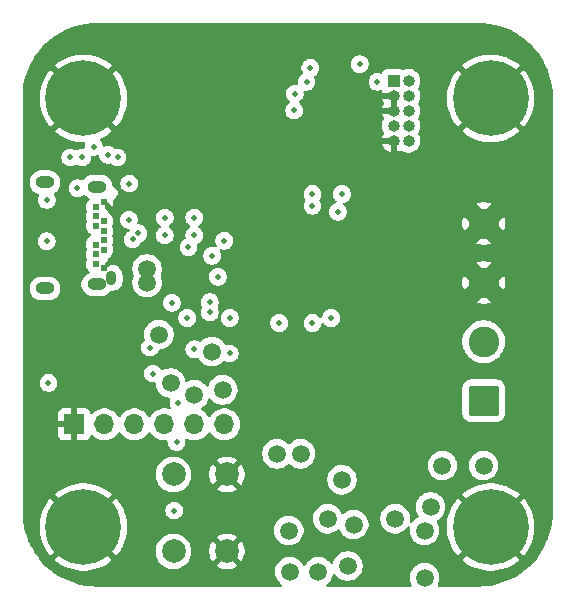
<source format=gbr>
%TF.GenerationSoftware,KiCad,Pcbnew,9.0.0*%
%TF.CreationDate,2025-08-18T11:13:34-07:00*%
%TF.ProjectId,USB_C_Simple_Trig,5553425f-435f-4536-996d-706c655f5472,rev?*%
%TF.SameCoordinates,Original*%
%TF.FileFunction,Copper,L4,Inr*%
%TF.FilePolarity,Positive*%
%FSLAX46Y46*%
G04 Gerber Fmt 4.6, Leading zero omitted, Abs format (unit mm)*
G04 Created by KiCad (PCBNEW 9.0.0) date 2025-08-18 11:13:34*
%MOMM*%
%LPD*%
G01*
G04 APERTURE LIST*
G04 Aperture macros list*
%AMRoundRect*
0 Rectangle with rounded corners*
0 $1 Rounding radius*
0 $2 $3 $4 $5 $6 $7 $8 $9 X,Y pos of 4 corners*
0 Add a 4 corners polygon primitive as box body*
4,1,4,$2,$3,$4,$5,$6,$7,$8,$9,$2,$3,0*
0 Add four circle primitives for the rounded corners*
1,1,$1+$1,$2,$3*
1,1,$1+$1,$4,$5*
1,1,$1+$1,$6,$7*
1,1,$1+$1,$8,$9*
0 Add four rect primitives between the rounded corners*
20,1,$1+$1,$2,$3,$4,$5,0*
20,1,$1+$1,$4,$5,$6,$7,0*
20,1,$1+$1,$6,$7,$8,$9,0*
20,1,$1+$1,$8,$9,$2,$3,0*%
G04 Aperture macros list end*
%TA.AperFunction,ComponentPad*%
%ADD10R,1.000000X1.000000*%
%TD*%
%TA.AperFunction,ComponentPad*%
%ADD11O,1.000000X1.000000*%
%TD*%
%TA.AperFunction,ComponentPad*%
%ADD12C,6.400000*%
%TD*%
%TA.AperFunction,ComponentPad*%
%ADD13C,2.000000*%
%TD*%
%TA.AperFunction,ComponentPad*%
%ADD14O,1.600200X1.016000*%
%TD*%
%TA.AperFunction,ComponentPad*%
%ADD15O,0.914400X1.193800*%
%TD*%
%TA.AperFunction,ComponentPad*%
%ADD16C,0.609600*%
%TD*%
%TA.AperFunction,ComponentPad*%
%ADD17RoundRect,0.250000X1.050000X-1.050000X1.050000X1.050000X-1.050000X1.050000X-1.050000X-1.050000X0*%
%TD*%
%TA.AperFunction,ComponentPad*%
%ADD18C,2.600000*%
%TD*%
%TA.AperFunction,ComponentPad*%
%ADD19R,1.700000X1.700000*%
%TD*%
%TA.AperFunction,ComponentPad*%
%ADD20O,1.700000X1.700000*%
%TD*%
%TA.AperFunction,ViaPad*%
%ADD21C,1.500000*%
%TD*%
%TA.AperFunction,ViaPad*%
%ADD22C,0.500000*%
%TD*%
%TA.AperFunction,ViaPad*%
%ADD23C,0.900000*%
%TD*%
%TA.AperFunction,ViaPad*%
%ADD24C,0.700000*%
%TD*%
G04 APERTURE END LIST*
D10*
%TO.N,+3V3*%
%TO.C,J4*%
X149375000Y-87920000D03*
D11*
%TO.N,/MCU/SWDIO*%
X150645000Y-87920000D03*
%TO.N,GND*%
X149375000Y-89190000D03*
%TO.N,/MCU/SWCLK*%
X150645000Y-89190000D03*
%TO.N,GND*%
X149375000Y-90460000D03*
%TO.N,unconnected-(J4-SWO{slash}TDO-Pad6)*%
X150645000Y-90460000D03*
%TO.N,unconnected-(J4-KEY-Pad7)*%
X149375000Y-91730000D03*
%TO.N,unconnected-(J4-NC{slash}TDI-Pad8)*%
X150645000Y-91730000D03*
%TO.N,GND*%
X149375000Y-93000000D03*
%TO.N,/MCU/NRST*%
X150645000Y-93000000D03*
%TD*%
D12*
%TO.N,GND*%
%TO.C,H4*%
X123100000Y-125700000D03*
%TD*%
D13*
%TO.N,GND*%
%TO.C,SW1*%
X135250000Y-121250000D03*
X135250000Y-127750000D03*
%TO.N,/MCU/NRST*%
X130750000Y-121250000D03*
X130750000Y-127750000D03*
%TD*%
D14*
%TO.N,N/C*%
%TO.C,J1*%
X124247400Y-96876201D03*
X119847400Y-96516199D03*
X124247400Y-105136199D03*
X119847400Y-105496201D03*
D15*
X125487400Y-104606200D03*
D16*
%TO.N,GND*%
X124837400Y-103806393D03*
%TO.N,unconnected-(J1-TX2+-PadB2)*%
X124137400Y-103406267D03*
%TO.N,unconnected-(J1-TX2--PadB3)*%
X124137400Y-102606141D03*
%TO.N,VBUS*%
X124837400Y-102206015D03*
%TO.N,/USB_C_IC/CC2*%
X124137400Y-101781389D03*
%TO.N,/USB_C_IC/data_+*%
X124837400Y-101418763D03*
%TO.N,/USB_C_IC/data_-*%
X124837400Y-100618637D03*
%TO.N,unconnected-(J1-SBU2-PadB8)*%
X124137400Y-100181011D03*
%TO.N,VBUS*%
X124837400Y-99806385D03*
%TO.N,unconnected-(J1-RX1--PadB10)*%
X124137400Y-99406259D03*
%TO.N,unconnected-(J1-RX1+-PadB11)*%
X124137400Y-98606133D03*
%TO.N,GND*%
X124837400Y-98206007D03*
%TD*%
D12*
%TO.N,GND*%
%TO.C,H3*%
X123100000Y-89400000D03*
%TD*%
D17*
%TO.N,VOUT*%
%TO.C,J2*%
X157000000Y-115000000D03*
D18*
X157000000Y-110000000D03*
%TO.N,GND*%
X157000000Y-105000000D03*
X157000000Y-100000000D03*
%TD*%
D19*
%TO.N,GND*%
%TO.C,J3*%
X122340000Y-117000000D03*
D20*
%TO.N,unconnected-(J3-Pin_2-Pad2)*%
X124880000Y-117000000D03*
%TO.N,unconnected-(J3-Pin_3-Pad3)*%
X127420000Y-117000000D03*
%TO.N,/MCU/UART_RX*%
X129960000Y-117000000D03*
%TO.N,/MCU/UART_TX*%
X132500000Y-117000000D03*
%TO.N,unconnected-(J3-Pin_6-Pad6)*%
X135040000Y-117000000D03*
%TD*%
D12*
%TO.N,GND*%
%TO.C,H1*%
X157600000Y-89400000D03*
%TD*%
%TO.N,GND*%
%TO.C,H2*%
X157600000Y-125700000D03*
%TD*%
D21*
%TO.N,VBUS*%
X134000000Y-110849000D03*
D22*
%TO.N,Net-(IC1-VOUT)*%
X135500000Y-111000000D03*
D21*
%TO.N,VBUS*%
X129500000Y-109400000D03*
%TO.N,Net-(IC1-VCC)*%
X130500000Y-113500000D03*
D22*
%TO.N,Net-(Q1-G)*%
X129000000Y-112708619D03*
D21*
%TO.N,Net-(IC1-VCC)*%
X146000000Y-125500000D03*
X143000000Y-129490674D03*
X145500000Y-129000000D03*
%TO.N,VOUT*%
X152000000Y-126000000D03*
X152000000Y-129991674D03*
X157000000Y-120500000D03*
X153500000Y-120500000D03*
X152500000Y-124000000D03*
%TO.N,Net-(Q1-D)*%
X140582114Y-129490674D03*
X145000000Y-121700000D03*
X149500000Y-125000000D03*
X141500000Y-119500000D03*
%TO.N,Net-(IC1-VCC)*%
X143800000Y-125000000D03*
X132500000Y-114500000D03*
D22*
%TO.N,/MCU/NRST*%
X120153000Y-113500000D03*
D21*
%TO.N,Net-(IC1-VCC)*%
X134912500Y-114087500D03*
D22*
%TO.N,GND*%
X126850000Y-98250000D03*
X125157898Y-103400000D03*
X150000000Y-107500000D03*
X126750000Y-97700000D03*
X126650000Y-105550000D03*
X141000000Y-99500000D03*
X123103000Y-104024270D03*
X151000000Y-105500000D03*
X127000000Y-104200000D03*
X136900000Y-93500000D03*
D21*
X144000000Y-119000000D03*
D22*
X123103000Y-103200000D03*
X126729529Y-103794375D03*
X120753000Y-111500000D03*
X137500000Y-109000000D03*
X137750000Y-105925000D03*
D23*
X127400000Y-97750000D03*
D22*
X123150000Y-97950000D03*
D21*
X142500000Y-114500000D03*
D22*
X128000000Y-92500000D03*
X125400000Y-106200000D03*
D24*
X131637500Y-87350000D03*
D23*
X127900000Y-98400000D03*
D22*
X141000000Y-106000000D03*
X126317576Y-97399866D03*
X123150000Y-98950000D03*
X149500000Y-97500000D03*
X126900000Y-104750000D03*
X135000000Y-100500000D03*
D21*
%TO.N,VBUS*%
X128500000Y-105000000D03*
X128500000Y-103850000D03*
D22*
X126946902Y-99679011D03*
%TO.N,+5V*%
X132500000Y-99500000D03*
X132500000Y-101000000D03*
X142500000Y-98500000D03*
X134500000Y-104500000D03*
X144654000Y-99000000D03*
X134000000Y-102725000D03*
%TO.N,+3V3*%
X142500000Y-97500000D03*
X142000000Y-88000000D03*
X145000000Y-97500000D03*
X148000000Y-88000000D03*
X146500000Y-86500000D03*
X141000000Y-89000000D03*
%TO.N,/MCU/STATUS_LED*%
X123000000Y-94400000D03*
X122602000Y-97000000D03*
%TO.N,Net-(IC1-LED)*%
X135500000Y-108000000D03*
X139689468Y-108423000D03*
X128750000Y-110500000D03*
X131900000Y-108000000D03*
%TO.N,Net-(IC1-VOUT)*%
X133825735Y-107522794D03*
%TO.N,/MCU/NRST*%
X142325735Y-86825735D03*
X130800000Y-124300000D03*
X140943236Y-90423265D03*
%TO.N,/MCU/I2C_SCL*%
X142500000Y-108423000D03*
X144077000Y-108000000D03*
%TO.N,Net-(Q1-G)*%
X130587500Y-106715442D03*
X131000000Y-118500000D03*
X131161000Y-115199000D03*
%TO.N,Net-(IC1-VCC)*%
X133825735Y-106674265D03*
X132500000Y-110650000D03*
%TO.N,/USB_C_IC/CC2*%
X125185202Y-94185201D03*
X126000000Y-94400000D03*
X122000000Y-94400000D03*
X130000000Y-101000000D03*
X132000000Y-102000000D03*
X135043015Y-101456985D03*
X120000000Y-98000000D03*
X124000000Y-93500000D03*
X127000000Y-96617201D03*
X130000000Y-99500000D03*
X120000000Y-101500000D03*
%TO.N,/USB_C_IC/data_-*%
X127774626Y-100833011D03*
%TO.N,/USB_C_IC/data_+*%
X127269003Y-101343698D03*
D21*
%TO.N,Net-(Q1-D)*%
X140500000Y-126000000D03*
X139500000Y-119500000D03*
%TD*%
%TA.AperFunction,Conductor*%
%TO.N,GND*%
G36*
X156552324Y-83000587D02*
G01*
X156585205Y-83001817D01*
X157016140Y-83017942D01*
X157025356Y-83018632D01*
X157484289Y-83070341D01*
X157493442Y-83071721D01*
X157947224Y-83157581D01*
X157956227Y-83159635D01*
X158402325Y-83279167D01*
X158411182Y-83281899D01*
X158847088Y-83434429D01*
X158855720Y-83437817D01*
X159279008Y-83622496D01*
X159287362Y-83626520D01*
X159695640Y-83842301D01*
X159703671Y-83846937D01*
X160094707Y-84092641D01*
X160102369Y-84097865D01*
X160473949Y-84372104D01*
X160481187Y-84377876D01*
X160831233Y-84679115D01*
X160838030Y-84685422D01*
X161164577Y-85011969D01*
X161170884Y-85018766D01*
X161472118Y-85368806D01*
X161477900Y-85376056D01*
X161752134Y-85747630D01*
X161757358Y-85755292D01*
X162003062Y-86146328D01*
X162007698Y-86154359D01*
X162223479Y-86562637D01*
X162227503Y-86570991D01*
X162412182Y-86994279D01*
X162415570Y-87002911D01*
X162568100Y-87438817D01*
X162570833Y-87447678D01*
X162690358Y-87893750D01*
X162692421Y-87902791D01*
X162778277Y-88356550D01*
X162779659Y-88365719D01*
X162831365Y-88824625D01*
X162832058Y-88833873D01*
X162849412Y-89297673D01*
X162849499Y-89302309D01*
X162849499Y-124439391D01*
X162849412Y-124444027D01*
X162832060Y-124907803D01*
X162831367Y-124917050D01*
X162779662Y-125375957D01*
X162778280Y-125385127D01*
X162692426Y-125838887D01*
X162690363Y-125847927D01*
X162570838Y-126294007D01*
X162568105Y-126302868D01*
X162415577Y-126738772D01*
X162412189Y-126747404D01*
X162227514Y-127170687D01*
X162223490Y-127179042D01*
X162007706Y-127587327D01*
X162003070Y-127595358D01*
X161757367Y-127986394D01*
X161752143Y-127994056D01*
X161477909Y-128365631D01*
X161472128Y-128372880D01*
X161170893Y-128722924D01*
X161164585Y-128729722D01*
X160838039Y-129056269D01*
X160831242Y-129062576D01*
X160481201Y-129363812D01*
X160473951Y-129369594D01*
X160102376Y-129643829D01*
X160094714Y-129649053D01*
X159703678Y-129894758D01*
X159695647Y-129899394D01*
X159287368Y-130115176D01*
X159279014Y-130119200D01*
X158855714Y-130303885D01*
X158847082Y-130307272D01*
X158411203Y-130459794D01*
X158402341Y-130462528D01*
X157956247Y-130582058D01*
X157947207Y-130584121D01*
X157493452Y-130669976D01*
X157484283Y-130671358D01*
X157025373Y-130723065D01*
X157016126Y-130723758D01*
X156553020Y-130741087D01*
X156548383Y-130741174D01*
X153223930Y-130741174D01*
X153156891Y-130721489D01*
X153111136Y-130668685D01*
X153101192Y-130599527D01*
X153113445Y-130560879D01*
X153158882Y-130471703D01*
X153158882Y-130471702D01*
X153158884Y-130471699D01*
X153219709Y-130284500D01*
X153229971Y-130219709D01*
X153250500Y-130090096D01*
X153250500Y-129893251D01*
X153219709Y-129698847D01*
X153184048Y-129589096D01*
X153158884Y-129511649D01*
X153158882Y-129511646D01*
X153158882Y-129511644D01*
X153086504Y-129369594D01*
X153069524Y-129336269D01*
X152953828Y-129177028D01*
X152814646Y-129037846D01*
X152655405Y-128922150D01*
X152601172Y-128894517D01*
X152480029Y-128832791D01*
X152292826Y-128771964D01*
X152098422Y-128741174D01*
X152098417Y-128741174D01*
X151901583Y-128741174D01*
X151901578Y-128741174D01*
X151707173Y-128771964D01*
X151519970Y-128832791D01*
X151344594Y-128922150D01*
X151292986Y-128959646D01*
X151185354Y-129037846D01*
X151185352Y-129037848D01*
X151185351Y-129037848D01*
X151046174Y-129177025D01*
X151046174Y-129177026D01*
X151046172Y-129177028D01*
X151019635Y-129213553D01*
X150930476Y-129336268D01*
X150841117Y-129511644D01*
X150780290Y-129698847D01*
X150749500Y-129893251D01*
X150749500Y-130090096D01*
X150780290Y-130284500D01*
X150841117Y-130471703D01*
X150886555Y-130560879D01*
X150899451Y-130629549D01*
X150873174Y-130694289D01*
X150816068Y-130734546D01*
X150776070Y-130741174D01*
X143787945Y-130741174D01*
X143720906Y-130721489D01*
X143675151Y-130668685D01*
X143665207Y-130599527D01*
X143694232Y-130535971D01*
X143715055Y-130516858D01*
X143814646Y-130444502D01*
X143953828Y-130305320D01*
X144069524Y-130146079D01*
X144158884Y-129970699D01*
X144219709Y-129783500D01*
X144227258Y-129735830D01*
X144257186Y-129672700D01*
X144316497Y-129635768D01*
X144386359Y-129636764D01*
X144444593Y-129675373D01*
X144450049Y-129682345D01*
X144546172Y-129814646D01*
X144685354Y-129953828D01*
X144844595Y-130069524D01*
X144927455Y-130111743D01*
X145019970Y-130158882D01*
X145019972Y-130158882D01*
X145019975Y-130158884D01*
X145120317Y-130191487D01*
X145207173Y-130219709D01*
X145401578Y-130250500D01*
X145401583Y-130250500D01*
X145598422Y-130250500D01*
X145792826Y-130219709D01*
X145980025Y-130158884D01*
X146155405Y-130069524D01*
X146314646Y-129953828D01*
X146453828Y-129814646D01*
X146569524Y-129655405D01*
X146658884Y-129480025D01*
X146719709Y-129292826D01*
X146726492Y-129250000D01*
X146750500Y-129098422D01*
X146750500Y-128901577D01*
X146719709Y-128707173D01*
X146664366Y-128536848D01*
X146658884Y-128519975D01*
X146658881Y-128519971D01*
X146658881Y-128519968D01*
X146646567Y-128495801D01*
X146646566Y-128495799D01*
X146569525Y-128344596D01*
X146552144Y-128320674D01*
X146453828Y-128185354D01*
X146314646Y-128046172D01*
X146155405Y-127930476D01*
X146108840Y-127906750D01*
X145980029Y-127841117D01*
X145792826Y-127780290D01*
X145598422Y-127749500D01*
X145598417Y-127749500D01*
X145401583Y-127749500D01*
X145401578Y-127749500D01*
X145207173Y-127780290D01*
X145019970Y-127841117D01*
X144844594Y-127930476D01*
X144757095Y-127994049D01*
X144685354Y-128046172D01*
X144685352Y-128046174D01*
X144685351Y-128046174D01*
X144546174Y-128185351D01*
X144546174Y-128185352D01*
X144546172Y-128185354D01*
X144542717Y-128190110D01*
X144430476Y-128344594D01*
X144341117Y-128519970D01*
X144280291Y-128707172D01*
X144272741Y-128754841D01*
X144242811Y-128817975D01*
X144183500Y-128854906D01*
X144113637Y-128853908D01*
X144055405Y-128815298D01*
X144049950Y-128808328D01*
X143953828Y-128676028D01*
X143814646Y-128536846D01*
X143655405Y-128421150D01*
X143480029Y-128331791D01*
X143292826Y-128270964D01*
X143098422Y-128240174D01*
X143098417Y-128240174D01*
X142901583Y-128240174D01*
X142901578Y-128240174D01*
X142707173Y-128270964D01*
X142519970Y-128331791D01*
X142344594Y-128421150D01*
X142253741Y-128487159D01*
X142185354Y-128536846D01*
X142185352Y-128536848D01*
X142185351Y-128536848D01*
X142046174Y-128676025D01*
X142046174Y-128676026D01*
X142046172Y-128676028D01*
X142007163Y-128729719D01*
X141930476Y-128835268D01*
X141901542Y-128892055D01*
X141853567Y-128942851D01*
X141785746Y-128959646D01*
X141719611Y-128937108D01*
X141680572Y-128892055D01*
X141661135Y-128853908D01*
X141651638Y-128835269D01*
X141535942Y-128676028D01*
X141396760Y-128536846D01*
X141237519Y-128421150D01*
X141062143Y-128331791D01*
X140874940Y-128270964D01*
X140680536Y-128240174D01*
X140680531Y-128240174D01*
X140483697Y-128240174D01*
X140483692Y-128240174D01*
X140289287Y-128270964D01*
X140102084Y-128331791D01*
X139926708Y-128421150D01*
X139835855Y-128487159D01*
X139767468Y-128536846D01*
X139767466Y-128536848D01*
X139767465Y-128536848D01*
X139628288Y-128676025D01*
X139628288Y-128676026D01*
X139628286Y-128676028D01*
X139589277Y-128729719D01*
X139512590Y-128835268D01*
X139423231Y-129010644D01*
X139362404Y-129197847D01*
X139331614Y-129392251D01*
X139331614Y-129589096D01*
X139362404Y-129783500D01*
X139423231Y-129970703D01*
X139504285Y-130129779D01*
X139512590Y-130146079D01*
X139628286Y-130305320D01*
X139767468Y-130444502D01*
X139867056Y-130516857D01*
X139909720Y-130572186D01*
X139915699Y-130641800D01*
X139883093Y-130703595D01*
X139822254Y-130737952D01*
X139794169Y-130741174D01*
X124260635Y-130741174D01*
X124255999Y-130741087D01*
X123792196Y-130723734D01*
X123782949Y-130723041D01*
X123324043Y-130671336D01*
X123314873Y-130669954D01*
X122861114Y-130584100D01*
X122852076Y-130582037D01*
X122608814Y-130516856D01*
X122405995Y-130462511D01*
X122397135Y-130459778D01*
X121961236Y-130307253D01*
X121952603Y-130303865D01*
X121529312Y-130119184D01*
X121520958Y-130115161D01*
X121112671Y-129899376D01*
X121104648Y-129894744D01*
X120713612Y-129649040D01*
X120705950Y-129643816D01*
X120461667Y-129463528D01*
X120334379Y-129369584D01*
X120327133Y-129363807D01*
X120295133Y-129336269D01*
X119977077Y-129062560D01*
X119970280Y-129056252D01*
X119643747Y-128729719D01*
X119637439Y-128722921D01*
X119463146Y-128520388D01*
X119463146Y-128520387D01*
X119336193Y-128372866D01*
X119330411Y-128365616D01*
X119314896Y-128344594D01*
X119056183Y-127994049D01*
X119050959Y-127986387D01*
X118805255Y-127595351D01*
X118800627Y-127587336D01*
X118584830Y-127179025D01*
X118580815Y-127170687D01*
X118454379Y-126880894D01*
X118396127Y-126747380D01*
X118392750Y-126738772D01*
X118240219Y-126302859D01*
X118237489Y-126294007D01*
X118117957Y-125847904D01*
X118115902Y-125838901D01*
X118055229Y-125518234D01*
X119400000Y-125518234D01*
X119400000Y-125881765D01*
X119435632Y-126243556D01*
X119506550Y-126600090D01*
X119506553Y-126600101D01*
X119612086Y-126947997D01*
X119751207Y-127283864D01*
X119751209Y-127283869D01*
X119922570Y-127604462D01*
X119922581Y-127604480D01*
X120124551Y-127906750D01*
X120311678Y-128134765D01*
X120311679Y-128134766D01*
X121805747Y-126640697D01*
X121879588Y-126742330D01*
X122057670Y-126920412D01*
X122159301Y-126994251D01*
X120665232Y-128488319D01*
X120665233Y-128488320D01*
X120893249Y-128675448D01*
X121195519Y-128877418D01*
X121195537Y-128877429D01*
X121516130Y-129048790D01*
X121516135Y-129048792D01*
X121852002Y-129187913D01*
X122199898Y-129293446D01*
X122199909Y-129293449D01*
X122556443Y-129364367D01*
X122918234Y-129400000D01*
X123281766Y-129400000D01*
X123643556Y-129364367D01*
X124000090Y-129293449D01*
X124000101Y-129293446D01*
X124347997Y-129187913D01*
X124683864Y-129048792D01*
X124683869Y-129048790D01*
X125004462Y-128877429D01*
X125004480Y-128877418D01*
X125306736Y-128675457D01*
X125306750Y-128675447D01*
X125534765Y-128488320D01*
X125534766Y-128488319D01*
X124040698Y-126994251D01*
X124142330Y-126920412D01*
X124320412Y-126742330D01*
X124394251Y-126640698D01*
X125888319Y-128134766D01*
X125888320Y-128134765D01*
X126075447Y-127906750D01*
X126075457Y-127906736D01*
X126259095Y-127631902D01*
X129249500Y-127631902D01*
X129249500Y-127868097D01*
X129286446Y-128101368D01*
X129359433Y-128325996D01*
X129442142Y-128488320D01*
X129466657Y-128536433D01*
X129605483Y-128727510D01*
X129772490Y-128894517D01*
X129963567Y-129033343D01*
X130020909Y-129062560D01*
X130174003Y-129140566D01*
X130174005Y-129140566D01*
X130174008Y-129140568D01*
X130286211Y-129177025D01*
X130398631Y-129213553D01*
X130631903Y-129250500D01*
X130631908Y-129250500D01*
X130868097Y-129250500D01*
X131101368Y-129213553D01*
X131102870Y-129213065D01*
X131325992Y-129140568D01*
X131536433Y-129033343D01*
X131727510Y-128894517D01*
X131894517Y-128727510D01*
X132033343Y-128536433D01*
X132140568Y-128325992D01*
X132213553Y-128101368D01*
X132222295Y-128046172D01*
X132250500Y-127868097D01*
X132250500Y-127631947D01*
X133750000Y-127631947D01*
X133750000Y-127868052D01*
X133786934Y-128101247D01*
X133859897Y-128325802D01*
X133967087Y-128536174D01*
X134027338Y-128619104D01*
X134027340Y-128619105D01*
X134726212Y-127920233D01*
X134737482Y-127962292D01*
X134809890Y-128087708D01*
X134912292Y-128190110D01*
X135037708Y-128262518D01*
X135079765Y-128273787D01*
X134380893Y-128972658D01*
X134463828Y-129032914D01*
X134674197Y-129140102D01*
X134898752Y-129213065D01*
X134898751Y-129213065D01*
X135131948Y-129250000D01*
X135368052Y-129250000D01*
X135601247Y-129213065D01*
X135825802Y-129140102D01*
X136036163Y-129032918D01*
X136036169Y-129032914D01*
X136119104Y-128972658D01*
X136119105Y-128972658D01*
X135420233Y-128273787D01*
X135462292Y-128262518D01*
X135587708Y-128190110D01*
X135690110Y-128087708D01*
X135762518Y-127962292D01*
X135773787Y-127920234D01*
X136472658Y-128619105D01*
X136472658Y-128619104D01*
X136532914Y-128536169D01*
X136532918Y-128536163D01*
X136640102Y-128325802D01*
X136713065Y-128101247D01*
X136750000Y-127868052D01*
X136750000Y-127631947D01*
X136713065Y-127398752D01*
X136640102Y-127174197D01*
X136532914Y-126963828D01*
X136472658Y-126880894D01*
X136472658Y-126880893D01*
X135773787Y-127579765D01*
X135762518Y-127537708D01*
X135690110Y-127412292D01*
X135587708Y-127309890D01*
X135462292Y-127237482D01*
X135420234Y-127226212D01*
X136119105Y-126527340D01*
X136119104Y-126527338D01*
X136036174Y-126467087D01*
X135825802Y-126359897D01*
X135601247Y-126286934D01*
X135601248Y-126286934D01*
X135368052Y-126250000D01*
X135131948Y-126250000D01*
X134898752Y-126286934D01*
X134674197Y-126359897D01*
X134463830Y-126467084D01*
X134380894Y-126527340D01*
X135079766Y-127226212D01*
X135037708Y-127237482D01*
X134912292Y-127309890D01*
X134809890Y-127412292D01*
X134737482Y-127537708D01*
X134726212Y-127579766D01*
X134027340Y-126880894D01*
X133967084Y-126963830D01*
X133859897Y-127174197D01*
X133786934Y-127398752D01*
X133750000Y-127631947D01*
X132250500Y-127631947D01*
X132250500Y-127631902D01*
X132213553Y-127398631D01*
X132176262Y-127283864D01*
X132140568Y-127174008D01*
X132140566Y-127174005D01*
X132140566Y-127174003D01*
X132033477Y-126963830D01*
X132033343Y-126963567D01*
X131894517Y-126772490D01*
X131727510Y-126605483D01*
X131536433Y-126466657D01*
X131511249Y-126453825D01*
X131325996Y-126359433D01*
X131101368Y-126286446D01*
X130868097Y-126249500D01*
X130868092Y-126249500D01*
X130631908Y-126249500D01*
X130631903Y-126249500D01*
X130398631Y-126286446D01*
X130174003Y-126359433D01*
X129963566Y-126466657D01*
X129880047Y-126527338D01*
X129772490Y-126605483D01*
X129772488Y-126605485D01*
X129772487Y-126605485D01*
X129605485Y-126772487D01*
X129605485Y-126772488D01*
X129605483Y-126772490D01*
X129545862Y-126854550D01*
X129466657Y-126963566D01*
X129359433Y-127174003D01*
X129286446Y-127398631D01*
X129249500Y-127631902D01*
X126259095Y-127631902D01*
X126277418Y-127604480D01*
X126277420Y-127604477D01*
X126296606Y-127568583D01*
X126296608Y-127568580D01*
X126448790Y-127283869D01*
X126448792Y-127283864D01*
X126587913Y-126947997D01*
X126693446Y-126600101D01*
X126693449Y-126600090D01*
X126764367Y-126243556D01*
X126798049Y-125901577D01*
X139249500Y-125901577D01*
X139249500Y-126098422D01*
X139280290Y-126292826D01*
X139341117Y-126480029D01*
X139430476Y-126655405D01*
X139546172Y-126814646D01*
X139685354Y-126953828D01*
X139844595Y-127069524D01*
X139927455Y-127111743D01*
X140019970Y-127158882D01*
X140019972Y-127158882D01*
X140019975Y-127158884D01*
X140069375Y-127174935D01*
X140207173Y-127219709D01*
X140401578Y-127250500D01*
X140401583Y-127250500D01*
X140598422Y-127250500D01*
X140792826Y-127219709D01*
X140980025Y-127158884D01*
X141155405Y-127069524D01*
X141314646Y-126953828D01*
X141453828Y-126814646D01*
X141569524Y-126655405D01*
X141658884Y-126480025D01*
X141719709Y-126292826D01*
X141720719Y-126286447D01*
X141750500Y-126098422D01*
X141750500Y-125901577D01*
X141719709Y-125707173D01*
X141684373Y-125598422D01*
X141658884Y-125519975D01*
X141658882Y-125519972D01*
X141658882Y-125519970D01*
X141611743Y-125427455D01*
X141569524Y-125344595D01*
X141453828Y-125185354D01*
X141314646Y-125046172D01*
X141155405Y-124930476D01*
X141129055Y-124917050D01*
X141098688Y-124901577D01*
X142549500Y-124901577D01*
X142549500Y-125098422D01*
X142580290Y-125292826D01*
X142641117Y-125480029D01*
X142701439Y-125598417D01*
X142730476Y-125655405D01*
X142846172Y-125814646D01*
X142985354Y-125953828D01*
X143144595Y-126069524D01*
X143201301Y-126098417D01*
X143319970Y-126158882D01*
X143319972Y-126158882D01*
X143319975Y-126158884D01*
X143420317Y-126191487D01*
X143507173Y-126219709D01*
X143701578Y-126250500D01*
X143701583Y-126250500D01*
X143898422Y-126250500D01*
X144092826Y-126219709D01*
X144280025Y-126158884D01*
X144455405Y-126069524D01*
X144614646Y-125953828D01*
X144636070Y-125932403D01*
X144697390Y-125898918D01*
X144767082Y-125903901D01*
X144823017Y-125945772D01*
X144838591Y-125975806D01*
X144839255Y-125975532D01*
X144841115Y-125980023D01*
X144841116Y-125980025D01*
X144930476Y-126155405D01*
X145046172Y-126314646D01*
X145185354Y-126453828D01*
X145344595Y-126569524D01*
X145404585Y-126600090D01*
X145519970Y-126658882D01*
X145519972Y-126658882D01*
X145519975Y-126658884D01*
X145620317Y-126691487D01*
X145707173Y-126719709D01*
X145901578Y-126750500D01*
X145901583Y-126750500D01*
X146098422Y-126750500D01*
X146292826Y-126719709D01*
X146480025Y-126658884D01*
X146655405Y-126569524D01*
X146814646Y-126453828D01*
X146953828Y-126314646D01*
X147069524Y-126155405D01*
X147158884Y-125980025D01*
X147219709Y-125792826D01*
X147234411Y-125700000D01*
X147250500Y-125598422D01*
X147250500Y-125401577D01*
X147219709Y-125207173D01*
X147184373Y-125098421D01*
X147158884Y-125019975D01*
X147158882Y-125019972D01*
X147158882Y-125019970D01*
X147124762Y-124953006D01*
X147098561Y-124901583D01*
X147098558Y-124901577D01*
X148249500Y-124901577D01*
X148249500Y-125098422D01*
X148280290Y-125292826D01*
X148341117Y-125480029D01*
X148401439Y-125598417D01*
X148430476Y-125655405D01*
X148546172Y-125814646D01*
X148685354Y-125953828D01*
X148844595Y-126069524D01*
X148901301Y-126098417D01*
X149019970Y-126158882D01*
X149019972Y-126158882D01*
X149019975Y-126158884D01*
X149120317Y-126191487D01*
X149207173Y-126219709D01*
X149401578Y-126250500D01*
X149401583Y-126250500D01*
X149598422Y-126250500D01*
X149792826Y-126219709D01*
X149980025Y-126158884D01*
X150155405Y-126069524D01*
X150314646Y-125953828D01*
X150453828Y-125814646D01*
X150545943Y-125687861D01*
X150601272Y-125645197D01*
X150670886Y-125639218D01*
X150732681Y-125671824D01*
X150767038Y-125732663D01*
X150768733Y-125780146D01*
X150749500Y-125901577D01*
X150749500Y-126098422D01*
X150780290Y-126292826D01*
X150841117Y-126480029D01*
X150930476Y-126655405D01*
X151046172Y-126814646D01*
X151185354Y-126953828D01*
X151344595Y-127069524D01*
X151427455Y-127111743D01*
X151519970Y-127158882D01*
X151519972Y-127158882D01*
X151519975Y-127158884D01*
X151569375Y-127174935D01*
X151707173Y-127219709D01*
X151901578Y-127250500D01*
X151901583Y-127250500D01*
X152098422Y-127250500D01*
X152292826Y-127219709D01*
X152480025Y-127158884D01*
X152655405Y-127069524D01*
X152814646Y-126953828D01*
X152953828Y-126814646D01*
X153069524Y-126655405D01*
X153158884Y-126480025D01*
X153219709Y-126292826D01*
X153220719Y-126286447D01*
X153250500Y-126098422D01*
X153250500Y-125901577D01*
X153219709Y-125707173D01*
X153199571Y-125645197D01*
X153158884Y-125519975D01*
X153157997Y-125518234D01*
X153900000Y-125518234D01*
X153900000Y-125881765D01*
X153935632Y-126243556D01*
X154006550Y-126600090D01*
X154006553Y-126600101D01*
X154112086Y-126947997D01*
X154251207Y-127283864D01*
X154251209Y-127283869D01*
X154422570Y-127604462D01*
X154422581Y-127604480D01*
X154624551Y-127906750D01*
X154811678Y-128134765D01*
X154811679Y-128134766D01*
X156305747Y-126640697D01*
X156379588Y-126742330D01*
X156557670Y-126920412D01*
X156659301Y-126994251D01*
X155165232Y-128488319D01*
X155165233Y-128488320D01*
X155393249Y-128675448D01*
X155695519Y-128877418D01*
X155695537Y-128877429D01*
X156016130Y-129048790D01*
X156016135Y-129048792D01*
X156352002Y-129187913D01*
X156699898Y-129293446D01*
X156699909Y-129293449D01*
X157056443Y-129364367D01*
X157418234Y-129400000D01*
X157781766Y-129400000D01*
X158143556Y-129364367D01*
X158500090Y-129293449D01*
X158500101Y-129293446D01*
X158847997Y-129187913D01*
X159183864Y-129048792D01*
X159183869Y-129048790D01*
X159504462Y-128877429D01*
X159504480Y-128877418D01*
X159806736Y-128675457D01*
X159806750Y-128675447D01*
X160034765Y-128488320D01*
X160034766Y-128488319D01*
X158540698Y-126994251D01*
X158642330Y-126920412D01*
X158820412Y-126742330D01*
X158894251Y-126640698D01*
X160388319Y-128134766D01*
X160388320Y-128134765D01*
X160575447Y-127906750D01*
X160575457Y-127906736D01*
X160777418Y-127604480D01*
X160777429Y-127604462D01*
X160948790Y-127283869D01*
X160948792Y-127283864D01*
X161087913Y-126947997D01*
X161193446Y-126600101D01*
X161193449Y-126600090D01*
X161264367Y-126243556D01*
X161300000Y-125881765D01*
X161300000Y-125518234D01*
X161264367Y-125156443D01*
X161193449Y-124799909D01*
X161193446Y-124799898D01*
X161087913Y-124452002D01*
X160948792Y-124116135D01*
X160948790Y-124116130D01*
X160777429Y-123795537D01*
X160777418Y-123795519D01*
X160575448Y-123493249D01*
X160388320Y-123265233D01*
X160388319Y-123265232D01*
X158894251Y-124759300D01*
X158820412Y-124657670D01*
X158642330Y-124479588D01*
X158540698Y-124405748D01*
X160034766Y-122911679D01*
X160034765Y-122911678D01*
X159806750Y-122724551D01*
X159504480Y-122522581D01*
X159504462Y-122522570D01*
X159183869Y-122351209D01*
X159183864Y-122351207D01*
X158847997Y-122212086D01*
X158500101Y-122106553D01*
X158500090Y-122106550D01*
X158143556Y-122035632D01*
X157781766Y-122000000D01*
X157418234Y-122000000D01*
X157056443Y-122035632D01*
X156699909Y-122106550D01*
X156699898Y-122106553D01*
X156352002Y-122212086D01*
X156016135Y-122351207D01*
X156016130Y-122351209D01*
X155695537Y-122522570D01*
X155695519Y-122522581D01*
X155393258Y-122724545D01*
X155393254Y-122724548D01*
X155165233Y-122911679D01*
X155165233Y-122911680D01*
X156659301Y-124405748D01*
X156557670Y-124479588D01*
X156379588Y-124657670D01*
X156305748Y-124759301D01*
X154811680Y-123265233D01*
X154811679Y-123265233D01*
X154624548Y-123493254D01*
X154624545Y-123493258D01*
X154422581Y-123795519D01*
X154422570Y-123795537D01*
X154251209Y-124116130D01*
X154251207Y-124116135D01*
X154112086Y-124452002D01*
X154006553Y-124799898D01*
X154006550Y-124799909D01*
X153935632Y-125156443D01*
X153900000Y-125518234D01*
X153157997Y-125518234D01*
X153069524Y-125344595D01*
X153069522Y-125344592D01*
X153069521Y-125344590D01*
X153032209Y-125293235D01*
X153008728Y-125227429D01*
X153024553Y-125159375D01*
X153074658Y-125110680D01*
X153076187Y-125109887D01*
X153155405Y-125069524D01*
X153314646Y-124953828D01*
X153453828Y-124814646D01*
X153569524Y-124655405D01*
X153658884Y-124480025D01*
X153719709Y-124292826D01*
X153721694Y-124280291D01*
X153750500Y-124098422D01*
X153750500Y-123901577D01*
X153719709Y-123707173D01*
X153658882Y-123519970D01*
X153569523Y-123344594D01*
X153453828Y-123185354D01*
X153314646Y-123046172D01*
X153155405Y-122930476D01*
X152980029Y-122841117D01*
X152792826Y-122780290D01*
X152598422Y-122749500D01*
X152598417Y-122749500D01*
X152401583Y-122749500D01*
X152401578Y-122749500D01*
X152207173Y-122780290D01*
X152019970Y-122841117D01*
X151844594Y-122930476D01*
X151817034Y-122950500D01*
X151685354Y-123046172D01*
X151685352Y-123046174D01*
X151685351Y-123046174D01*
X151546174Y-123185351D01*
X151546174Y-123185352D01*
X151546172Y-123185354D01*
X151496485Y-123253741D01*
X151430476Y-123344594D01*
X151341117Y-123519970D01*
X151280290Y-123707173D01*
X151249500Y-123901577D01*
X151249500Y-124098422D01*
X151280290Y-124292826D01*
X151341117Y-124480029D01*
X151402797Y-124601082D01*
X151430476Y-124655405D01*
X151464627Y-124702410D01*
X151467791Y-124706764D01*
X151491271Y-124772570D01*
X151475446Y-124840624D01*
X151425340Y-124889319D01*
X151423768Y-124890135D01*
X151344594Y-124930476D01*
X151296961Y-124965084D01*
X151185354Y-125046172D01*
X151185352Y-125046174D01*
X151185351Y-125046174D01*
X151046171Y-125185354D01*
X150954056Y-125312138D01*
X150898726Y-125354803D01*
X150829112Y-125360781D01*
X150767318Y-125328174D01*
X150732961Y-125267335D01*
X150731266Y-125219856D01*
X150748687Y-125109864D01*
X150750500Y-125098421D01*
X150750500Y-124901577D01*
X150719709Y-124707173D01*
X150667397Y-124546175D01*
X150658884Y-124519975D01*
X150658882Y-124519972D01*
X150658882Y-124519970D01*
X150585411Y-124375776D01*
X150569524Y-124344595D01*
X150453828Y-124185354D01*
X150314646Y-124046172D01*
X150155405Y-123930476D01*
X149980029Y-123841117D01*
X149792826Y-123780290D01*
X149598422Y-123749500D01*
X149598417Y-123749500D01*
X149401583Y-123749500D01*
X149401578Y-123749500D01*
X149207173Y-123780290D01*
X149019970Y-123841117D01*
X148844594Y-123930476D01*
X148753741Y-123996485D01*
X148685354Y-124046172D01*
X148685352Y-124046174D01*
X148685351Y-124046174D01*
X148546174Y-124185351D01*
X148546174Y-124185352D01*
X148546172Y-124185354D01*
X148516581Y-124226082D01*
X148430476Y-124344594D01*
X148341117Y-124519970D01*
X148280290Y-124707173D01*
X148249500Y-124901577D01*
X147098558Y-124901577D01*
X147069524Y-124844595D01*
X146953828Y-124685354D01*
X146814646Y-124546172D01*
X146655405Y-124430476D01*
X146480029Y-124341117D01*
X146292826Y-124280290D01*
X146098422Y-124249500D01*
X146098417Y-124249500D01*
X145901583Y-124249500D01*
X145901578Y-124249500D01*
X145707173Y-124280290D01*
X145519970Y-124341117D01*
X145344594Y-124430476D01*
X145253741Y-124496485D01*
X145185354Y-124546172D01*
X145185352Y-124546174D01*
X145185350Y-124546175D01*
X145163927Y-124567598D01*
X145102604Y-124601082D01*
X145032912Y-124596096D01*
X144976979Y-124554223D01*
X144961411Y-124524192D01*
X144960745Y-124524468D01*
X144958884Y-124519976D01*
X144958884Y-124519975D01*
X144869524Y-124344595D01*
X144753828Y-124185354D01*
X144614646Y-124046172D01*
X144455405Y-123930476D01*
X144280029Y-123841117D01*
X144092826Y-123780290D01*
X143898422Y-123749500D01*
X143898417Y-123749500D01*
X143701583Y-123749500D01*
X143701578Y-123749500D01*
X143507173Y-123780290D01*
X143319970Y-123841117D01*
X143144594Y-123930476D01*
X143053741Y-123996485D01*
X142985354Y-124046172D01*
X142985352Y-124046174D01*
X142985351Y-124046174D01*
X142846174Y-124185351D01*
X142846174Y-124185352D01*
X142846172Y-124185354D01*
X142816581Y-124226082D01*
X142730476Y-124344594D01*
X142641117Y-124519970D01*
X142580290Y-124707173D01*
X142549500Y-124901577D01*
X141098688Y-124901577D01*
X140980029Y-124841117D01*
X140792826Y-124780290D01*
X140598422Y-124749500D01*
X140598417Y-124749500D01*
X140401583Y-124749500D01*
X140401578Y-124749500D01*
X140207173Y-124780290D01*
X140019970Y-124841117D01*
X139844594Y-124930476D01*
X139796961Y-124965084D01*
X139685354Y-125046172D01*
X139685352Y-125046174D01*
X139685351Y-125046174D01*
X139546174Y-125185351D01*
X139546174Y-125185352D01*
X139546172Y-125185354D01*
X139530319Y-125207174D01*
X139430476Y-125344594D01*
X139341117Y-125519970D01*
X139280290Y-125707173D01*
X139249500Y-125901577D01*
X126798049Y-125901577D01*
X126799725Y-125884557D01*
X126799725Y-125884555D01*
X126800000Y-125881763D01*
X126800000Y-125518234D01*
X126764367Y-125156443D01*
X126693449Y-124799909D01*
X126693446Y-124799898D01*
X126587913Y-124452002D01*
X126555570Y-124373920D01*
X130049499Y-124373920D01*
X130078340Y-124518907D01*
X130078343Y-124518917D01*
X130134912Y-124655488D01*
X130134919Y-124655501D01*
X130217048Y-124778415D01*
X130217051Y-124778419D01*
X130321580Y-124882948D01*
X130321584Y-124882951D01*
X130444498Y-124965080D01*
X130444511Y-124965087D01*
X130521627Y-124997029D01*
X130581087Y-125021658D01*
X130581091Y-125021658D01*
X130581092Y-125021659D01*
X130726079Y-125050500D01*
X130726082Y-125050500D01*
X130873920Y-125050500D01*
X130971462Y-125031096D01*
X131018913Y-125021658D01*
X131155495Y-124965084D01*
X131278416Y-124882951D01*
X131382951Y-124778416D01*
X131465084Y-124655495D01*
X131521658Y-124518913D01*
X131537476Y-124439391D01*
X131550500Y-124373920D01*
X131550500Y-124226079D01*
X131521659Y-124081092D01*
X131521658Y-124081091D01*
X131521658Y-124081087D01*
X131507196Y-124046172D01*
X131465087Y-123944511D01*
X131465080Y-123944498D01*
X131382951Y-123821584D01*
X131382948Y-123821580D01*
X131278419Y-123717051D01*
X131278415Y-123717048D01*
X131155501Y-123634919D01*
X131155488Y-123634912D01*
X131018917Y-123578343D01*
X131018907Y-123578340D01*
X130873920Y-123549500D01*
X130873918Y-123549500D01*
X130726082Y-123549500D01*
X130726080Y-123549500D01*
X130581092Y-123578340D01*
X130581082Y-123578343D01*
X130444511Y-123634912D01*
X130444498Y-123634919D01*
X130321584Y-123717048D01*
X130321580Y-123717051D01*
X130217051Y-123821580D01*
X130217048Y-123821584D01*
X130134919Y-123944498D01*
X130134912Y-123944511D01*
X130078343Y-124081082D01*
X130078340Y-124081092D01*
X130049500Y-124226079D01*
X130049500Y-124226082D01*
X130049500Y-124373918D01*
X130049500Y-124373920D01*
X130049499Y-124373920D01*
X126555570Y-124373920D01*
X126511466Y-124267443D01*
X126448792Y-124116135D01*
X126448790Y-124116130D01*
X126277429Y-123795537D01*
X126277418Y-123795519D01*
X126075448Y-123493249D01*
X125888320Y-123265233D01*
X125888319Y-123265232D01*
X124394251Y-124759300D01*
X124320412Y-124657670D01*
X124142330Y-124479588D01*
X124040698Y-124405748D01*
X125534766Y-122911679D01*
X125534765Y-122911678D01*
X125306750Y-122724551D01*
X125004480Y-122522581D01*
X125004462Y-122522570D01*
X124683869Y-122351209D01*
X124683864Y-122351207D01*
X124347997Y-122212086D01*
X124000101Y-122106553D01*
X124000090Y-122106550D01*
X123643556Y-122035632D01*
X123281766Y-122000000D01*
X122918234Y-122000000D01*
X122556443Y-122035632D01*
X122199909Y-122106550D01*
X122199898Y-122106553D01*
X121852002Y-122212086D01*
X121516135Y-122351207D01*
X121516130Y-122351209D01*
X121195537Y-122522570D01*
X121195519Y-122522581D01*
X120893258Y-122724545D01*
X120893254Y-122724548D01*
X120665233Y-122911679D01*
X120665233Y-122911680D01*
X122159301Y-124405748D01*
X122057670Y-124479588D01*
X121879588Y-124657670D01*
X121805748Y-124759301D01*
X120311680Y-123265233D01*
X120311679Y-123265233D01*
X120124548Y-123493254D01*
X120124545Y-123493258D01*
X119922581Y-123795519D01*
X119922570Y-123795537D01*
X119751209Y-124116130D01*
X119751207Y-124116135D01*
X119612086Y-124452002D01*
X119506553Y-124799898D01*
X119506550Y-124799909D01*
X119435632Y-125156443D01*
X119400000Y-125518234D01*
X118055229Y-125518234D01*
X118030044Y-125385124D01*
X118028663Y-125375956D01*
X118025130Y-125344595D01*
X117976956Y-124917036D01*
X117976266Y-124907817D01*
X117958913Y-124444001D01*
X117958826Y-124439365D01*
X117958826Y-121131902D01*
X129249500Y-121131902D01*
X129249500Y-121368097D01*
X129286446Y-121601368D01*
X129359433Y-121825996D01*
X129444438Y-121992826D01*
X129466657Y-122036433D01*
X129605483Y-122227510D01*
X129772490Y-122394517D01*
X129963567Y-122533343D01*
X130062991Y-122584002D01*
X130174003Y-122640566D01*
X130174005Y-122640566D01*
X130174008Y-122640568D01*
X130294412Y-122679689D01*
X130398631Y-122713553D01*
X130631903Y-122750500D01*
X130631908Y-122750500D01*
X130868097Y-122750500D01*
X131101368Y-122713553D01*
X131102870Y-122713065D01*
X131325992Y-122640568D01*
X131536433Y-122533343D01*
X131727510Y-122394517D01*
X131894517Y-122227510D01*
X132033343Y-122036433D01*
X132140568Y-121825992D01*
X132213553Y-121601368D01*
X132218597Y-121569523D01*
X132250500Y-121368097D01*
X132250500Y-121131947D01*
X133750000Y-121131947D01*
X133750000Y-121368052D01*
X133786934Y-121601247D01*
X133859897Y-121825802D01*
X133967087Y-122036174D01*
X134027338Y-122119104D01*
X134027340Y-122119105D01*
X134726212Y-121420233D01*
X134737482Y-121462292D01*
X134809890Y-121587708D01*
X134912292Y-121690110D01*
X135037708Y-121762518D01*
X135079765Y-121773787D01*
X134380893Y-122472658D01*
X134463828Y-122532914D01*
X134674197Y-122640102D01*
X134898752Y-122713065D01*
X134898751Y-122713065D01*
X135131948Y-122750000D01*
X135368052Y-122750000D01*
X135601247Y-122713065D01*
X135825802Y-122640102D01*
X136036163Y-122532918D01*
X136036169Y-122532914D01*
X136119104Y-122472658D01*
X136119105Y-122472658D01*
X135420233Y-121773787D01*
X135462292Y-121762518D01*
X135587708Y-121690110D01*
X135690110Y-121587708D01*
X135762518Y-121462292D01*
X135773787Y-121420234D01*
X136472658Y-122119105D01*
X136472658Y-122119104D01*
X136532914Y-122036169D01*
X136532918Y-122036163D01*
X136640102Y-121825802D01*
X136712958Y-121601577D01*
X143749500Y-121601577D01*
X143749500Y-121798422D01*
X143780290Y-121992826D01*
X143841117Y-122180029D01*
X143921464Y-122337718D01*
X143930476Y-122355405D01*
X144046172Y-122514646D01*
X144185354Y-122653828D01*
X144344595Y-122769524D01*
X144365725Y-122780290D01*
X144519970Y-122858882D01*
X144519972Y-122858882D01*
X144519975Y-122858884D01*
X144620317Y-122891487D01*
X144707173Y-122919709D01*
X144901578Y-122950500D01*
X144901583Y-122950500D01*
X145098422Y-122950500D01*
X145292826Y-122919709D01*
X145480025Y-122858884D01*
X145655405Y-122769524D01*
X145814646Y-122653828D01*
X145953828Y-122514646D01*
X146069524Y-122355405D01*
X146158884Y-122180025D01*
X146219709Y-121992826D01*
X146250500Y-121798422D01*
X146250500Y-121601577D01*
X146219709Y-121407173D01*
X146158882Y-121219970D01*
X146069523Y-121044594D01*
X146064520Y-121037708D01*
X145953828Y-120885354D01*
X145814646Y-120746172D01*
X145655405Y-120630476D01*
X145480029Y-120541117D01*
X145438453Y-120527608D01*
X145374928Y-120506967D01*
X145292826Y-120480290D01*
X145098422Y-120449500D01*
X145098417Y-120449500D01*
X144901583Y-120449500D01*
X144901578Y-120449500D01*
X144707173Y-120480290D01*
X144519970Y-120541117D01*
X144344594Y-120630476D01*
X144253741Y-120696485D01*
X144185354Y-120746172D01*
X144185352Y-120746174D01*
X144185351Y-120746174D01*
X144046174Y-120885351D01*
X144046174Y-120885352D01*
X144046172Y-120885354D01*
X143996485Y-120953741D01*
X143930476Y-121044594D01*
X143841117Y-121219970D01*
X143780290Y-121407173D01*
X143749500Y-121601577D01*
X136712958Y-121601577D01*
X136713065Y-121601249D01*
X136716857Y-121577311D01*
X136716857Y-121577309D01*
X136750000Y-121368053D01*
X136750000Y-121131947D01*
X136713065Y-120898752D01*
X136640102Y-120674197D01*
X136532914Y-120463828D01*
X136472658Y-120380894D01*
X136472658Y-120380893D01*
X135773787Y-121079765D01*
X135762518Y-121037708D01*
X135690110Y-120912292D01*
X135587708Y-120809890D01*
X135462292Y-120737482D01*
X135420234Y-120726212D01*
X136119105Y-120027340D01*
X136119104Y-120027338D01*
X136036174Y-119967087D01*
X135825802Y-119859897D01*
X135601247Y-119786934D01*
X135601248Y-119786934D01*
X135368052Y-119750000D01*
X135131948Y-119750000D01*
X134898752Y-119786934D01*
X134674197Y-119859897D01*
X134463830Y-119967084D01*
X134380894Y-120027340D01*
X135079766Y-120726212D01*
X135037708Y-120737482D01*
X134912292Y-120809890D01*
X134809890Y-120912292D01*
X134737482Y-121037708D01*
X134726212Y-121079766D01*
X134027340Y-120380894D01*
X133967084Y-120463830D01*
X133859897Y-120674197D01*
X133786934Y-120898752D01*
X133750000Y-121131947D01*
X132250500Y-121131947D01*
X132250500Y-121131902D01*
X132213553Y-120898631D01*
X132164016Y-120746174D01*
X132140568Y-120674008D01*
X132140566Y-120674005D01*
X132140566Y-120674003D01*
X132041864Y-120480291D01*
X132033343Y-120463567D01*
X131894517Y-120272490D01*
X131727510Y-120105483D01*
X131536433Y-119966657D01*
X131325996Y-119859433D01*
X131101368Y-119786446D01*
X130868097Y-119749500D01*
X130868092Y-119749500D01*
X130631908Y-119749500D01*
X130631903Y-119749500D01*
X130398631Y-119786446D01*
X130174003Y-119859433D01*
X129963566Y-119966657D01*
X129890188Y-120019970D01*
X129772490Y-120105483D01*
X129772488Y-120105485D01*
X129772487Y-120105485D01*
X129605485Y-120272487D01*
X129605485Y-120272488D01*
X129605483Y-120272490D01*
X129569025Y-120322670D01*
X129466657Y-120463566D01*
X129359433Y-120674003D01*
X129286446Y-120898631D01*
X129249500Y-121131902D01*
X117958826Y-121131902D01*
X117958826Y-119401577D01*
X138249500Y-119401577D01*
X138249500Y-119598422D01*
X138280290Y-119792826D01*
X138341117Y-119980029D01*
X138430476Y-120155405D01*
X138546172Y-120314646D01*
X138685354Y-120453828D01*
X138844595Y-120569524D01*
X138901301Y-120598417D01*
X139019970Y-120658882D01*
X139019972Y-120658882D01*
X139019975Y-120658884D01*
X139120317Y-120691487D01*
X139207173Y-120719709D01*
X139401578Y-120750500D01*
X139401583Y-120750500D01*
X139598422Y-120750500D01*
X139792826Y-120719709D01*
X139980025Y-120658884D01*
X140155405Y-120569524D01*
X140314646Y-120453828D01*
X140412319Y-120356155D01*
X140473642Y-120322670D01*
X140543334Y-120327654D01*
X140587681Y-120356155D01*
X140685354Y-120453828D01*
X140844595Y-120569524D01*
X140901301Y-120598417D01*
X141019970Y-120658882D01*
X141019972Y-120658882D01*
X141019975Y-120658884D01*
X141120317Y-120691487D01*
X141207173Y-120719709D01*
X141401578Y-120750500D01*
X141401583Y-120750500D01*
X141598422Y-120750500D01*
X141792826Y-120719709D01*
X141980025Y-120658884D01*
X142155405Y-120569524D01*
X142314646Y-120453828D01*
X142366897Y-120401577D01*
X152249500Y-120401577D01*
X152249500Y-120598422D01*
X152280290Y-120792826D01*
X152341117Y-120980029D01*
X152430476Y-121155405D01*
X152546172Y-121314646D01*
X152685354Y-121453828D01*
X152844595Y-121569524D01*
X152906859Y-121601249D01*
X153019970Y-121658882D01*
X153019972Y-121658882D01*
X153019975Y-121658884D01*
X153116078Y-121690110D01*
X153207173Y-121719709D01*
X153401578Y-121750500D01*
X153401583Y-121750500D01*
X153598422Y-121750500D01*
X153792826Y-121719709D01*
X153980025Y-121658884D01*
X154155405Y-121569524D01*
X154314646Y-121453828D01*
X154453828Y-121314646D01*
X154569524Y-121155405D01*
X154658884Y-120980025D01*
X154719709Y-120792826D01*
X154728475Y-120737482D01*
X154750500Y-120598422D01*
X154750500Y-120401577D01*
X155749500Y-120401577D01*
X155749500Y-120598422D01*
X155780290Y-120792826D01*
X155841117Y-120980029D01*
X155930476Y-121155405D01*
X156046172Y-121314646D01*
X156185354Y-121453828D01*
X156344595Y-121569524D01*
X156406859Y-121601249D01*
X156519970Y-121658882D01*
X156519972Y-121658882D01*
X156519975Y-121658884D01*
X156616078Y-121690110D01*
X156707173Y-121719709D01*
X156901578Y-121750500D01*
X156901583Y-121750500D01*
X157098422Y-121750500D01*
X157292826Y-121719709D01*
X157480025Y-121658884D01*
X157655405Y-121569524D01*
X157814646Y-121453828D01*
X157953828Y-121314646D01*
X158069524Y-121155405D01*
X158158884Y-120980025D01*
X158219709Y-120792826D01*
X158228475Y-120737482D01*
X158250500Y-120598422D01*
X158250500Y-120401577D01*
X158219709Y-120207173D01*
X158158882Y-120019970D01*
X158111743Y-119927455D01*
X158069524Y-119844595D01*
X157953828Y-119685354D01*
X157814646Y-119546172D01*
X157655405Y-119430476D01*
X157480029Y-119341117D01*
X157292826Y-119280290D01*
X157098422Y-119249500D01*
X157098417Y-119249500D01*
X156901583Y-119249500D01*
X156901578Y-119249500D01*
X156707173Y-119280290D01*
X156519970Y-119341117D01*
X156344594Y-119430476D01*
X156253741Y-119496485D01*
X156185354Y-119546172D01*
X156185352Y-119546174D01*
X156185351Y-119546174D01*
X156046174Y-119685351D01*
X156046174Y-119685352D01*
X156046172Y-119685354D01*
X155999567Y-119749500D01*
X155930476Y-119844594D01*
X155841117Y-120019970D01*
X155780290Y-120207173D01*
X155749500Y-120401577D01*
X154750500Y-120401577D01*
X154719709Y-120207173D01*
X154658882Y-120019970D01*
X154611743Y-119927455D01*
X154569524Y-119844595D01*
X154453828Y-119685354D01*
X154314646Y-119546172D01*
X154155405Y-119430476D01*
X153980029Y-119341117D01*
X153792826Y-119280290D01*
X153598422Y-119249500D01*
X153598417Y-119249500D01*
X153401583Y-119249500D01*
X153401578Y-119249500D01*
X153207173Y-119280290D01*
X153019970Y-119341117D01*
X152844594Y-119430476D01*
X152753741Y-119496485D01*
X152685354Y-119546172D01*
X152685352Y-119546174D01*
X152685351Y-119546174D01*
X152546174Y-119685351D01*
X152546174Y-119685352D01*
X152546172Y-119685354D01*
X152499567Y-119749500D01*
X152430476Y-119844594D01*
X152341117Y-120019970D01*
X152280290Y-120207173D01*
X152249500Y-120401577D01*
X142366897Y-120401577D01*
X142453828Y-120314646D01*
X142569524Y-120155405D01*
X142658884Y-119980025D01*
X142719709Y-119792826D01*
X142720719Y-119786447D01*
X142750500Y-119598422D01*
X142750500Y-119401577D01*
X142719709Y-119207173D01*
X142658882Y-119019970D01*
X142611743Y-118927455D01*
X142569524Y-118844595D01*
X142453828Y-118685354D01*
X142314646Y-118546172D01*
X142155405Y-118430476D01*
X142091946Y-118398142D01*
X141980029Y-118341117D01*
X141792826Y-118280290D01*
X141598422Y-118249500D01*
X141598417Y-118249500D01*
X141401583Y-118249500D01*
X141401578Y-118249500D01*
X141207173Y-118280290D01*
X141019970Y-118341117D01*
X140844594Y-118430476D01*
X140797224Y-118464893D01*
X140685354Y-118546172D01*
X140685352Y-118546174D01*
X140685351Y-118546174D01*
X140587681Y-118643845D01*
X140526358Y-118677330D01*
X140456666Y-118672346D01*
X140412319Y-118643845D01*
X140314648Y-118546174D01*
X140314646Y-118546172D01*
X140155405Y-118430476D01*
X140091946Y-118398142D01*
X139980029Y-118341117D01*
X139792826Y-118280290D01*
X139598422Y-118249500D01*
X139598417Y-118249500D01*
X139401583Y-118249500D01*
X139401578Y-118249500D01*
X139207173Y-118280290D01*
X139019970Y-118341117D01*
X138844594Y-118430476D01*
X138797224Y-118464893D01*
X138685354Y-118546172D01*
X138685352Y-118546174D01*
X138685351Y-118546174D01*
X138546174Y-118685351D01*
X138546174Y-118685352D01*
X138546172Y-118685354D01*
X138521794Y-118718907D01*
X138430476Y-118844594D01*
X138341117Y-119019970D01*
X138280290Y-119207173D01*
X138249500Y-119401577D01*
X117958826Y-119401577D01*
X117958826Y-116102155D01*
X120990000Y-116102155D01*
X120990000Y-116750000D01*
X121906988Y-116750000D01*
X121874075Y-116807007D01*
X121840000Y-116934174D01*
X121840000Y-117065826D01*
X121874075Y-117192993D01*
X121906988Y-117250000D01*
X120990000Y-117250000D01*
X120990000Y-117897844D01*
X120996401Y-117957372D01*
X120996403Y-117957379D01*
X121046645Y-118092086D01*
X121046649Y-118092093D01*
X121132809Y-118207187D01*
X121132812Y-118207190D01*
X121247906Y-118293350D01*
X121247913Y-118293354D01*
X121382620Y-118343596D01*
X121382627Y-118343598D01*
X121442155Y-118349999D01*
X121442172Y-118350000D01*
X122090000Y-118350000D01*
X122090000Y-117433012D01*
X122147007Y-117465925D01*
X122274174Y-117500000D01*
X122405826Y-117500000D01*
X122532993Y-117465925D01*
X122590000Y-117433012D01*
X122590000Y-118350000D01*
X123237828Y-118350000D01*
X123237844Y-118349999D01*
X123297372Y-118343598D01*
X123297379Y-118343596D01*
X123432086Y-118293354D01*
X123432093Y-118293350D01*
X123547187Y-118207190D01*
X123547190Y-118207187D01*
X123633350Y-118092093D01*
X123633354Y-118092086D01*
X123682422Y-117960529D01*
X123724293Y-117904595D01*
X123789757Y-117880178D01*
X123858030Y-117895030D01*
X123886285Y-117916181D01*
X124000213Y-118030109D01*
X124172179Y-118155048D01*
X124172181Y-118155049D01*
X124172184Y-118155051D01*
X124361588Y-118251557D01*
X124563757Y-118317246D01*
X124773713Y-118350500D01*
X124773714Y-118350500D01*
X124986286Y-118350500D01*
X124986287Y-118350500D01*
X125196243Y-118317246D01*
X125398412Y-118251557D01*
X125587816Y-118155051D01*
X125674471Y-118092093D01*
X125759786Y-118030109D01*
X125759788Y-118030106D01*
X125759792Y-118030104D01*
X125910104Y-117879792D01*
X125910106Y-117879788D01*
X125910109Y-117879786D01*
X126035048Y-117707820D01*
X126035047Y-117707820D01*
X126035051Y-117707816D01*
X126039514Y-117699054D01*
X126087488Y-117648259D01*
X126155308Y-117631463D01*
X126221444Y-117653999D01*
X126260486Y-117699056D01*
X126264951Y-117707820D01*
X126389890Y-117879786D01*
X126540213Y-118030109D01*
X126712179Y-118155048D01*
X126712181Y-118155049D01*
X126712184Y-118155051D01*
X126901588Y-118251557D01*
X127103757Y-118317246D01*
X127313713Y-118350500D01*
X127313714Y-118350500D01*
X127526286Y-118350500D01*
X127526287Y-118350500D01*
X127736243Y-118317246D01*
X127938412Y-118251557D01*
X128127816Y-118155051D01*
X128214471Y-118092093D01*
X128299786Y-118030109D01*
X128299788Y-118030106D01*
X128299792Y-118030104D01*
X128450104Y-117879792D01*
X128450106Y-117879788D01*
X128450109Y-117879786D01*
X128575048Y-117707820D01*
X128575047Y-117707820D01*
X128575051Y-117707816D01*
X128579514Y-117699054D01*
X128627488Y-117648259D01*
X128695308Y-117631463D01*
X128761444Y-117653999D01*
X128800486Y-117699056D01*
X128804951Y-117707820D01*
X128929890Y-117879786D01*
X129080213Y-118030109D01*
X129252179Y-118155048D01*
X129252181Y-118155049D01*
X129252184Y-118155051D01*
X129441588Y-118251557D01*
X129643757Y-118317246D01*
X129853713Y-118350500D01*
X129853714Y-118350500D01*
X130066284Y-118350500D01*
X130066287Y-118350500D01*
X130106104Y-118344193D01*
X130175394Y-118353147D01*
X130228846Y-118398142D01*
X130249487Y-118464893D01*
X130249500Y-118466666D01*
X130249500Y-118573918D01*
X130249500Y-118573920D01*
X130249499Y-118573920D01*
X130278340Y-118718907D01*
X130278343Y-118718917D01*
X130334912Y-118855488D01*
X130334919Y-118855501D01*
X130417048Y-118978415D01*
X130417051Y-118978419D01*
X130521580Y-119082948D01*
X130521584Y-119082951D01*
X130644498Y-119165080D01*
X130644511Y-119165087D01*
X130746117Y-119207173D01*
X130781087Y-119221658D01*
X130781091Y-119221658D01*
X130781092Y-119221659D01*
X130926079Y-119250500D01*
X130926082Y-119250500D01*
X131073920Y-119250500D01*
X131171462Y-119231096D01*
X131218913Y-119221658D01*
X131355495Y-119165084D01*
X131478416Y-119082951D01*
X131582951Y-118978416D01*
X131665084Y-118855495D01*
X131721658Y-118718913D01*
X131750500Y-118573918D01*
X131750500Y-118426082D01*
X131735682Y-118351589D01*
X131741909Y-118281998D01*
X131784771Y-118226820D01*
X131850661Y-118203575D01*
X131913592Y-118216911D01*
X131981588Y-118251557D01*
X132183757Y-118317246D01*
X132393713Y-118350500D01*
X132393714Y-118350500D01*
X132606286Y-118350500D01*
X132606287Y-118350500D01*
X132816243Y-118317246D01*
X133018412Y-118251557D01*
X133207816Y-118155051D01*
X133294471Y-118092093D01*
X133379786Y-118030109D01*
X133379788Y-118030106D01*
X133379792Y-118030104D01*
X133530104Y-117879792D01*
X133530106Y-117879788D01*
X133530109Y-117879786D01*
X133655048Y-117707820D01*
X133655047Y-117707820D01*
X133655051Y-117707816D01*
X133659514Y-117699054D01*
X133707488Y-117648259D01*
X133775308Y-117631463D01*
X133841444Y-117653999D01*
X133880486Y-117699056D01*
X133884951Y-117707820D01*
X134009890Y-117879786D01*
X134160213Y-118030109D01*
X134332179Y-118155048D01*
X134332181Y-118155049D01*
X134332184Y-118155051D01*
X134521588Y-118251557D01*
X134723757Y-118317246D01*
X134933713Y-118350500D01*
X134933714Y-118350500D01*
X135146286Y-118350500D01*
X135146287Y-118350500D01*
X135356243Y-118317246D01*
X135558412Y-118251557D01*
X135747816Y-118155051D01*
X135834471Y-118092093D01*
X135919786Y-118030109D01*
X135919788Y-118030106D01*
X135919792Y-118030104D01*
X136070104Y-117879792D01*
X136070106Y-117879788D01*
X136070109Y-117879786D01*
X136195048Y-117707820D01*
X136195047Y-117707820D01*
X136195051Y-117707816D01*
X136291557Y-117518412D01*
X136357246Y-117316243D01*
X136390500Y-117106287D01*
X136390500Y-116893713D01*
X136357246Y-116683757D01*
X136291557Y-116481588D01*
X136195051Y-116292184D01*
X136195049Y-116292181D01*
X136195048Y-116292179D01*
X136070109Y-116120213D01*
X135919786Y-115969890D01*
X135747820Y-115844951D01*
X135558414Y-115748444D01*
X135558413Y-115748443D01*
X135558412Y-115748443D01*
X135356243Y-115682754D01*
X135356241Y-115682753D01*
X135356240Y-115682753D01*
X135194957Y-115657208D01*
X135146287Y-115649500D01*
X134933713Y-115649500D01*
X134885042Y-115657208D01*
X134723760Y-115682753D01*
X134521585Y-115748444D01*
X134332179Y-115844951D01*
X134160213Y-115969890D01*
X134009890Y-116120213D01*
X133884949Y-116292182D01*
X133880484Y-116300946D01*
X133832509Y-116351742D01*
X133764688Y-116368536D01*
X133698553Y-116345998D01*
X133659516Y-116300946D01*
X133655050Y-116292182D01*
X133530109Y-116120213D01*
X133379786Y-115969890D01*
X133207820Y-115844951D01*
X133128173Y-115804369D01*
X133077377Y-115756394D01*
X133060582Y-115688573D01*
X133083119Y-115622439D01*
X133128174Y-115583399D01*
X133155403Y-115569525D01*
X133155402Y-115569525D01*
X133155405Y-115569524D01*
X133314646Y-115453828D01*
X133453828Y-115314646D01*
X133569524Y-115155405D01*
X133658884Y-114980025D01*
X133693805Y-114872548D01*
X133733243Y-114814873D01*
X133797601Y-114787675D01*
X133866448Y-114799590D01*
X133912053Y-114837981D01*
X133958672Y-114902146D01*
X134097854Y-115041328D01*
X134257095Y-115157024D01*
X134339955Y-115199243D01*
X134432470Y-115246382D01*
X134432472Y-115246382D01*
X134432475Y-115246384D01*
X134514138Y-115272918D01*
X134619673Y-115307209D01*
X134814078Y-115338000D01*
X134814083Y-115338000D01*
X135010922Y-115338000D01*
X135205326Y-115307209D01*
X135392525Y-115246384D01*
X135567905Y-115157024D01*
X135727146Y-115041328D01*
X135866328Y-114902146D01*
X135982024Y-114742905D01*
X136071384Y-114567525D01*
X136132209Y-114380326D01*
X136163000Y-114185922D01*
X136163000Y-113989077D01*
X136151462Y-113916232D01*
X136148888Y-113899983D01*
X155199500Y-113899983D01*
X155199500Y-116100001D01*
X155199501Y-116100018D01*
X155210000Y-116202796D01*
X155210001Y-116202799D01*
X155239619Y-116292179D01*
X155265186Y-116369334D01*
X155357288Y-116518656D01*
X155481344Y-116642712D01*
X155630666Y-116734814D01*
X155797203Y-116789999D01*
X155899991Y-116800500D01*
X158100008Y-116800499D01*
X158202797Y-116789999D01*
X158369334Y-116734814D01*
X158518656Y-116642712D01*
X158642712Y-116518656D01*
X158734814Y-116369334D01*
X158789999Y-116202797D01*
X158800500Y-116100009D01*
X158800499Y-113899992D01*
X158789999Y-113797203D01*
X158734814Y-113630666D01*
X158642712Y-113481344D01*
X158518656Y-113357288D01*
X158369334Y-113265186D01*
X158202797Y-113210001D01*
X158202795Y-113210000D01*
X158100010Y-113199500D01*
X155899998Y-113199500D01*
X155899981Y-113199501D01*
X155797203Y-113210000D01*
X155797200Y-113210001D01*
X155630668Y-113265185D01*
X155630663Y-113265187D01*
X155481342Y-113357289D01*
X155357289Y-113481342D01*
X155265187Y-113630663D01*
X155265186Y-113630666D01*
X155210001Y-113797203D01*
X155210001Y-113797204D01*
X155210000Y-113797204D01*
X155199500Y-113899983D01*
X136148888Y-113899983D01*
X136132209Y-113794673D01*
X136103987Y-113707817D01*
X136071384Y-113607475D01*
X136071382Y-113607472D01*
X136071382Y-113607470D01*
X135982023Y-113432094D01*
X135866328Y-113272854D01*
X135727146Y-113133672D01*
X135567905Y-113017976D01*
X135392529Y-112928617D01*
X135205326Y-112867790D01*
X135010922Y-112837000D01*
X135010917Y-112837000D01*
X134814083Y-112837000D01*
X134814078Y-112837000D01*
X134619673Y-112867790D01*
X134432470Y-112928617D01*
X134257094Y-113017976D01*
X134166241Y-113083985D01*
X134097854Y-113133672D01*
X134097852Y-113133674D01*
X134097851Y-113133674D01*
X133958674Y-113272851D01*
X133958674Y-113272852D01*
X133958672Y-113272854D01*
X133945074Y-113291570D01*
X133842976Y-113432094D01*
X133753618Y-113607469D01*
X133718694Y-113714952D01*
X133679255Y-113772627D01*
X133614896Y-113799824D01*
X133546050Y-113787909D01*
X133500445Y-113749517D01*
X133453830Y-113685357D01*
X133453825Y-113685351D01*
X133314648Y-113546174D01*
X133314646Y-113546172D01*
X133155405Y-113430476D01*
X133111478Y-113408094D01*
X132980029Y-113341117D01*
X132792826Y-113280290D01*
X132598422Y-113249500D01*
X132598417Y-113249500D01*
X132401583Y-113249500D01*
X132401578Y-113249500D01*
X132207173Y-113280290D01*
X132019967Y-113341118D01*
X131913829Y-113395198D01*
X131845159Y-113408094D01*
X131780419Y-113381817D01*
X131740163Y-113324710D01*
X131735062Y-113304110D01*
X131719709Y-113207174D01*
X131719709Y-113207173D01*
X131691487Y-113120317D01*
X131658884Y-113019975D01*
X131658882Y-113019972D01*
X131658882Y-113019970D01*
X131569523Y-112844594D01*
X131562494Y-112834919D01*
X131453828Y-112685354D01*
X131314646Y-112546172D01*
X131155405Y-112430476D01*
X130980029Y-112341117D01*
X130792826Y-112280290D01*
X130598422Y-112249500D01*
X130598417Y-112249500D01*
X130401583Y-112249500D01*
X130401578Y-112249500D01*
X130207173Y-112280290D01*
X130019970Y-112341117D01*
X129842346Y-112431622D01*
X129773676Y-112444518D01*
X129708936Y-112418242D01*
X129671489Y-112368588D01*
X129665084Y-112353124D01*
X129665080Y-112353117D01*
X129582951Y-112230203D01*
X129582948Y-112230199D01*
X129478419Y-112125670D01*
X129478415Y-112125667D01*
X129355501Y-112043538D01*
X129355488Y-112043531D01*
X129218917Y-111986962D01*
X129218907Y-111986959D01*
X129073920Y-111958119D01*
X129073918Y-111958119D01*
X128926082Y-111958119D01*
X128926080Y-111958119D01*
X128781092Y-111986959D01*
X128781082Y-111986962D01*
X128644511Y-112043531D01*
X128644498Y-112043538D01*
X128521584Y-112125667D01*
X128521580Y-112125670D01*
X128417051Y-112230199D01*
X128417048Y-112230203D01*
X128334919Y-112353117D01*
X128334912Y-112353130D01*
X128278343Y-112489701D01*
X128278340Y-112489711D01*
X128249500Y-112634698D01*
X128249500Y-112634701D01*
X128249500Y-112782537D01*
X128249500Y-112782539D01*
X128249499Y-112782539D01*
X128278340Y-112927526D01*
X128278343Y-112927536D01*
X128334912Y-113064107D01*
X128334919Y-113064120D01*
X128417048Y-113187034D01*
X128417051Y-113187038D01*
X128521580Y-113291567D01*
X128521584Y-113291570D01*
X128644498Y-113373699D01*
X128644511Y-113373706D01*
X128770952Y-113426079D01*
X128781087Y-113430277D01*
X128781091Y-113430277D01*
X128781092Y-113430278D01*
X128926079Y-113459119D01*
X128926082Y-113459119D01*
X129073919Y-113459119D01*
X129101308Y-113453671D01*
X129170899Y-113459898D01*
X129226077Y-113502760D01*
X129249322Y-113568650D01*
X129249500Y-113575288D01*
X129249500Y-113598422D01*
X129280290Y-113792826D01*
X129341117Y-113980029D01*
X129393559Y-114082951D01*
X129430476Y-114155405D01*
X129546172Y-114314646D01*
X129685354Y-114453828D01*
X129844595Y-114569524D01*
X129901301Y-114598417D01*
X130019970Y-114658882D01*
X130019972Y-114658882D01*
X130019975Y-114658884D01*
X130207174Y-114719709D01*
X130342357Y-114741119D01*
X130370903Y-114745641D01*
X130434037Y-114775570D01*
X130470969Y-114834881D01*
X130469971Y-114904744D01*
X130466067Y-114915565D01*
X130439342Y-114980087D01*
X130439340Y-114980092D01*
X130410500Y-115125079D01*
X130410500Y-115125082D01*
X130410500Y-115272918D01*
X130410500Y-115272920D01*
X130410499Y-115272920D01*
X130439340Y-115417907D01*
X130439343Y-115417917D01*
X130488534Y-115536675D01*
X130496003Y-115606144D01*
X130464728Y-115668623D01*
X130404639Y-115704275D01*
X130335656Y-115702058D01*
X130276244Y-115682754D01*
X130276240Y-115682753D01*
X130114957Y-115657208D01*
X130066287Y-115649500D01*
X129853713Y-115649500D01*
X129805042Y-115657208D01*
X129643760Y-115682753D01*
X129441585Y-115748444D01*
X129252179Y-115844951D01*
X129080213Y-115969890D01*
X128929890Y-116120213D01*
X128804949Y-116292182D01*
X128800484Y-116300946D01*
X128752509Y-116351742D01*
X128684688Y-116368536D01*
X128618553Y-116345998D01*
X128579516Y-116300946D01*
X128575050Y-116292182D01*
X128450109Y-116120213D01*
X128299786Y-115969890D01*
X128127820Y-115844951D01*
X127938414Y-115748444D01*
X127938413Y-115748443D01*
X127938412Y-115748443D01*
X127736243Y-115682754D01*
X127736241Y-115682753D01*
X127736240Y-115682753D01*
X127574957Y-115657208D01*
X127526287Y-115649500D01*
X127313713Y-115649500D01*
X127265042Y-115657208D01*
X127103760Y-115682753D01*
X126901585Y-115748444D01*
X126712179Y-115844951D01*
X126540213Y-115969890D01*
X126389890Y-116120213D01*
X126264949Y-116292182D01*
X126260484Y-116300946D01*
X126212509Y-116351742D01*
X126144688Y-116368536D01*
X126078553Y-116345998D01*
X126039516Y-116300946D01*
X126035050Y-116292182D01*
X125910109Y-116120213D01*
X125759786Y-115969890D01*
X125587820Y-115844951D01*
X125398414Y-115748444D01*
X125398413Y-115748443D01*
X125398412Y-115748443D01*
X125196243Y-115682754D01*
X125196241Y-115682753D01*
X125196240Y-115682753D01*
X125034957Y-115657208D01*
X124986287Y-115649500D01*
X124773713Y-115649500D01*
X124725042Y-115657208D01*
X124563760Y-115682753D01*
X124361585Y-115748444D01*
X124172179Y-115844951D01*
X124000215Y-115969889D01*
X123886285Y-116083819D01*
X123824962Y-116117303D01*
X123755270Y-116112319D01*
X123699337Y-116070447D01*
X123682422Y-116039470D01*
X123633354Y-115907913D01*
X123633350Y-115907906D01*
X123547190Y-115792812D01*
X123547187Y-115792809D01*
X123432093Y-115706649D01*
X123432086Y-115706645D01*
X123297379Y-115656403D01*
X123297372Y-115656401D01*
X123237844Y-115650000D01*
X122590000Y-115650000D01*
X122590000Y-116566988D01*
X122532993Y-116534075D01*
X122405826Y-116500000D01*
X122274174Y-116500000D01*
X122147007Y-116534075D01*
X122090000Y-116566988D01*
X122090000Y-115650000D01*
X121442155Y-115650000D01*
X121382627Y-115656401D01*
X121382620Y-115656403D01*
X121247913Y-115706645D01*
X121247906Y-115706649D01*
X121132812Y-115792809D01*
X121132809Y-115792812D01*
X121046649Y-115907906D01*
X121046645Y-115907913D01*
X120996403Y-116042620D01*
X120996401Y-116042627D01*
X120990000Y-116102155D01*
X117958826Y-116102155D01*
X117958826Y-113573920D01*
X119402499Y-113573920D01*
X119431340Y-113718907D01*
X119431343Y-113718917D01*
X119487912Y-113855488D01*
X119487919Y-113855501D01*
X119570048Y-113978415D01*
X119570051Y-113978419D01*
X119674580Y-114082948D01*
X119674584Y-114082951D01*
X119797498Y-114165080D01*
X119797511Y-114165087D01*
X119847800Y-114185917D01*
X119934087Y-114221658D01*
X119934091Y-114221658D01*
X119934092Y-114221659D01*
X120079079Y-114250500D01*
X120079082Y-114250500D01*
X120226920Y-114250500D01*
X120324462Y-114231096D01*
X120371913Y-114221658D01*
X120508495Y-114165084D01*
X120631416Y-114082951D01*
X120735951Y-113978416D01*
X120818084Y-113855495D01*
X120874658Y-113718913D01*
X120884096Y-113671462D01*
X120903500Y-113573920D01*
X120903500Y-113426079D01*
X120874659Y-113281092D01*
X120874658Y-113281091D01*
X120874658Y-113281087D01*
X120861574Y-113249500D01*
X120818087Y-113144511D01*
X120818080Y-113144498D01*
X120735951Y-113021584D01*
X120735948Y-113021580D01*
X120631419Y-112917051D01*
X120631415Y-112917048D01*
X120508501Y-112834919D01*
X120508488Y-112834912D01*
X120371917Y-112778343D01*
X120371907Y-112778340D01*
X120226920Y-112749500D01*
X120226918Y-112749500D01*
X120079082Y-112749500D01*
X120079080Y-112749500D01*
X119934092Y-112778340D01*
X119934082Y-112778343D01*
X119797511Y-112834912D01*
X119797498Y-112834919D01*
X119674584Y-112917048D01*
X119674580Y-112917051D01*
X119570051Y-113021580D01*
X119570048Y-113021584D01*
X119487919Y-113144498D01*
X119487912Y-113144511D01*
X119431343Y-113281082D01*
X119431340Y-113281092D01*
X119402500Y-113426079D01*
X119402500Y-113426082D01*
X119402500Y-113573918D01*
X119402500Y-113573920D01*
X119402499Y-113573920D01*
X117958826Y-113573920D01*
X117958826Y-110573920D01*
X127999499Y-110573920D01*
X128028340Y-110718907D01*
X128028343Y-110718917D01*
X128084912Y-110855488D01*
X128084919Y-110855501D01*
X128167048Y-110978415D01*
X128167051Y-110978419D01*
X128271580Y-111082948D01*
X128271584Y-111082951D01*
X128394498Y-111165080D01*
X128394511Y-111165087D01*
X128531082Y-111221656D01*
X128531087Y-111221658D01*
X128531091Y-111221658D01*
X128531092Y-111221659D01*
X128676079Y-111250500D01*
X128676082Y-111250500D01*
X128823920Y-111250500D01*
X128921462Y-111231096D01*
X128968913Y-111221658D01*
X129105495Y-111165084D01*
X129228416Y-111082951D01*
X129332951Y-110978416D01*
X129415084Y-110855495D01*
X129468289Y-110727047D01*
X129470809Y-110723920D01*
X131749499Y-110723920D01*
X131778340Y-110868907D01*
X131778343Y-110868917D01*
X131834912Y-111005488D01*
X131834919Y-111005501D01*
X131917048Y-111128415D01*
X131917051Y-111128419D01*
X132021580Y-111232948D01*
X132021584Y-111232951D01*
X132144498Y-111315080D01*
X132144511Y-111315087D01*
X132250110Y-111358827D01*
X132281087Y-111371658D01*
X132281091Y-111371658D01*
X132281092Y-111371659D01*
X132426079Y-111400500D01*
X132426082Y-111400500D01*
X132573920Y-111400500D01*
X132671462Y-111381096D01*
X132718913Y-111371658D01*
X132731856Y-111366296D01*
X132801322Y-111358827D01*
X132863802Y-111390100D01*
X132889794Y-111424562D01*
X132928369Y-111500269D01*
X132930476Y-111504405D01*
X133046172Y-111663646D01*
X133185354Y-111802828D01*
X133344595Y-111918524D01*
X133422305Y-111958119D01*
X133519970Y-112007882D01*
X133519972Y-112007882D01*
X133519975Y-112007884D01*
X133620317Y-112040487D01*
X133707173Y-112068709D01*
X133901578Y-112099500D01*
X133901583Y-112099500D01*
X134098422Y-112099500D01*
X134292826Y-112068709D01*
X134480025Y-112007884D01*
X134655405Y-111918524D01*
X134814646Y-111802828D01*
X134953828Y-111663646D01*
X134953828Y-111663645D01*
X134957273Y-111660201D01*
X134959052Y-111661980D01*
X135008631Y-111629235D01*
X135078495Y-111628361D01*
X135113942Y-111644664D01*
X135144493Y-111665077D01*
X135144502Y-111665082D01*
X135144505Y-111665084D01*
X135144507Y-111665084D01*
X135144511Y-111665087D01*
X135281082Y-111721656D01*
X135281087Y-111721658D01*
X135281091Y-111721658D01*
X135281092Y-111721659D01*
X135426079Y-111750500D01*
X135426082Y-111750500D01*
X135573920Y-111750500D01*
X135671462Y-111731096D01*
X135718913Y-111721658D01*
X135855495Y-111665084D01*
X135978416Y-111582951D01*
X136082951Y-111478416D01*
X136165084Y-111355495D01*
X136221658Y-111218913D01*
X136239659Y-111128419D01*
X136250500Y-111073920D01*
X136250500Y-110926079D01*
X136221659Y-110781092D01*
X136221658Y-110781091D01*
X136221658Y-110781087D01*
X136197978Y-110723918D01*
X136165087Y-110644511D01*
X136165080Y-110644498D01*
X136082951Y-110521584D01*
X136082948Y-110521580D01*
X135978419Y-110417051D01*
X135978415Y-110417048D01*
X135855501Y-110334919D01*
X135855488Y-110334912D01*
X135718917Y-110278343D01*
X135718907Y-110278340D01*
X135573920Y-110249500D01*
X135573918Y-110249500D01*
X135426082Y-110249500D01*
X135426080Y-110249500D01*
X135281092Y-110278340D01*
X135281086Y-110278342D01*
X135247946Y-110292069D01*
X135178476Y-110299536D01*
X135115998Y-110268260D01*
X135090010Y-110233801D01*
X135069525Y-110193596D01*
X135033858Y-110144505D01*
X134953828Y-110034354D01*
X134814646Y-109895172D01*
X134796510Y-109881995D01*
X155199500Y-109881995D01*
X155199500Y-110118004D01*
X155199501Y-110118020D01*
X155230306Y-110352010D01*
X155291394Y-110579993D01*
X155381714Y-110798045D01*
X155381719Y-110798056D01*
X155452677Y-110920957D01*
X155499727Y-111002450D01*
X155499729Y-111002453D01*
X155499730Y-111002454D01*
X155643406Y-111189697D01*
X155643412Y-111189704D01*
X155810295Y-111356587D01*
X155810302Y-111356593D01*
X155867523Y-111400500D01*
X155997550Y-111500273D01*
X156128918Y-111576118D01*
X156201943Y-111618280D01*
X156201948Y-111618282D01*
X156201951Y-111618284D01*
X156420007Y-111708606D01*
X156647986Y-111769693D01*
X156881989Y-111800500D01*
X156881996Y-111800500D01*
X157118004Y-111800500D01*
X157118011Y-111800500D01*
X157352014Y-111769693D01*
X157579993Y-111708606D01*
X157798049Y-111618284D01*
X158002450Y-111500273D01*
X158189699Y-111356592D01*
X158356592Y-111189699D01*
X158500273Y-111002450D01*
X158618284Y-110798049D01*
X158708606Y-110579993D01*
X158769693Y-110352014D01*
X158800500Y-110118011D01*
X158800500Y-109881989D01*
X158769693Y-109647986D01*
X158708606Y-109420007D01*
X158618284Y-109201951D01*
X158618282Y-109201948D01*
X158618280Y-109201943D01*
X158563564Y-109107173D01*
X158500273Y-108997550D01*
X158356592Y-108810301D01*
X158356587Y-108810295D01*
X158189704Y-108643412D01*
X158189697Y-108643406D01*
X158002454Y-108499730D01*
X158002453Y-108499729D01*
X158002450Y-108499727D01*
X157905083Y-108443512D01*
X157798056Y-108381719D01*
X157798045Y-108381714D01*
X157579993Y-108291394D01*
X157404807Y-108244453D01*
X157352014Y-108230307D01*
X157352013Y-108230306D01*
X157352010Y-108230306D01*
X157118020Y-108199501D01*
X157118017Y-108199500D01*
X157118011Y-108199500D01*
X156881989Y-108199500D01*
X156881983Y-108199500D01*
X156881979Y-108199501D01*
X156647989Y-108230306D01*
X156420006Y-108291394D01*
X156201954Y-108381714D01*
X156201943Y-108381719D01*
X155997545Y-108499730D01*
X155810302Y-108643406D01*
X155810295Y-108643412D01*
X155643412Y-108810295D01*
X155643406Y-108810302D01*
X155499730Y-108997545D01*
X155381719Y-109201943D01*
X155381714Y-109201954D01*
X155291394Y-109420006D01*
X155230306Y-109647989D01*
X155199501Y-109881979D01*
X155199500Y-109881995D01*
X134796510Y-109881995D01*
X134655405Y-109779476D01*
X134480029Y-109690117D01*
X134292826Y-109629290D01*
X134098422Y-109598500D01*
X134098417Y-109598500D01*
X133901583Y-109598500D01*
X133901578Y-109598500D01*
X133707173Y-109629290D01*
X133519970Y-109690117D01*
X133344594Y-109779476D01*
X133185355Y-109895171D01*
X133071391Y-110009135D01*
X133010068Y-110042619D01*
X132940376Y-110037635D01*
X132914819Y-110024555D01*
X132855500Y-109984919D01*
X132855488Y-109984912D01*
X132718917Y-109928343D01*
X132718907Y-109928340D01*
X132573920Y-109899500D01*
X132573918Y-109899500D01*
X132426082Y-109899500D01*
X132426080Y-109899500D01*
X132281092Y-109928340D01*
X132281082Y-109928343D01*
X132144511Y-109984912D01*
X132144498Y-109984919D01*
X132021584Y-110067048D01*
X132021580Y-110067051D01*
X131917051Y-110171580D01*
X131917048Y-110171584D01*
X131834919Y-110294498D01*
X131834912Y-110294511D01*
X131778343Y-110431082D01*
X131778340Y-110431092D01*
X131749500Y-110576079D01*
X131749500Y-110576082D01*
X131749500Y-110723918D01*
X131749500Y-110723920D01*
X131749499Y-110723920D01*
X129470809Y-110723920D01*
X129512130Y-110672644D01*
X129578424Y-110650579D01*
X129582850Y-110650500D01*
X129598422Y-110650500D01*
X129792826Y-110619709D01*
X129980025Y-110558884D01*
X130155405Y-110469524D01*
X130314646Y-110353828D01*
X130453828Y-110214646D01*
X130569524Y-110055405D01*
X130658884Y-109880025D01*
X130719709Y-109692826D01*
X130720138Y-109690116D01*
X130750500Y-109498422D01*
X130750500Y-109301577D01*
X130719709Y-109107173D01*
X130658882Y-108919970D01*
X130586793Y-108778488D01*
X130569524Y-108744595D01*
X130453828Y-108585354D01*
X130314646Y-108446172D01*
X130155405Y-108330476D01*
X129980029Y-108241117D01*
X129792826Y-108180290D01*
X129598422Y-108149500D01*
X129598417Y-108149500D01*
X129401583Y-108149500D01*
X129401578Y-108149500D01*
X129207173Y-108180290D01*
X129019970Y-108241117D01*
X128844594Y-108330476D01*
X128774065Y-108381719D01*
X128685354Y-108446172D01*
X128685352Y-108446174D01*
X128685351Y-108446174D01*
X128546174Y-108585351D01*
X128546174Y-108585352D01*
X128546172Y-108585354D01*
X128505084Y-108641907D01*
X128430476Y-108744594D01*
X128341117Y-108919970D01*
X128280290Y-109107173D01*
X128249500Y-109301577D01*
X128249500Y-109498422D01*
X128280290Y-109692822D01*
X128280290Y-109692823D01*
X128309824Y-109783719D01*
X128311819Y-109853560D01*
X128275738Y-109913393D01*
X128271947Y-109916684D01*
X128167051Y-110021580D01*
X128167048Y-110021584D01*
X128084919Y-110144498D01*
X128084912Y-110144511D01*
X128028343Y-110281082D01*
X128028340Y-110281092D01*
X127999500Y-110426079D01*
X127999500Y-110426082D01*
X127999500Y-110573918D01*
X127999500Y-110573920D01*
X127999499Y-110573920D01*
X117958826Y-110573920D01*
X117958826Y-108073920D01*
X131149499Y-108073920D01*
X131178340Y-108218907D01*
X131178343Y-108218917D01*
X131234912Y-108355488D01*
X131234919Y-108355501D01*
X131317048Y-108478415D01*
X131317051Y-108478419D01*
X131421580Y-108582948D01*
X131421584Y-108582951D01*
X131544498Y-108665080D01*
X131544511Y-108665087D01*
X131681082Y-108721656D01*
X131681087Y-108721658D01*
X131681091Y-108721658D01*
X131681092Y-108721659D01*
X131826079Y-108750500D01*
X131826082Y-108750500D01*
X131973920Y-108750500D01*
X132071462Y-108731096D01*
X132118913Y-108721658D01*
X132255495Y-108665084D01*
X132378416Y-108582951D01*
X132482951Y-108478416D01*
X132565084Y-108355495D01*
X132621658Y-108218913D01*
X132631096Y-108171462D01*
X132650500Y-108073920D01*
X132650500Y-107926079D01*
X132621659Y-107781092D01*
X132621658Y-107781091D01*
X132621658Y-107781087D01*
X132605348Y-107741711D01*
X132565087Y-107644511D01*
X132565080Y-107644498D01*
X132482951Y-107521584D01*
X132482948Y-107521580D01*
X132378419Y-107417051D01*
X132378415Y-107417048D01*
X132255501Y-107334919D01*
X132255488Y-107334912D01*
X132118917Y-107278343D01*
X132118907Y-107278340D01*
X131973920Y-107249500D01*
X131973918Y-107249500D01*
X131826082Y-107249500D01*
X131826080Y-107249500D01*
X131681092Y-107278340D01*
X131681082Y-107278343D01*
X131544511Y-107334912D01*
X131544498Y-107334919D01*
X131421584Y-107417048D01*
X131421580Y-107417051D01*
X131317051Y-107521580D01*
X131317048Y-107521584D01*
X131234919Y-107644498D01*
X131234912Y-107644511D01*
X131178343Y-107781082D01*
X131178340Y-107781092D01*
X131149500Y-107926079D01*
X131149500Y-107926082D01*
X131149500Y-108073918D01*
X131149500Y-108073920D01*
X131149499Y-108073920D01*
X117958826Y-108073920D01*
X117958826Y-106789362D01*
X129836999Y-106789362D01*
X129865840Y-106934349D01*
X129865843Y-106934359D01*
X129922412Y-107070930D01*
X129922419Y-107070943D01*
X130004548Y-107193857D01*
X130004551Y-107193861D01*
X130109080Y-107298390D01*
X130109084Y-107298393D01*
X130231998Y-107380522D01*
X130232011Y-107380529D01*
X130320184Y-107417051D01*
X130368587Y-107437100D01*
X130368591Y-107437100D01*
X130368592Y-107437101D01*
X130513579Y-107465942D01*
X130513582Y-107465942D01*
X130661420Y-107465942D01*
X130758962Y-107446538D01*
X130806413Y-107437100D01*
X130942995Y-107380526D01*
X131065916Y-107298393D01*
X131170451Y-107193858D01*
X131252584Y-107070937D01*
X131309158Y-106934355D01*
X131338000Y-106789360D01*
X131338000Y-106748185D01*
X133075234Y-106748185D01*
X133104075Y-106893172D01*
X133104078Y-106893182D01*
X133160647Y-107029753D01*
X133163524Y-107035135D01*
X133162466Y-107035700D01*
X133181447Y-107096312D01*
X133163457Y-107161894D01*
X133163521Y-107161929D01*
X133163370Y-107162210D01*
X133162964Y-107163693D01*
X133160669Y-107167264D01*
X133160649Y-107167300D01*
X133104078Y-107303876D01*
X133104075Y-107303886D01*
X133075235Y-107448873D01*
X133075235Y-107448876D01*
X133075235Y-107596712D01*
X133075235Y-107596714D01*
X133075234Y-107596714D01*
X133104075Y-107741701D01*
X133104078Y-107741711D01*
X133160647Y-107878282D01*
X133160654Y-107878295D01*
X133242783Y-108001209D01*
X133242786Y-108001213D01*
X133347315Y-108105742D01*
X133347319Y-108105745D01*
X133470233Y-108187874D01*
X133470246Y-108187881D01*
X133606817Y-108244450D01*
X133606822Y-108244452D01*
X133606826Y-108244452D01*
X133606827Y-108244453D01*
X133751814Y-108273294D01*
X133751817Y-108273294D01*
X133899655Y-108273294D01*
X133997197Y-108253890D01*
X134044648Y-108244452D01*
X134181230Y-108187878D01*
X134304151Y-108105745D01*
X134335976Y-108073920D01*
X134749499Y-108073920D01*
X134778340Y-108218907D01*
X134778343Y-108218917D01*
X134834912Y-108355488D01*
X134834919Y-108355501D01*
X134917048Y-108478415D01*
X134917051Y-108478419D01*
X135021580Y-108582948D01*
X135021584Y-108582951D01*
X135144498Y-108665080D01*
X135144511Y-108665087D01*
X135281082Y-108721656D01*
X135281087Y-108721658D01*
X135281091Y-108721658D01*
X135281092Y-108721659D01*
X135426079Y-108750500D01*
X135426082Y-108750500D01*
X135573920Y-108750500D01*
X135671462Y-108731096D01*
X135718913Y-108721658D01*
X135855495Y-108665084D01*
X135978416Y-108582951D01*
X136064447Y-108496920D01*
X138938967Y-108496920D01*
X138967808Y-108641907D01*
X138967811Y-108641917D01*
X139024380Y-108778488D01*
X139024387Y-108778501D01*
X139106516Y-108901415D01*
X139106519Y-108901419D01*
X139211048Y-109005948D01*
X139211052Y-109005951D01*
X139333966Y-109088080D01*
X139333979Y-109088087D01*
X139380060Y-109107174D01*
X139470555Y-109144658D01*
X139470559Y-109144658D01*
X139470560Y-109144659D01*
X139615547Y-109173500D01*
X139615550Y-109173500D01*
X139763388Y-109173500D01*
X139860930Y-109154096D01*
X139908381Y-109144658D01*
X140044963Y-109088084D01*
X140167884Y-109005951D01*
X140272419Y-108901416D01*
X140354552Y-108778495D01*
X140411126Y-108641913D01*
X140439409Y-108499730D01*
X140439968Y-108496920D01*
X141749499Y-108496920D01*
X141778340Y-108641907D01*
X141778343Y-108641917D01*
X141834912Y-108778488D01*
X141834919Y-108778501D01*
X141917048Y-108901415D01*
X141917051Y-108901419D01*
X142021580Y-109005948D01*
X142021584Y-109005951D01*
X142144498Y-109088080D01*
X142144511Y-109088087D01*
X142190592Y-109107174D01*
X142281087Y-109144658D01*
X142281091Y-109144658D01*
X142281092Y-109144659D01*
X142426079Y-109173500D01*
X142426082Y-109173500D01*
X142573920Y-109173500D01*
X142671462Y-109154096D01*
X142718913Y-109144658D01*
X142855495Y-109088084D01*
X142978416Y-109005951D01*
X143082951Y-108901416D01*
X143165084Y-108778495D01*
X143221658Y-108641913D01*
X143250500Y-108496918D01*
X143250804Y-108495390D01*
X143283189Y-108433479D01*
X143343905Y-108398905D01*
X143413674Y-108402645D01*
X143470346Y-108443512D01*
X143475523Y-108450690D01*
X143494051Y-108478419D01*
X143598580Y-108582948D01*
X143598584Y-108582951D01*
X143721498Y-108665080D01*
X143721511Y-108665087D01*
X143858082Y-108721656D01*
X143858087Y-108721658D01*
X143858091Y-108721658D01*
X143858092Y-108721659D01*
X144003079Y-108750500D01*
X144003082Y-108750500D01*
X144150920Y-108750500D01*
X144248462Y-108731096D01*
X144295913Y-108721658D01*
X144432495Y-108665084D01*
X144555416Y-108582951D01*
X144659951Y-108478416D01*
X144742084Y-108355495D01*
X144798658Y-108218913D01*
X144808096Y-108171462D01*
X144827500Y-108073920D01*
X144827500Y-107926079D01*
X144798659Y-107781092D01*
X144798658Y-107781091D01*
X144798658Y-107781087D01*
X144782348Y-107741711D01*
X144742087Y-107644511D01*
X144742080Y-107644498D01*
X144659951Y-107521584D01*
X144659948Y-107521580D01*
X144555419Y-107417051D01*
X144555415Y-107417048D01*
X144432501Y-107334919D01*
X144432488Y-107334912D01*
X144295917Y-107278343D01*
X144295907Y-107278340D01*
X144150920Y-107249500D01*
X144150918Y-107249500D01*
X144003082Y-107249500D01*
X144003080Y-107249500D01*
X143858092Y-107278340D01*
X143858082Y-107278343D01*
X143721511Y-107334912D01*
X143721498Y-107334919D01*
X143598584Y-107417048D01*
X143598580Y-107417051D01*
X143494051Y-107521580D01*
X143494048Y-107521584D01*
X143411919Y-107644498D01*
X143411912Y-107644511D01*
X143355343Y-107781082D01*
X143355340Y-107781092D01*
X143326195Y-107927609D01*
X143293809Y-107989520D01*
X143233093Y-108024094D01*
X143163324Y-108020353D01*
X143106652Y-107979486D01*
X143101476Y-107972308D01*
X143082951Y-107944584D01*
X143082948Y-107944580D01*
X142978419Y-107840051D01*
X142978415Y-107840048D01*
X142855501Y-107757919D01*
X142855488Y-107757912D01*
X142718917Y-107701343D01*
X142718907Y-107701340D01*
X142573920Y-107672500D01*
X142573918Y-107672500D01*
X142426082Y-107672500D01*
X142426080Y-107672500D01*
X142281092Y-107701340D01*
X142281082Y-107701343D01*
X142144511Y-107757912D01*
X142144498Y-107757919D01*
X142021584Y-107840048D01*
X142021580Y-107840051D01*
X141917051Y-107944580D01*
X141917048Y-107944584D01*
X141834919Y-108067498D01*
X141834912Y-108067511D01*
X141778343Y-108204082D01*
X141778340Y-108204092D01*
X141749500Y-108349079D01*
X141749500Y-108349082D01*
X141749500Y-108496918D01*
X141749500Y-108496920D01*
X141749499Y-108496920D01*
X140439968Y-108496920D01*
X140439968Y-108349079D01*
X140411127Y-108204092D01*
X140411126Y-108204091D01*
X140411126Y-108204087D01*
X140411124Y-108204082D01*
X140354555Y-108067511D01*
X140354548Y-108067498D01*
X140272419Y-107944584D01*
X140272416Y-107944580D01*
X140167887Y-107840051D01*
X140167883Y-107840048D01*
X140044969Y-107757919D01*
X140044956Y-107757912D01*
X139908385Y-107701343D01*
X139908375Y-107701340D01*
X139763388Y-107672500D01*
X139763386Y-107672500D01*
X139615550Y-107672500D01*
X139615548Y-107672500D01*
X139470560Y-107701340D01*
X139470550Y-107701343D01*
X139333979Y-107757912D01*
X139333966Y-107757919D01*
X139211052Y-107840048D01*
X139211048Y-107840051D01*
X139106519Y-107944580D01*
X139106516Y-107944584D01*
X139024387Y-108067498D01*
X139024380Y-108067511D01*
X138967811Y-108204082D01*
X138967808Y-108204092D01*
X138938968Y-108349079D01*
X138938968Y-108349082D01*
X138938968Y-108496918D01*
X138938968Y-108496920D01*
X138938967Y-108496920D01*
X136064447Y-108496920D01*
X136082951Y-108478416D01*
X136165084Y-108355495D01*
X136165085Y-108355492D01*
X136165087Y-108355489D01*
X136189919Y-108295538D01*
X136189919Y-108295537D01*
X136191635Y-108291394D01*
X136221658Y-108218913D01*
X136231096Y-108171462D01*
X136250500Y-108073920D01*
X136250500Y-107926079D01*
X136221659Y-107781092D01*
X136221658Y-107781091D01*
X136221658Y-107781087D01*
X136205348Y-107741711D01*
X136165087Y-107644511D01*
X136165080Y-107644498D01*
X136082951Y-107521584D01*
X136082948Y-107521580D01*
X135978419Y-107417051D01*
X135978415Y-107417048D01*
X135855501Y-107334919D01*
X135855488Y-107334912D01*
X135718917Y-107278343D01*
X135718907Y-107278340D01*
X135573920Y-107249500D01*
X135573918Y-107249500D01*
X135426082Y-107249500D01*
X135426080Y-107249500D01*
X135281092Y-107278340D01*
X135281082Y-107278343D01*
X135144511Y-107334912D01*
X135144498Y-107334919D01*
X135021584Y-107417048D01*
X135021580Y-107417051D01*
X134917051Y-107521580D01*
X134917048Y-107521584D01*
X134834919Y-107644498D01*
X134834914Y-107644508D01*
X134803485Y-107720381D01*
X134803480Y-107720397D01*
X134778342Y-107781087D01*
X134760183Y-107872375D01*
X134760177Y-107872397D01*
X134749500Y-107926077D01*
X134749500Y-107926082D01*
X134749500Y-108073918D01*
X134749500Y-108073920D01*
X134749499Y-108073920D01*
X134335976Y-108073920D01*
X134408686Y-108001210D01*
X134490819Y-107878289D01*
X134547393Y-107741707D01*
X134576235Y-107596712D01*
X134576235Y-107448876D01*
X134576235Y-107448873D01*
X134547394Y-107303886D01*
X134547393Y-107303885D01*
X134547393Y-107303881D01*
X134536815Y-107278343D01*
X134490821Y-107167303D01*
X134487950Y-107161932D01*
X134489006Y-107161367D01*
X134470021Y-107100751D01*
X134488010Y-107035159D01*
X134487950Y-107035127D01*
X134488091Y-107034861D01*
X134488501Y-107033370D01*
X134490811Y-107029775D01*
X134490821Y-107029755D01*
X134547391Y-106893182D01*
X134547393Y-106893178D01*
X134572054Y-106769201D01*
X134576235Y-106748185D01*
X134576235Y-106688319D01*
X156372338Y-106688319D01*
X156372338Y-106688320D01*
X156420152Y-106708125D01*
X156420165Y-106708129D01*
X156648087Y-106769201D01*
X156882014Y-106799999D01*
X156882029Y-106800000D01*
X157117971Y-106800000D01*
X157117985Y-106799999D01*
X157351914Y-106769200D01*
X157579834Y-106708130D01*
X157627660Y-106688319D01*
X157000001Y-106060660D01*
X157000000Y-106060660D01*
X156372338Y-106688319D01*
X134576235Y-106688319D01*
X134576235Y-106600344D01*
X134547394Y-106455357D01*
X134547393Y-106455356D01*
X134547393Y-106455352D01*
X134547391Y-106455347D01*
X134490822Y-106318776D01*
X134490815Y-106318763D01*
X134408686Y-106195849D01*
X134408683Y-106195845D01*
X134304154Y-106091316D01*
X134304150Y-106091313D01*
X134181236Y-106009184D01*
X134181223Y-106009177D01*
X134044652Y-105952608D01*
X134044642Y-105952605D01*
X133899655Y-105923765D01*
X133899653Y-105923765D01*
X133751817Y-105923765D01*
X133751815Y-105923765D01*
X133606827Y-105952605D01*
X133606817Y-105952608D01*
X133470246Y-106009177D01*
X133470233Y-106009184D01*
X133347319Y-106091313D01*
X133347315Y-106091316D01*
X133242786Y-106195845D01*
X133242783Y-106195849D01*
X133160654Y-106318763D01*
X133160647Y-106318776D01*
X133104078Y-106455347D01*
X133104075Y-106455357D01*
X133075235Y-106600344D01*
X133075235Y-106600347D01*
X133075235Y-106748183D01*
X133075235Y-106748185D01*
X133075234Y-106748185D01*
X131338000Y-106748185D01*
X131338000Y-106641524D01*
X131338000Y-106641521D01*
X131333410Y-106618447D01*
X131309159Y-106496534D01*
X131309158Y-106496533D01*
X131309158Y-106496529D01*
X131292100Y-106455347D01*
X131252587Y-106359953D01*
X131252580Y-106359940D01*
X131170451Y-106237026D01*
X131170448Y-106237022D01*
X131065919Y-106132493D01*
X131065915Y-106132490D01*
X130943001Y-106050361D01*
X130942988Y-106050354D01*
X130806417Y-105993785D01*
X130806407Y-105993782D01*
X130661420Y-105964942D01*
X130661418Y-105964942D01*
X130513582Y-105964942D01*
X130513580Y-105964942D01*
X130368592Y-105993782D01*
X130368582Y-105993785D01*
X130232011Y-106050354D01*
X130231998Y-106050361D01*
X130109084Y-106132490D01*
X130109080Y-106132493D01*
X130004551Y-106237022D01*
X130004548Y-106237026D01*
X129922419Y-106359940D01*
X129922412Y-106359953D01*
X129865843Y-106496524D01*
X129865840Y-106496534D01*
X129837000Y-106641521D01*
X129837000Y-106641524D01*
X129837000Y-106789360D01*
X129837000Y-106789362D01*
X129836999Y-106789362D01*
X117958826Y-106789362D01*
X117958826Y-105396867D01*
X118546800Y-105396867D01*
X118546800Y-105595534D01*
X118585554Y-105790362D01*
X118585556Y-105790370D01*
X118661577Y-105973902D01*
X118661582Y-105973911D01*
X118771946Y-106139081D01*
X118771949Y-106139085D01*
X118912415Y-106279551D01*
X118912419Y-106279554D01*
X119077589Y-106389918D01*
X119077595Y-106389921D01*
X119077596Y-106389922D01*
X119261131Y-106465945D01*
X119414913Y-106496534D01*
X119455966Y-106504700D01*
X119455970Y-106504701D01*
X119455971Y-106504701D01*
X120238830Y-106504701D01*
X120238831Y-106504700D01*
X120433669Y-106465945D01*
X120617204Y-106389922D01*
X120782381Y-106279554D01*
X120922853Y-106139082D01*
X121033221Y-105973905D01*
X121109244Y-105790370D01*
X121148000Y-105595530D01*
X121148000Y-105396872D01*
X121109244Y-105202032D01*
X121033221Y-105018497D01*
X121033220Y-105018496D01*
X121033217Y-105018490D01*
X120922853Y-104853320D01*
X120922850Y-104853316D01*
X120782384Y-104712850D01*
X120782380Y-104712847D01*
X120617210Y-104602483D01*
X120617201Y-104602478D01*
X120433669Y-104526457D01*
X120433661Y-104526455D01*
X120238833Y-104487701D01*
X120238829Y-104487701D01*
X119455971Y-104487701D01*
X119455966Y-104487701D01*
X119261138Y-104526455D01*
X119261130Y-104526457D01*
X119077598Y-104602478D01*
X119077589Y-104602483D01*
X118912419Y-104712847D01*
X118912415Y-104712850D01*
X118771949Y-104853316D01*
X118771946Y-104853320D01*
X118661582Y-105018490D01*
X118661577Y-105018499D01*
X118585556Y-105202031D01*
X118585554Y-105202039D01*
X118546800Y-105396867D01*
X117958826Y-105396867D01*
X117958826Y-101573920D01*
X119249499Y-101573920D01*
X119278340Y-101718907D01*
X119278343Y-101718917D01*
X119334912Y-101855488D01*
X119334919Y-101855501D01*
X119417048Y-101978415D01*
X119417051Y-101978419D01*
X119521580Y-102082948D01*
X119521584Y-102082951D01*
X119644498Y-102165080D01*
X119644511Y-102165087D01*
X119777939Y-102220354D01*
X119781087Y-102221658D01*
X119781091Y-102221658D01*
X119781092Y-102221659D01*
X119926079Y-102250500D01*
X119926082Y-102250500D01*
X120073920Y-102250500D01*
X120171462Y-102231096D01*
X120218913Y-102221658D01*
X120355495Y-102165084D01*
X120478416Y-102082951D01*
X120582951Y-101978416D01*
X120665084Y-101855495D01*
X120721658Y-101718913D01*
X120736459Y-101644505D01*
X120750500Y-101573920D01*
X120750500Y-101426079D01*
X120721659Y-101281092D01*
X120721658Y-101281091D01*
X120721658Y-101281087D01*
X120718856Y-101274322D01*
X120665087Y-101144511D01*
X120665080Y-101144498D01*
X120582951Y-101021584D01*
X120582948Y-101021580D01*
X120478419Y-100917051D01*
X120478415Y-100917048D01*
X120355501Y-100834919D01*
X120355488Y-100834912D01*
X120218917Y-100778343D01*
X120218907Y-100778340D01*
X120073920Y-100749500D01*
X120073918Y-100749500D01*
X119926082Y-100749500D01*
X119926080Y-100749500D01*
X119781092Y-100778340D01*
X119781082Y-100778343D01*
X119644511Y-100834912D01*
X119644498Y-100834919D01*
X119521584Y-100917048D01*
X119521580Y-100917051D01*
X119417051Y-101021580D01*
X119417048Y-101021584D01*
X119334919Y-101144498D01*
X119334912Y-101144511D01*
X119278343Y-101281082D01*
X119278340Y-101281092D01*
X119249500Y-101426079D01*
X119249500Y-101426082D01*
X119249500Y-101573918D01*
X119249500Y-101573920D01*
X119249499Y-101573920D01*
X117958826Y-101573920D01*
X117958826Y-96416865D01*
X118546800Y-96416865D01*
X118546800Y-96615532D01*
X118585554Y-96810360D01*
X118585556Y-96810368D01*
X118661577Y-96993900D01*
X118661582Y-96993909D01*
X118771946Y-97159079D01*
X118771949Y-97159083D01*
X118912415Y-97299549D01*
X118912419Y-97299552D01*
X119077589Y-97409916D01*
X119077602Y-97409923D01*
X119116614Y-97426082D01*
X119261131Y-97485943D01*
X119261132Y-97485943D01*
X119265608Y-97487797D01*
X119320012Y-97531638D01*
X119342077Y-97597932D01*
X119332718Y-97649810D01*
X119278340Y-97781091D01*
X119278340Y-97781092D01*
X119249500Y-97926079D01*
X119249500Y-97926082D01*
X119249500Y-98073918D01*
X119249500Y-98073920D01*
X119249499Y-98073920D01*
X119278340Y-98218907D01*
X119278343Y-98218917D01*
X119334912Y-98355488D01*
X119334919Y-98355501D01*
X119417048Y-98478415D01*
X119417051Y-98478419D01*
X119521580Y-98582948D01*
X119521584Y-98582951D01*
X119644498Y-98665080D01*
X119644511Y-98665087D01*
X119781082Y-98721656D01*
X119781087Y-98721658D01*
X119781091Y-98721658D01*
X119781092Y-98721659D01*
X119926079Y-98750500D01*
X119926082Y-98750500D01*
X120073920Y-98750500D01*
X120171462Y-98731096D01*
X120218913Y-98721658D01*
X120355495Y-98665084D01*
X120478416Y-98582951D01*
X120582951Y-98478416D01*
X120665084Y-98355495D01*
X120721658Y-98218913D01*
X120736459Y-98144504D01*
X120750500Y-98073920D01*
X120750500Y-97926079D01*
X120721659Y-97781092D01*
X120721658Y-97781091D01*
X120721658Y-97781087D01*
X120717032Y-97769918D01*
X120665087Y-97644511D01*
X120665080Y-97644498D01*
X120610832Y-97563311D01*
X120589954Y-97496634D01*
X120608438Y-97429254D01*
X120645044Y-97391318D01*
X120698667Y-97355488D01*
X120782381Y-97299552D01*
X120922853Y-97159080D01*
X120979755Y-97073920D01*
X121851499Y-97073920D01*
X121880340Y-97218907D01*
X121880343Y-97218917D01*
X121936912Y-97355488D01*
X121936919Y-97355501D01*
X122019048Y-97478415D01*
X122019051Y-97478419D01*
X122123580Y-97582948D01*
X122123584Y-97582951D01*
X122246498Y-97665080D01*
X122246511Y-97665087D01*
X122383082Y-97721656D01*
X122383087Y-97721658D01*
X122383091Y-97721658D01*
X122383092Y-97721659D01*
X122528079Y-97750500D01*
X122528082Y-97750500D01*
X122675920Y-97750500D01*
X122773462Y-97731096D01*
X122820913Y-97721658D01*
X122957495Y-97665084D01*
X122988304Y-97644498D01*
X123085481Y-97579567D01*
X123086439Y-97581001D01*
X123143176Y-97556891D01*
X123212046Y-97568667D01*
X123245235Y-97592370D01*
X123297363Y-97644498D01*
X123312420Y-97659555D01*
X123477589Y-97769918D01*
X123477593Y-97769920D01*
X123477596Y-97769922D01*
X123504563Y-97781092D01*
X123558684Y-97803510D01*
X123613087Y-97847351D01*
X123635152Y-97913645D01*
X123617873Y-97981345D01*
X123598913Y-98005752D01*
X123511881Y-98092784D01*
X123423755Y-98224673D01*
X123423748Y-98224686D01*
X123363047Y-98371234D01*
X123363044Y-98371243D01*
X123332100Y-98526813D01*
X123332100Y-98685452D01*
X123363044Y-98841022D01*
X123363047Y-98841031D01*
X123411805Y-98958744D01*
X123419274Y-99028213D01*
X123411805Y-99053648D01*
X123363047Y-99171360D01*
X123363044Y-99171369D01*
X123332100Y-99326939D01*
X123332100Y-99485578D01*
X123363044Y-99641148D01*
X123363047Y-99641157D01*
X123406550Y-99746183D01*
X123414019Y-99815652D01*
X123406550Y-99841087D01*
X123363047Y-99946112D01*
X123363044Y-99946121D01*
X123332100Y-100101691D01*
X123332100Y-100260330D01*
X123363044Y-100415900D01*
X123363047Y-100415909D01*
X123423748Y-100562457D01*
X123423755Y-100562470D01*
X123511881Y-100694359D01*
X123511884Y-100694363D01*
X123624047Y-100806526D01*
X123624051Y-100806529D01*
X123731160Y-100878098D01*
X123775965Y-100931711D01*
X123784672Y-101001036D01*
X123754517Y-101064063D01*
X123731160Y-101084302D01*
X123624051Y-101155870D01*
X123624047Y-101155873D01*
X123511884Y-101268036D01*
X123511881Y-101268040D01*
X123423755Y-101399929D01*
X123423748Y-101399942D01*
X123363047Y-101546490D01*
X123363044Y-101546499D01*
X123332100Y-101702069D01*
X123332100Y-101860708D01*
X123363044Y-102016278D01*
X123363047Y-102016287D01*
X123416905Y-102146313D01*
X123424374Y-102215782D01*
X123416905Y-102241217D01*
X123363047Y-102371242D01*
X123363044Y-102371251D01*
X123332100Y-102526821D01*
X123332100Y-102685460D01*
X123363044Y-102841030D01*
X123363047Y-102841039D01*
X123411805Y-102958752D01*
X123419274Y-103028221D01*
X123411805Y-103053656D01*
X123363047Y-103171368D01*
X123363044Y-103171377D01*
X123332100Y-103326947D01*
X123332100Y-103485586D01*
X123363044Y-103641156D01*
X123363047Y-103641165D01*
X123423748Y-103787713D01*
X123423755Y-103787726D01*
X123511881Y-103919615D01*
X123511884Y-103919619D01*
X123598912Y-104006647D01*
X123632397Y-104067970D01*
X123627413Y-104137662D01*
X123585541Y-104193595D01*
X123558685Y-104208889D01*
X123477596Y-104242478D01*
X123477589Y-104242481D01*
X123312419Y-104352845D01*
X123312415Y-104352848D01*
X123171949Y-104493314D01*
X123171946Y-104493318D01*
X123061582Y-104658488D01*
X123061577Y-104658497D01*
X122985556Y-104842029D01*
X122985554Y-104842037D01*
X122946800Y-105036865D01*
X122946800Y-105235532D01*
X122985554Y-105430360D01*
X122985556Y-105430368D01*
X123061577Y-105613900D01*
X123061582Y-105613909D01*
X123171946Y-105779079D01*
X123171949Y-105779083D01*
X123312415Y-105919549D01*
X123312419Y-105919552D01*
X123477589Y-106029916D01*
X123477595Y-106029919D01*
X123477596Y-106029920D01*
X123661131Y-106105943D01*
X123855966Y-106144698D01*
X123855970Y-106144699D01*
X123855971Y-106144699D01*
X124638830Y-106144699D01*
X124638831Y-106144698D01*
X124833669Y-106105943D01*
X125017204Y-106029920D01*
X125182381Y-105919552D01*
X125322853Y-105779080D01*
X125336464Y-105758710D01*
X125390076Y-105713904D01*
X125439566Y-105703600D01*
X125581727Y-105703600D01*
X125581728Y-105703599D01*
X125766751Y-105666796D01*
X125901549Y-105610960D01*
X125941034Y-105594606D01*
X125941034Y-105594605D01*
X125941041Y-105594603D01*
X126097898Y-105489794D01*
X126231294Y-105356398D01*
X126336103Y-105199541D01*
X126408296Y-105025251D01*
X126445100Y-104840225D01*
X126445100Y-104372175D01*
X126445100Y-104372172D01*
X126445099Y-104372170D01*
X126419302Y-104242481D01*
X126408296Y-104187149D01*
X126390635Y-104144511D01*
X126336106Y-104012865D01*
X126336099Y-104012852D01*
X126231294Y-103856002D01*
X126231291Y-103855998D01*
X126126870Y-103751577D01*
X127249500Y-103751577D01*
X127249500Y-103948422D01*
X127280291Y-104142827D01*
X127280291Y-104142830D01*
X127341114Y-104330021D01*
X127360825Y-104368707D01*
X127373720Y-104437376D01*
X127360825Y-104481293D01*
X127341114Y-104519978D01*
X127280291Y-104707169D01*
X127280291Y-104707172D01*
X127249500Y-104901577D01*
X127249500Y-105098422D01*
X127280290Y-105292826D01*
X127341117Y-105480029D01*
X127416339Y-105627660D01*
X127430476Y-105655405D01*
X127546172Y-105814646D01*
X127685354Y-105953828D01*
X127844595Y-106069524D01*
X127916070Y-106105942D01*
X128019970Y-106158882D01*
X128019972Y-106158882D01*
X128019975Y-106158884D01*
X128120317Y-106191487D01*
X128207173Y-106219709D01*
X128401578Y-106250500D01*
X128401583Y-106250500D01*
X128598422Y-106250500D01*
X128792826Y-106219709D01*
X128980025Y-106158884D01*
X129155405Y-106069524D01*
X129314646Y-105953828D01*
X129453828Y-105814646D01*
X129569524Y-105655405D01*
X129658884Y-105480025D01*
X129719709Y-105292826D01*
X129726413Y-105250500D01*
X129750500Y-105098422D01*
X129750500Y-104901577D01*
X129719709Y-104707173D01*
X129700510Y-104648087D01*
X129676412Y-104573920D01*
X133749499Y-104573920D01*
X133778340Y-104718907D01*
X133778343Y-104718917D01*
X133834912Y-104855488D01*
X133834919Y-104855501D01*
X133917048Y-104978415D01*
X133917051Y-104978419D01*
X134021580Y-105082948D01*
X134021584Y-105082951D01*
X134144498Y-105165080D01*
X134144511Y-105165087D01*
X134233722Y-105202039D01*
X134281087Y-105221658D01*
X134281091Y-105221658D01*
X134281092Y-105221659D01*
X134426079Y-105250500D01*
X134426082Y-105250500D01*
X134573920Y-105250500D01*
X134671462Y-105231096D01*
X134718913Y-105221658D01*
X134855495Y-105165084D01*
X134978416Y-105082951D01*
X135082951Y-104978416D01*
X135147365Y-104882014D01*
X155200000Y-104882014D01*
X155200000Y-105117985D01*
X155230798Y-105351912D01*
X155291871Y-105579837D01*
X155311678Y-105627660D01*
X155311679Y-105627660D01*
X155939340Y-105000000D01*
X155939340Y-104999999D01*
X155875322Y-104935981D01*
X156350000Y-104935981D01*
X156350000Y-105064019D01*
X156374979Y-105189598D01*
X156423978Y-105307890D01*
X156495112Y-105414351D01*
X156585649Y-105504888D01*
X156692110Y-105576022D01*
X156810402Y-105625021D01*
X156935981Y-105650000D01*
X157064019Y-105650000D01*
X157189598Y-105625021D01*
X157307890Y-105576022D01*
X157414351Y-105504888D01*
X157504888Y-105414351D01*
X157576022Y-105307890D01*
X157625021Y-105189598D01*
X157650000Y-105064019D01*
X157650000Y-104999999D01*
X158060660Y-104999999D01*
X158060660Y-105000000D01*
X158688319Y-105627660D01*
X158708130Y-105579834D01*
X158769200Y-105351914D01*
X158799999Y-105117985D01*
X158800000Y-105117971D01*
X158800000Y-104882028D01*
X158799999Y-104882014D01*
X158769201Y-104648087D01*
X158708129Y-104420165D01*
X158708125Y-104420152D01*
X158688320Y-104372338D01*
X158688319Y-104372338D01*
X158060660Y-104999999D01*
X157650000Y-104999999D01*
X157650000Y-104935981D01*
X157625021Y-104810402D01*
X157576022Y-104692110D01*
X157504888Y-104585649D01*
X157414351Y-104495112D01*
X157307890Y-104423978D01*
X157189598Y-104374979D01*
X157064019Y-104350000D01*
X156935981Y-104350000D01*
X156810402Y-104374979D01*
X156692110Y-104423978D01*
X156585649Y-104495112D01*
X156495112Y-104585649D01*
X156423978Y-104692110D01*
X156374979Y-104810402D01*
X156350000Y-104935981D01*
X155875322Y-104935981D01*
X155311679Y-104372338D01*
X155291872Y-104420159D01*
X155291868Y-104420170D01*
X155230798Y-104648087D01*
X155200000Y-104882014D01*
X135147365Y-104882014D01*
X135165084Y-104855495D01*
X135165085Y-104855492D01*
X135165087Y-104855489D01*
X135175433Y-104830511D01*
X135175433Y-104830510D01*
X135183762Y-104810402D01*
X135221658Y-104718913D01*
X135250500Y-104573918D01*
X135250500Y-104426082D01*
X135250500Y-104426079D01*
X135221659Y-104281092D01*
X135221658Y-104281091D01*
X135221658Y-104281087D01*
X135174176Y-104166455D01*
X135165087Y-104144511D01*
X135165080Y-104144498D01*
X135082951Y-104021584D01*
X135082948Y-104021580D01*
X134978419Y-103917051D01*
X134978415Y-103917048D01*
X134855501Y-103834919D01*
X134855488Y-103834912D01*
X134718917Y-103778343D01*
X134718907Y-103778340D01*
X134573920Y-103749500D01*
X134573918Y-103749500D01*
X134426082Y-103749500D01*
X134426080Y-103749500D01*
X134281092Y-103778340D01*
X134281082Y-103778343D01*
X134144511Y-103834912D01*
X134144498Y-103834919D01*
X134021584Y-103917048D01*
X134021580Y-103917051D01*
X133917051Y-104021580D01*
X133917048Y-104021584D01*
X133834919Y-104144498D01*
X133834912Y-104144511D01*
X133778343Y-104281082D01*
X133778340Y-104281092D01*
X133749500Y-104426079D01*
X133749500Y-104426082D01*
X133749500Y-104573918D01*
X133749500Y-104573920D01*
X133749499Y-104573920D01*
X129676412Y-104573920D01*
X129658884Y-104519975D01*
X129658881Y-104519971D01*
X129658881Y-104519968D01*
X129639176Y-104481296D01*
X129638165Y-104475916D01*
X129634761Y-104471629D01*
X129631785Y-104441946D01*
X129626279Y-104412627D01*
X129628193Y-104406108D01*
X129627792Y-104402107D01*
X129639178Y-104368700D01*
X129641731Y-104363690D01*
X129641731Y-104363689D01*
X129647257Y-104352845D01*
X129658884Y-104330025D01*
X129719709Y-104142826D01*
X129731565Y-104067970D01*
X129750500Y-103948422D01*
X129750500Y-103751577D01*
X129719709Y-103557173D01*
X129683799Y-103446656D01*
X129658884Y-103369975D01*
X129658882Y-103369972D01*
X129658882Y-103369970D01*
X129569523Y-103194594D01*
X129552655Y-103171377D01*
X129453828Y-103035354D01*
X129314646Y-102896172D01*
X129180791Y-102798920D01*
X133249499Y-102798920D01*
X133278340Y-102943907D01*
X133278343Y-102943917D01*
X133334912Y-103080488D01*
X133334919Y-103080501D01*
X133417048Y-103203415D01*
X133417051Y-103203419D01*
X133521580Y-103307948D01*
X133521584Y-103307951D01*
X133644498Y-103390080D01*
X133644511Y-103390087D01*
X133781082Y-103446656D01*
X133781087Y-103446658D01*
X133781091Y-103446658D01*
X133781092Y-103446659D01*
X133926079Y-103475500D01*
X133926082Y-103475500D01*
X134073920Y-103475500D01*
X134171462Y-103456096D01*
X134218913Y-103446658D01*
X134355495Y-103390084D01*
X134472837Y-103311679D01*
X156372338Y-103311679D01*
X157000000Y-103939340D01*
X157000001Y-103939340D01*
X157627660Y-103311679D01*
X157627660Y-103311678D01*
X157579837Y-103291871D01*
X157351912Y-103230798D01*
X157117985Y-103200000D01*
X156882014Y-103200000D01*
X156648087Y-103230798D01*
X156420170Y-103291868D01*
X156420159Y-103291872D01*
X156372338Y-103311679D01*
X134472837Y-103311679D01*
X134478416Y-103307951D01*
X134494499Y-103291868D01*
X134521556Y-103264812D01*
X134582948Y-103203419D01*
X134582951Y-103203416D01*
X134665084Y-103080495D01*
X134721658Y-102943913D01*
X134731155Y-102896172D01*
X134750500Y-102798920D01*
X134750500Y-102651079D01*
X134721659Y-102506092D01*
X134721658Y-102506091D01*
X134721658Y-102506087D01*
X134694662Y-102440912D01*
X134665087Y-102369511D01*
X134665081Y-102369500D01*
X134654999Y-102354411D01*
X134634122Y-102287734D01*
X134652607Y-102220354D01*
X134704586Y-102173664D01*
X134773556Y-102162488D01*
X134805556Y-102170961D01*
X134824096Y-102178641D01*
X134824099Y-102178641D01*
X134824102Y-102178643D01*
X134824106Y-102178643D01*
X134824107Y-102178644D01*
X134969094Y-102207485D01*
X134969097Y-102207485D01*
X135116935Y-102207485D01*
X135214477Y-102188081D01*
X135261928Y-102178643D01*
X135398510Y-102122069D01*
X135521431Y-102039936D01*
X135625966Y-101935401D01*
X135708099Y-101812480D01*
X135759528Y-101688319D01*
X156372338Y-101688319D01*
X156372338Y-101688320D01*
X156420152Y-101708125D01*
X156420165Y-101708129D01*
X156648087Y-101769201D01*
X156882014Y-101799999D01*
X156882029Y-101800000D01*
X157117971Y-101800000D01*
X157117985Y-101799999D01*
X157351914Y-101769200D01*
X157579834Y-101708130D01*
X157627660Y-101688319D01*
X157000001Y-101060660D01*
X157000000Y-101060660D01*
X156372338Y-101688319D01*
X135759528Y-101688319D01*
X135764673Y-101675898D01*
X135787209Y-101562605D01*
X135793515Y-101530905D01*
X135793515Y-101383064D01*
X135764674Y-101238077D01*
X135764673Y-101238076D01*
X135764673Y-101238072D01*
X135742220Y-101183866D01*
X135708102Y-101101496D01*
X135708095Y-101101483D01*
X135625966Y-100978569D01*
X135625963Y-100978565D01*
X135521434Y-100874036D01*
X135521430Y-100874033D01*
X135398516Y-100791904D01*
X135398503Y-100791897D01*
X135261932Y-100735328D01*
X135261922Y-100735325D01*
X135116935Y-100706485D01*
X135116933Y-100706485D01*
X134969097Y-100706485D01*
X134969095Y-100706485D01*
X134824107Y-100735325D01*
X134824097Y-100735328D01*
X134687526Y-100791897D01*
X134687513Y-100791904D01*
X134564599Y-100874033D01*
X134564595Y-100874036D01*
X134460066Y-100978565D01*
X134460063Y-100978569D01*
X134377934Y-101101483D01*
X134377927Y-101101496D01*
X134321358Y-101238067D01*
X134321355Y-101238077D01*
X134292515Y-101383064D01*
X134292515Y-101383067D01*
X134292515Y-101530903D01*
X134292515Y-101530905D01*
X134292514Y-101530905D01*
X134321355Y-101675892D01*
X134321358Y-101675902D01*
X134377927Y-101812473D01*
X134377936Y-101812489D01*
X134388015Y-101827574D01*
X134408892Y-101894252D01*
X134390406Y-101961632D01*
X134338427Y-102008321D01*
X134269457Y-102019496D01*
X134237460Y-102011024D01*
X134218917Y-102003343D01*
X134218907Y-102003340D01*
X134073920Y-101974500D01*
X134073918Y-101974500D01*
X133926082Y-101974500D01*
X133926080Y-101974500D01*
X133781092Y-102003340D01*
X133781082Y-102003343D01*
X133644511Y-102059912D01*
X133644498Y-102059919D01*
X133521584Y-102142048D01*
X133521580Y-102142051D01*
X133417051Y-102246580D01*
X133417048Y-102246584D01*
X133334919Y-102369498D01*
X133334912Y-102369511D01*
X133278343Y-102506082D01*
X133278340Y-102506092D01*
X133249500Y-102651079D01*
X133249500Y-102651082D01*
X133249500Y-102798918D01*
X133249500Y-102798920D01*
X133249499Y-102798920D01*
X129180791Y-102798920D01*
X129155405Y-102780476D01*
X128980029Y-102691117D01*
X128792826Y-102630290D01*
X128598422Y-102599500D01*
X128598417Y-102599500D01*
X128401583Y-102599500D01*
X128401578Y-102599500D01*
X128207173Y-102630290D01*
X128019970Y-102691117D01*
X127844594Y-102780476D01*
X127774321Y-102831533D01*
X127685354Y-102896172D01*
X127685352Y-102896174D01*
X127685351Y-102896174D01*
X127546174Y-103035351D01*
X127546174Y-103035352D01*
X127546172Y-103035354D01*
X127532875Y-103053656D01*
X127430476Y-103194594D01*
X127341117Y-103369970D01*
X127280290Y-103557173D01*
X127249500Y-103751577D01*
X126126870Y-103751577D01*
X126097901Y-103722608D01*
X126097897Y-103722605D01*
X125941047Y-103617800D01*
X125941034Y-103617793D01*
X125766755Y-103545605D01*
X125766743Y-103545602D01*
X125658407Y-103524052D01*
X125658399Y-103524051D01*
X125581725Y-103508800D01*
X125393075Y-103508800D01*
X125393072Y-103508800D01*
X125208056Y-103545602D01*
X125208053Y-103545603D01*
X125208052Y-103545603D01*
X125208049Y-103545604D01*
X125164487Y-103563648D01*
X125114152Y-103584497D01*
X125081513Y-103588005D01*
X125049053Y-103592673D01*
X125046965Y-103591719D01*
X125044682Y-103591965D01*
X125015339Y-103577276D01*
X124985497Y-103563648D01*
X124984255Y-103561716D01*
X124982203Y-103560689D01*
X124965457Y-103532466D01*
X124947723Y-103504870D01*
X124947287Y-103501841D01*
X124946551Y-103500600D01*
X124942700Y-103469935D01*
X124942700Y-103398901D01*
X124962385Y-103331862D01*
X124979019Y-103311220D01*
X125203367Y-103086872D01*
X125191990Y-103029675D01*
X125198217Y-102960084D01*
X125241080Y-102904907D01*
X125244716Y-102902382D01*
X125350749Y-102831533D01*
X125462915Y-102719367D01*
X125462918Y-102719364D01*
X125551048Y-102587468D01*
X125611753Y-102440912D01*
X125625956Y-102369511D01*
X125642699Y-102285334D01*
X125642700Y-102285331D01*
X125642700Y-102126699D01*
X125642699Y-102126695D01*
X125611755Y-101971125D01*
X125611752Y-101971116D01*
X125565661Y-101859841D01*
X125558192Y-101790372D01*
X125565661Y-101764937D01*
X125583587Y-101721659D01*
X125611753Y-101653660D01*
X125613576Y-101644498D01*
X125638025Y-101521580D01*
X125642700Y-101498078D01*
X125642700Y-101339448D01*
X125634819Y-101299827D01*
X125611755Y-101183873D01*
X125611752Y-101183864D01*
X125562995Y-101066152D01*
X125555526Y-100996683D01*
X125562995Y-100971248D01*
X125589636Y-100906929D01*
X125611753Y-100853534D01*
X125615457Y-100834916D01*
X125642699Y-100697956D01*
X125642700Y-100697953D01*
X125642700Y-100539321D01*
X125642699Y-100539317D01*
X125611755Y-100383747D01*
X125611753Y-100383742D01*
X125611753Y-100383740D01*
X125560482Y-100259961D01*
X125553014Y-100190494D01*
X125560481Y-100165063D01*
X125611753Y-100041282D01*
X125613103Y-100034499D01*
X125640268Y-99897928D01*
X125642700Y-99885700D01*
X125642700Y-99752931D01*
X126196401Y-99752931D01*
X126225242Y-99897918D01*
X126225245Y-99897928D01*
X126281814Y-100034499D01*
X126281821Y-100034512D01*
X126363950Y-100157426D01*
X126363953Y-100157430D01*
X126468482Y-100261959D01*
X126468486Y-100261962D01*
X126591400Y-100344091D01*
X126591413Y-100344098D01*
X126727984Y-100400667D01*
X126727989Y-100400669D01*
X126727993Y-100400669D01*
X126727994Y-100400670D01*
X126872981Y-100429511D01*
X126891505Y-100429511D01*
X126958544Y-100449196D01*
X127004299Y-100502000D01*
X127014243Y-100571158D01*
X126985218Y-100634714D01*
X126938958Y-100668072D01*
X126913511Y-100678612D01*
X126913501Y-100678617D01*
X126790587Y-100760746D01*
X126790583Y-100760749D01*
X126686054Y-100865278D01*
X126686051Y-100865282D01*
X126603922Y-100988196D01*
X126603915Y-100988209D01*
X126547346Y-101124780D01*
X126547343Y-101124790D01*
X126518503Y-101269777D01*
X126518503Y-101269780D01*
X126518503Y-101417616D01*
X126518503Y-101417618D01*
X126518502Y-101417618D01*
X126547343Y-101562605D01*
X126547346Y-101562615D01*
X126603915Y-101699186D01*
X126603922Y-101699199D01*
X126686051Y-101822113D01*
X126686054Y-101822117D01*
X126790583Y-101926646D01*
X126790587Y-101926649D01*
X126913501Y-102008778D01*
X126913514Y-102008785D01*
X127036964Y-102059919D01*
X127050090Y-102065356D01*
X127050094Y-102065356D01*
X127050095Y-102065357D01*
X127195082Y-102094198D01*
X127195085Y-102094198D01*
X127342923Y-102094198D01*
X127444863Y-102073920D01*
X131249499Y-102073920D01*
X131278340Y-102218907D01*
X131278343Y-102218917D01*
X131334912Y-102355488D01*
X131334919Y-102355501D01*
X131417048Y-102478415D01*
X131417051Y-102478419D01*
X131521580Y-102582948D01*
X131521584Y-102582951D01*
X131644498Y-102665080D01*
X131644511Y-102665087D01*
X131707354Y-102691117D01*
X131781087Y-102721658D01*
X131781091Y-102721658D01*
X131781092Y-102721659D01*
X131926079Y-102750500D01*
X131926082Y-102750500D01*
X132073920Y-102750500D01*
X132171462Y-102731096D01*
X132218913Y-102721658D01*
X132355495Y-102665084D01*
X132478416Y-102582951D01*
X132478419Y-102582948D01*
X132504059Y-102557309D01*
X132582948Y-102478419D01*
X132582951Y-102478416D01*
X132665084Y-102355495D01*
X132721658Y-102218913D01*
X132732366Y-102165080D01*
X132750500Y-102073920D01*
X132750500Y-101926080D01*
X132737495Y-101860704D01*
X132730381Y-101824940D01*
X132736608Y-101755350D01*
X132779470Y-101700172D01*
X132804546Y-101686188D01*
X132855488Y-101665087D01*
X132855488Y-101665086D01*
X132855495Y-101665084D01*
X132978416Y-101582951D01*
X133082951Y-101478416D01*
X133165084Y-101355495D01*
X133221658Y-101218913D01*
X133236459Y-101144505D01*
X133250500Y-101073920D01*
X133250500Y-100926079D01*
X133221659Y-100781092D01*
X133221658Y-100781091D01*
X133221658Y-100781087D01*
X133213233Y-100760747D01*
X133165087Y-100644511D01*
X133165080Y-100644498D01*
X133082951Y-100521584D01*
X133082948Y-100521580D01*
X132978419Y-100417051D01*
X132978415Y-100417048D01*
X132882713Y-100353102D01*
X132837908Y-100299490D01*
X132829201Y-100230165D01*
X132859355Y-100167138D01*
X132882713Y-100146898D01*
X132950362Y-100101696D01*
X132978416Y-100082951D01*
X133082951Y-99978416D01*
X133147365Y-99882014D01*
X155200000Y-99882014D01*
X155200000Y-100117985D01*
X155230798Y-100351912D01*
X155291871Y-100579837D01*
X155311678Y-100627660D01*
X155311679Y-100627660D01*
X155939340Y-100000000D01*
X155939340Y-99999999D01*
X155875322Y-99935981D01*
X156350000Y-99935981D01*
X156350000Y-100064019D01*
X156374979Y-100189598D01*
X156423978Y-100307890D01*
X156495112Y-100414351D01*
X156585649Y-100504888D01*
X156692110Y-100576022D01*
X156810402Y-100625021D01*
X156935981Y-100650000D01*
X157064019Y-100650000D01*
X157189598Y-100625021D01*
X157307890Y-100576022D01*
X157414351Y-100504888D01*
X157504888Y-100414351D01*
X157576022Y-100307890D01*
X157625021Y-100189598D01*
X157650000Y-100064019D01*
X157650000Y-99999999D01*
X158060660Y-99999999D01*
X158060660Y-100000000D01*
X158688319Y-100627660D01*
X158708130Y-100579834D01*
X158769200Y-100351914D01*
X158799999Y-100117985D01*
X158800000Y-100117971D01*
X158800000Y-99882028D01*
X158799999Y-99882014D01*
X158769201Y-99648087D01*
X158708129Y-99420165D01*
X158708125Y-99420152D01*
X158688320Y-99372338D01*
X158688319Y-99372338D01*
X158060660Y-99999999D01*
X157650000Y-99999999D01*
X157650000Y-99935981D01*
X157625021Y-99810402D01*
X157576022Y-99692110D01*
X157504888Y-99585649D01*
X157414351Y-99495112D01*
X157307890Y-99423978D01*
X157189598Y-99374979D01*
X157064019Y-99350000D01*
X156935981Y-99350000D01*
X156810402Y-99374979D01*
X156692110Y-99423978D01*
X156585649Y-99495112D01*
X156495112Y-99585649D01*
X156423978Y-99692110D01*
X156374979Y-99810402D01*
X156350000Y-99935981D01*
X155875322Y-99935981D01*
X155311679Y-99372338D01*
X155291872Y-99420159D01*
X155291868Y-99420170D01*
X155230798Y-99648087D01*
X155200000Y-99882014D01*
X133147365Y-99882014D01*
X133165084Y-99855495D01*
X133165085Y-99855492D01*
X133165087Y-99855489D01*
X133175433Y-99830511D01*
X133175433Y-99830510D01*
X133183762Y-99810402D01*
X133221658Y-99718913D01*
X133244299Y-99605093D01*
X133250500Y-99573920D01*
X133250500Y-99426079D01*
X133221659Y-99281092D01*
X133221658Y-99281091D01*
X133221658Y-99281087D01*
X133221656Y-99281082D01*
X133165087Y-99144511D01*
X133165080Y-99144498D01*
X133082951Y-99021584D01*
X133082948Y-99021580D01*
X132978419Y-98917051D01*
X132978415Y-98917048D01*
X132855501Y-98834919D01*
X132855488Y-98834912D01*
X132718917Y-98778343D01*
X132718907Y-98778340D01*
X132573920Y-98749500D01*
X132573918Y-98749500D01*
X132426082Y-98749500D01*
X132426080Y-98749500D01*
X132281092Y-98778340D01*
X132281082Y-98778343D01*
X132144511Y-98834912D01*
X132144498Y-98834919D01*
X132021584Y-98917048D01*
X132021580Y-98917051D01*
X131917051Y-99021580D01*
X131917048Y-99021584D01*
X131834919Y-99144498D01*
X131834912Y-99144511D01*
X131778343Y-99281082D01*
X131778340Y-99281092D01*
X131749500Y-99426079D01*
X131749500Y-99426082D01*
X131749500Y-99573918D01*
X131749500Y-99573920D01*
X131749499Y-99573920D01*
X131778340Y-99718907D01*
X131778343Y-99718917D01*
X131834912Y-99855488D01*
X131834919Y-99855501D01*
X131917048Y-99978415D01*
X131917051Y-99978419D01*
X132021580Y-100082948D01*
X132021584Y-100082951D01*
X132117286Y-100146898D01*
X132162091Y-100200511D01*
X132170798Y-100269836D01*
X132140643Y-100332863D01*
X132117286Y-100353102D01*
X132021584Y-100417048D01*
X132021580Y-100417051D01*
X131917051Y-100521580D01*
X131917048Y-100521584D01*
X131834919Y-100644498D01*
X131834912Y-100644511D01*
X131778343Y-100781082D01*
X131778340Y-100781092D01*
X131749500Y-100926079D01*
X131749500Y-100926082D01*
X131749500Y-101073918D01*
X131749500Y-101073920D01*
X131749499Y-101073920D01*
X131769618Y-101175058D01*
X131763391Y-101244650D01*
X131720528Y-101299827D01*
X131695456Y-101313810D01*
X131644510Y-101334913D01*
X131644498Y-101334919D01*
X131521584Y-101417048D01*
X131521580Y-101417051D01*
X131417051Y-101521580D01*
X131417048Y-101521584D01*
X131334919Y-101644498D01*
X131334912Y-101644511D01*
X131278343Y-101781082D01*
X131278340Y-101781092D01*
X131249500Y-101926079D01*
X131249500Y-101926080D01*
X131249500Y-101926082D01*
X131249500Y-102073918D01*
X131249500Y-102073920D01*
X131249499Y-102073920D01*
X127444863Y-102073920D01*
X127444873Y-102073918D01*
X127487916Y-102065356D01*
X127606401Y-102016278D01*
X127624491Y-102008785D01*
X127624491Y-102008784D01*
X127624498Y-102008782D01*
X127747419Y-101926649D01*
X127779816Y-101894252D01*
X127841760Y-101832309D01*
X127851951Y-101822117D01*
X127851954Y-101822114D01*
X127934087Y-101699193D01*
X127934088Y-101699190D01*
X127934090Y-101699187D01*
X127974380Y-101601916D01*
X128018220Y-101547512D01*
X128041477Y-101534812D01*
X128130121Y-101498095D01*
X128253042Y-101415962D01*
X128357577Y-101311427D01*
X128439710Y-101188506D01*
X128496284Y-101051924D01*
X128505722Y-101004473D01*
X128525126Y-100906931D01*
X128525126Y-100759090D01*
X128496285Y-100614103D01*
X128496284Y-100614102D01*
X128496284Y-100614098D01*
X128482093Y-100579837D01*
X128439713Y-100477522D01*
X128439706Y-100477509D01*
X128357577Y-100354595D01*
X128357574Y-100354591D01*
X128253045Y-100250062D01*
X128253041Y-100250059D01*
X128130127Y-100167930D01*
X128130114Y-100167923D01*
X127993543Y-100111354D01*
X127993533Y-100111351D01*
X127848546Y-100082511D01*
X127848544Y-100082511D01*
X127777681Y-100082511D01*
X127710642Y-100062826D01*
X127664887Y-100010022D01*
X127654943Y-99940864D01*
X127663119Y-99911061D01*
X127668558Y-99897928D01*
X127668560Y-99897924D01*
X127697402Y-99752929D01*
X127697402Y-99605093D01*
X127697402Y-99605090D01*
X127691201Y-99573920D01*
X129249499Y-99573920D01*
X129278340Y-99718907D01*
X129278343Y-99718917D01*
X129334912Y-99855488D01*
X129334919Y-99855501D01*
X129417048Y-99978415D01*
X129417051Y-99978419D01*
X129521580Y-100082948D01*
X129521584Y-100082951D01*
X129617286Y-100146898D01*
X129662091Y-100200511D01*
X129670798Y-100269836D01*
X129640643Y-100332863D01*
X129617286Y-100353102D01*
X129521584Y-100417048D01*
X129521580Y-100417051D01*
X129417051Y-100521580D01*
X129417048Y-100521584D01*
X129334919Y-100644498D01*
X129334912Y-100644511D01*
X129278343Y-100781082D01*
X129278340Y-100781092D01*
X129249500Y-100926079D01*
X129249500Y-100926082D01*
X129249500Y-101073918D01*
X129249500Y-101073920D01*
X129249499Y-101073920D01*
X129278340Y-101218907D01*
X129278343Y-101218917D01*
X129334912Y-101355488D01*
X129334919Y-101355501D01*
X129417048Y-101478415D01*
X129417051Y-101478419D01*
X129521580Y-101582948D01*
X129521584Y-101582951D01*
X129644498Y-101665080D01*
X129644511Y-101665087D01*
X129781082Y-101721656D01*
X129781087Y-101721658D01*
X129781091Y-101721658D01*
X129781092Y-101721659D01*
X129926079Y-101750500D01*
X129926082Y-101750500D01*
X130073920Y-101750500D01*
X130171462Y-101731096D01*
X130218913Y-101721658D01*
X130355495Y-101665084D01*
X130478416Y-101582951D01*
X130582951Y-101478416D01*
X130665084Y-101355495D01*
X130721658Y-101218913D01*
X130736459Y-101144505D01*
X130750500Y-101073920D01*
X130750500Y-100926079D01*
X130721659Y-100781092D01*
X130721658Y-100781091D01*
X130721658Y-100781087D01*
X130713233Y-100760747D01*
X130665087Y-100644511D01*
X130665080Y-100644498D01*
X130582951Y-100521584D01*
X130582948Y-100521580D01*
X130478419Y-100417051D01*
X130478415Y-100417048D01*
X130382713Y-100353102D01*
X130337908Y-100299490D01*
X130329201Y-100230165D01*
X130359355Y-100167138D01*
X130382713Y-100146898D01*
X130450362Y-100101696D01*
X130478416Y-100082951D01*
X130582951Y-99978416D01*
X130665084Y-99855495D01*
X130721658Y-99718913D01*
X130744299Y-99605093D01*
X130750500Y-99573920D01*
X130750500Y-99426079D01*
X130721659Y-99281092D01*
X130721658Y-99281091D01*
X130721658Y-99281087D01*
X130721656Y-99281082D01*
X130665087Y-99144511D01*
X130665080Y-99144498D01*
X130582951Y-99021584D01*
X130582948Y-99021580D01*
X130478419Y-98917051D01*
X130478415Y-98917048D01*
X130355501Y-98834919D01*
X130355488Y-98834912D01*
X130218917Y-98778343D01*
X130218907Y-98778340D01*
X130073920Y-98749500D01*
X130073918Y-98749500D01*
X129926082Y-98749500D01*
X129926080Y-98749500D01*
X129781092Y-98778340D01*
X129781082Y-98778343D01*
X129644511Y-98834912D01*
X129644498Y-98834919D01*
X129521584Y-98917048D01*
X129521580Y-98917051D01*
X129417051Y-99021580D01*
X129417048Y-99021584D01*
X129334919Y-99144498D01*
X129334912Y-99144511D01*
X129278343Y-99281082D01*
X129278340Y-99281092D01*
X129249500Y-99426079D01*
X129249500Y-99426082D01*
X129249500Y-99573918D01*
X129249500Y-99573920D01*
X129249499Y-99573920D01*
X127691201Y-99573920D01*
X127673628Y-99485578D01*
X127668560Y-99460098D01*
X127625232Y-99355495D01*
X127611989Y-99323522D01*
X127611982Y-99323509D01*
X127529853Y-99200595D01*
X127529850Y-99200591D01*
X127425321Y-99096062D01*
X127425317Y-99096059D01*
X127302403Y-99013930D01*
X127302390Y-99013923D01*
X127165819Y-98957354D01*
X127165809Y-98957351D01*
X127020822Y-98928511D01*
X127020820Y-98928511D01*
X126872984Y-98928511D01*
X126872982Y-98928511D01*
X126727994Y-98957351D01*
X126727984Y-98957354D01*
X126591413Y-99013923D01*
X126591400Y-99013930D01*
X126468486Y-99096059D01*
X126468482Y-99096062D01*
X126363953Y-99200591D01*
X126363950Y-99200595D01*
X126281821Y-99323509D01*
X126281814Y-99323522D01*
X126225245Y-99460093D01*
X126225242Y-99460103D01*
X126196402Y-99605090D01*
X126196402Y-99605093D01*
X126196402Y-99752929D01*
X126196402Y-99752931D01*
X126196401Y-99752931D01*
X125642700Y-99752931D01*
X125642700Y-99727070D01*
X125641624Y-99721659D01*
X125622038Y-99623192D01*
X125611755Y-99571495D01*
X125611752Y-99571486D01*
X125551051Y-99424938D01*
X125551044Y-99424925D01*
X125462918Y-99293036D01*
X125462915Y-99293032D01*
X125350752Y-99180869D01*
X125350748Y-99180866D01*
X125244716Y-99110017D01*
X125199911Y-99056404D01*
X125191204Y-98987079D01*
X125191990Y-98982724D01*
X125203367Y-98925526D01*
X124979019Y-98701178D01*
X124945534Y-98639855D01*
X124942700Y-98613497D01*
X124942700Y-98526817D01*
X124942699Y-98526813D01*
X124916148Y-98393330D01*
X124952504Y-98378272D01*
X125009665Y-98321111D01*
X125040600Y-98246426D01*
X125040600Y-98165588D01*
X125009665Y-98090903D01*
X125003293Y-98084531D01*
X125057510Y-98088409D01*
X125101857Y-98116910D01*
X125556919Y-98571974D01*
X125611271Y-98440758D01*
X125611273Y-98440750D01*
X125642199Y-98285277D01*
X125642200Y-98285275D01*
X125642200Y-98126738D01*
X125642199Y-98126736D01*
X125624329Y-98036895D01*
X125630556Y-97967304D01*
X125673419Y-97912126D01*
X125685535Y-97905372D01*
X125685203Y-97904797D01*
X125720010Y-97884701D01*
X125813257Y-97830865D01*
X125912065Y-97732057D01*
X125981933Y-97611042D01*
X125991880Y-97573920D01*
X141749499Y-97573920D01*
X141778340Y-97718907D01*
X141778343Y-97718917D01*
X141834912Y-97855488D01*
X141834919Y-97855501D01*
X141885439Y-97931109D01*
X141906317Y-97997787D01*
X141887832Y-98065167D01*
X141885439Y-98068891D01*
X141834919Y-98144498D01*
X141834912Y-98144511D01*
X141778343Y-98281082D01*
X141778340Y-98281092D01*
X141749500Y-98426079D01*
X141749500Y-98426082D01*
X141749500Y-98573918D01*
X141749500Y-98573920D01*
X141749499Y-98573920D01*
X141778340Y-98718907D01*
X141778343Y-98718917D01*
X141834912Y-98855488D01*
X141834919Y-98855501D01*
X141917048Y-98978415D01*
X141917051Y-98978419D01*
X142021580Y-99082948D01*
X142021584Y-99082951D01*
X142144498Y-99165080D01*
X142144511Y-99165087D01*
X142281082Y-99221656D01*
X142281087Y-99221658D01*
X142281091Y-99221658D01*
X142281092Y-99221659D01*
X142426079Y-99250500D01*
X142426082Y-99250500D01*
X142573920Y-99250500D01*
X142671462Y-99231096D01*
X142718913Y-99221658D01*
X142855495Y-99165084D01*
X142978416Y-99082951D01*
X142987447Y-99073920D01*
X143903499Y-99073920D01*
X143932340Y-99218907D01*
X143932343Y-99218917D01*
X143988912Y-99355488D01*
X143988919Y-99355501D01*
X144071048Y-99478415D01*
X144071051Y-99478419D01*
X144175580Y-99582948D01*
X144175584Y-99582951D01*
X144298498Y-99665080D01*
X144298511Y-99665087D01*
X144435082Y-99721656D01*
X144435087Y-99721658D01*
X144435091Y-99721658D01*
X144435092Y-99721659D01*
X144580079Y-99750500D01*
X144580082Y-99750500D01*
X144727920Y-99750500D01*
X144825462Y-99731096D01*
X144872913Y-99721658D01*
X145009495Y-99665084D01*
X145132416Y-99582951D01*
X145236951Y-99478416D01*
X145319084Y-99355495D01*
X145375658Y-99218913D01*
X145390459Y-99144505D01*
X145404500Y-99073920D01*
X145404500Y-98926079D01*
X145375659Y-98781092D01*
X145375658Y-98781091D01*
X145375658Y-98781087D01*
X145374520Y-98778340D01*
X145319087Y-98644511D01*
X145319080Y-98644498D01*
X145236951Y-98521584D01*
X145236948Y-98521580D01*
X145147834Y-98432466D01*
X145114349Y-98371143D01*
X145118602Y-98311679D01*
X156372338Y-98311679D01*
X157000000Y-98939340D01*
X157000001Y-98939340D01*
X157627660Y-98311679D01*
X157627660Y-98311678D01*
X157579837Y-98291871D01*
X157351912Y-98230798D01*
X157117985Y-98200000D01*
X156882014Y-98200000D01*
X156648087Y-98230798D01*
X156420170Y-98291868D01*
X156420159Y-98291872D01*
X156372338Y-98311679D01*
X145118602Y-98311679D01*
X145119333Y-98301451D01*
X145161205Y-98245518D01*
X145211324Y-98223168D01*
X145214460Y-98222543D01*
X145218913Y-98221658D01*
X145355495Y-98165084D01*
X145478416Y-98082951D01*
X145582951Y-97978416D01*
X145665084Y-97855495D01*
X145721658Y-97718913D01*
X145736459Y-97644505D01*
X145750500Y-97573920D01*
X145750500Y-97426079D01*
X145721659Y-97281092D01*
X145721658Y-97281091D01*
X145721658Y-97281087D01*
X145721656Y-97281082D01*
X145665087Y-97144511D01*
X145665080Y-97144498D01*
X145582951Y-97021584D01*
X145582948Y-97021580D01*
X145478419Y-96917051D01*
X145478415Y-96917048D01*
X145355501Y-96834919D01*
X145355488Y-96834912D01*
X145218917Y-96778343D01*
X145218907Y-96778340D01*
X145073920Y-96749500D01*
X145073918Y-96749500D01*
X144926082Y-96749500D01*
X144926080Y-96749500D01*
X144781092Y-96778340D01*
X144781082Y-96778343D01*
X144644511Y-96834912D01*
X144644498Y-96834919D01*
X144521584Y-96917048D01*
X144521580Y-96917051D01*
X144417051Y-97021580D01*
X144417048Y-97021584D01*
X144334919Y-97144498D01*
X144334912Y-97144511D01*
X144278343Y-97281082D01*
X144278340Y-97281092D01*
X144249500Y-97426079D01*
X144249500Y-97426082D01*
X144249500Y-97573918D01*
X144249500Y-97573920D01*
X144249499Y-97573920D01*
X144278340Y-97718907D01*
X144278343Y-97718917D01*
X144334912Y-97855488D01*
X144334919Y-97855501D01*
X144417048Y-97978415D01*
X144417051Y-97978419D01*
X144506165Y-98067533D01*
X144539650Y-98128856D01*
X144534666Y-98198548D01*
X144492794Y-98254481D01*
X144442685Y-98276829D01*
X144435099Y-98278338D01*
X144435082Y-98278343D01*
X144298511Y-98334912D01*
X144298498Y-98334919D01*
X144175584Y-98417048D01*
X144175580Y-98417051D01*
X144071051Y-98521580D01*
X144071048Y-98521584D01*
X143988919Y-98644498D01*
X143988912Y-98644511D01*
X143932343Y-98781082D01*
X143932340Y-98781092D01*
X143903500Y-98926079D01*
X143903500Y-98926082D01*
X143903500Y-99073918D01*
X143903500Y-99073920D01*
X143903499Y-99073920D01*
X142987447Y-99073920D01*
X143082951Y-98978416D01*
X143165084Y-98855495D01*
X143221658Y-98718913D01*
X143236459Y-98644505D01*
X143250500Y-98573920D01*
X143250500Y-98426079D01*
X143221659Y-98281092D01*
X143221658Y-98281091D01*
X143221658Y-98281087D01*
X143212300Y-98258494D01*
X143165087Y-98144511D01*
X143165083Y-98144504D01*
X143164237Y-98143238D01*
X143114559Y-98068888D01*
X143093682Y-98002214D01*
X143112166Y-97934834D01*
X143114531Y-97931151D01*
X143165084Y-97855495D01*
X143221658Y-97718913D01*
X143236459Y-97644505D01*
X143250500Y-97573920D01*
X143250500Y-97426079D01*
X143221659Y-97281092D01*
X143221658Y-97281091D01*
X143221658Y-97281087D01*
X143221656Y-97281082D01*
X143165087Y-97144511D01*
X143165080Y-97144498D01*
X143082951Y-97021584D01*
X143082948Y-97021580D01*
X142978419Y-96917051D01*
X142978415Y-96917048D01*
X142855501Y-96834919D01*
X142855488Y-96834912D01*
X142718917Y-96778343D01*
X142718907Y-96778340D01*
X142573920Y-96749500D01*
X142573918Y-96749500D01*
X142426082Y-96749500D01*
X142426080Y-96749500D01*
X142281092Y-96778340D01*
X142281082Y-96778343D01*
X142144511Y-96834912D01*
X142144498Y-96834919D01*
X142021584Y-96917048D01*
X142021580Y-96917051D01*
X141917051Y-97021580D01*
X141917048Y-97021584D01*
X141834919Y-97144498D01*
X141834912Y-97144511D01*
X141778343Y-97281082D01*
X141778340Y-97281092D01*
X141749500Y-97426079D01*
X141749500Y-97426082D01*
X141749500Y-97573918D01*
X141749500Y-97573920D01*
X141749499Y-97573920D01*
X125991880Y-97573920D01*
X126018100Y-97476068D01*
X126018100Y-97336332D01*
X125981933Y-97201358D01*
X125981932Y-97201357D01*
X125981932Y-97201355D01*
X125981931Y-97201354D01*
X125961175Y-97165404D01*
X125912065Y-97080343D01*
X125813257Y-96981535D01*
X125717210Y-96926082D01*
X125692245Y-96911668D01*
X125692238Y-96911665D01*
X125639905Y-96897642D01*
X125580245Y-96861277D01*
X125550310Y-96801689D01*
X125548000Y-96789888D01*
X125548000Y-96776872D01*
X125530943Y-96691121D01*
X126249499Y-96691121D01*
X126278340Y-96836108D01*
X126278343Y-96836118D01*
X126334912Y-96972689D01*
X126334919Y-96972702D01*
X126417048Y-97095616D01*
X126417051Y-97095620D01*
X126521580Y-97200149D01*
X126521584Y-97200152D01*
X126644498Y-97282281D01*
X126644511Y-97282288D01*
X126781082Y-97338857D01*
X126781087Y-97338859D01*
X126781091Y-97338859D01*
X126781092Y-97338860D01*
X126926079Y-97367701D01*
X126926082Y-97367701D01*
X127073920Y-97367701D01*
X127171462Y-97348297D01*
X127218913Y-97338859D01*
X127355495Y-97282285D01*
X127478416Y-97200152D01*
X127582951Y-97095617D01*
X127665084Y-96972696D01*
X127721658Y-96836114D01*
X127750500Y-96691119D01*
X127750500Y-96543283D01*
X127750500Y-96543280D01*
X127721659Y-96398293D01*
X127721658Y-96398292D01*
X127721658Y-96398288D01*
X127702912Y-96353031D01*
X127665087Y-96261712D01*
X127665080Y-96261699D01*
X127582951Y-96138785D01*
X127582948Y-96138781D01*
X127478419Y-96034252D01*
X127478415Y-96034249D01*
X127355501Y-95952120D01*
X127355488Y-95952113D01*
X127218917Y-95895544D01*
X127218907Y-95895541D01*
X127073920Y-95866701D01*
X127073918Y-95866701D01*
X126926082Y-95866701D01*
X126926080Y-95866701D01*
X126781092Y-95895541D01*
X126781082Y-95895544D01*
X126644511Y-95952113D01*
X126644498Y-95952120D01*
X126521584Y-96034249D01*
X126521580Y-96034252D01*
X126417051Y-96138781D01*
X126417048Y-96138785D01*
X126334919Y-96261699D01*
X126334912Y-96261712D01*
X126278343Y-96398283D01*
X126278340Y-96398293D01*
X126249500Y-96543280D01*
X126249500Y-96543283D01*
X126249500Y-96691119D01*
X126249500Y-96691121D01*
X126249499Y-96691121D01*
X125530943Y-96691121D01*
X125509244Y-96582032D01*
X125433221Y-96398497D01*
X125433219Y-96398494D01*
X125433217Y-96398490D01*
X125322853Y-96233320D01*
X125322850Y-96233316D01*
X125182384Y-96092850D01*
X125182380Y-96092847D01*
X125017210Y-95982483D01*
X125017201Y-95982478D01*
X124833669Y-95906457D01*
X124833661Y-95906455D01*
X124638833Y-95867701D01*
X124638829Y-95867701D01*
X123855971Y-95867701D01*
X123855966Y-95867701D01*
X123661138Y-95906455D01*
X123661130Y-95906457D01*
X123477598Y-95982478D01*
X123477589Y-95982483D01*
X123312419Y-96092847D01*
X123312415Y-96092850D01*
X123171946Y-96233319D01*
X123127714Y-96299519D01*
X123074102Y-96344324D01*
X123004777Y-96353031D01*
X122963420Y-96336759D01*
X122962870Y-96337789D01*
X122957488Y-96334912D01*
X122820917Y-96278343D01*
X122820907Y-96278340D01*
X122675920Y-96249500D01*
X122675918Y-96249500D01*
X122528082Y-96249500D01*
X122528080Y-96249500D01*
X122383092Y-96278340D01*
X122383082Y-96278343D01*
X122246511Y-96334912D01*
X122246498Y-96334919D01*
X122123584Y-96417048D01*
X122123580Y-96417051D01*
X122019051Y-96521580D01*
X122019048Y-96521584D01*
X121936919Y-96644498D01*
X121936912Y-96644511D01*
X121880343Y-96781082D01*
X121880340Y-96781092D01*
X121851500Y-96926079D01*
X121851500Y-96926082D01*
X121851500Y-97073918D01*
X121851500Y-97073920D01*
X121851499Y-97073920D01*
X120979755Y-97073920D01*
X121033221Y-96993903D01*
X121073094Y-96897642D01*
X121083493Y-96872537D01*
X121083493Y-96872535D01*
X121088157Y-96861277D01*
X121109244Y-96810368D01*
X121148000Y-96615528D01*
X121148000Y-96416870D01*
X121109244Y-96222030D01*
X121033221Y-96038495D01*
X121033220Y-96038494D01*
X121033217Y-96038488D01*
X120922853Y-95873318D01*
X120922850Y-95873314D01*
X120782384Y-95732848D01*
X120782380Y-95732845D01*
X120617210Y-95622481D01*
X120617201Y-95622476D01*
X120433669Y-95546455D01*
X120433661Y-95546453D01*
X120238833Y-95507699D01*
X120238829Y-95507699D01*
X119455971Y-95507699D01*
X119455966Y-95507699D01*
X119261138Y-95546453D01*
X119261130Y-95546455D01*
X119077598Y-95622476D01*
X119077589Y-95622481D01*
X118912419Y-95732845D01*
X118912415Y-95732848D01*
X118771949Y-95873314D01*
X118771946Y-95873318D01*
X118661582Y-96038488D01*
X118661577Y-96038497D01*
X118585556Y-96222029D01*
X118585554Y-96222037D01*
X118546800Y-96416865D01*
X117958826Y-96416865D01*
X117958826Y-89302311D01*
X117958913Y-89297674D01*
X117961860Y-89218907D01*
X117961885Y-89218234D01*
X119400000Y-89218234D01*
X119400000Y-89581765D01*
X119435632Y-89943556D01*
X119506550Y-90300090D01*
X119506553Y-90300101D01*
X119612086Y-90647997D01*
X119751207Y-90983864D01*
X119751209Y-90983869D01*
X119922570Y-91304462D01*
X119922581Y-91304480D01*
X120124551Y-91606750D01*
X120311678Y-91834765D01*
X120311679Y-91834766D01*
X121805747Y-90340697D01*
X121879588Y-90442330D01*
X122057670Y-90620412D01*
X122159301Y-90694251D01*
X120665232Y-92188319D01*
X120665233Y-92188320D01*
X120893249Y-92375448D01*
X121195519Y-92577418D01*
X121195537Y-92577429D01*
X121516130Y-92748790D01*
X121516135Y-92748792D01*
X121852002Y-92887913D01*
X122199898Y-92993446D01*
X122199909Y-92993449D01*
X122556443Y-93064367D01*
X122918234Y-93100000D01*
X123167772Y-93100000D01*
X123234811Y-93119685D01*
X123280566Y-93172489D01*
X123290510Y-93241647D01*
X123282332Y-93271454D01*
X123278343Y-93281082D01*
X123278340Y-93281092D01*
X123249500Y-93426079D01*
X123249500Y-93533330D01*
X123229815Y-93600369D01*
X123177011Y-93646124D01*
X123107853Y-93656068D01*
X123101311Y-93654948D01*
X123073919Y-93649500D01*
X123073918Y-93649500D01*
X122926082Y-93649500D01*
X122926080Y-93649500D01*
X122781092Y-93678340D01*
X122781082Y-93678343D01*
X122644511Y-93734912D01*
X122644498Y-93734919D01*
X122568891Y-93785439D01*
X122502213Y-93806317D01*
X122434833Y-93787832D01*
X122431109Y-93785439D01*
X122355501Y-93734919D01*
X122355488Y-93734912D01*
X122218917Y-93678343D01*
X122218907Y-93678340D01*
X122073920Y-93649500D01*
X122073918Y-93649500D01*
X121926082Y-93649500D01*
X121926080Y-93649500D01*
X121781092Y-93678340D01*
X121781082Y-93678343D01*
X121644511Y-93734912D01*
X121644498Y-93734919D01*
X121521584Y-93817048D01*
X121521580Y-93817051D01*
X121417051Y-93921580D01*
X121417048Y-93921584D01*
X121334919Y-94044498D01*
X121334912Y-94044511D01*
X121278343Y-94181082D01*
X121278340Y-94181092D01*
X121249500Y-94326079D01*
X121249500Y-94326082D01*
X121249500Y-94473918D01*
X121249500Y-94473920D01*
X121249499Y-94473920D01*
X121278340Y-94618907D01*
X121278343Y-94618917D01*
X121334912Y-94755488D01*
X121334919Y-94755501D01*
X121417048Y-94878415D01*
X121417051Y-94878419D01*
X121521580Y-94982948D01*
X121521584Y-94982951D01*
X121644498Y-95065080D01*
X121644511Y-95065087D01*
X121781082Y-95121656D01*
X121781087Y-95121658D01*
X121781091Y-95121658D01*
X121781092Y-95121659D01*
X121926079Y-95150500D01*
X121926082Y-95150500D01*
X122073920Y-95150500D01*
X122171462Y-95131096D01*
X122218913Y-95121658D01*
X122355495Y-95065084D01*
X122431111Y-95014559D01*
X122497786Y-94993682D01*
X122565166Y-95012166D01*
X122568848Y-95014531D01*
X122644505Y-95065084D01*
X122644507Y-95065085D01*
X122644511Y-95065087D01*
X122781082Y-95121656D01*
X122781087Y-95121658D01*
X122781091Y-95121658D01*
X122781092Y-95121659D01*
X122926079Y-95150500D01*
X122926082Y-95150500D01*
X123073920Y-95150500D01*
X123171462Y-95131096D01*
X123218913Y-95121658D01*
X123355495Y-95065084D01*
X123478416Y-94982951D01*
X123582951Y-94878416D01*
X123665084Y-94755495D01*
X123721658Y-94618913D01*
X123750500Y-94473918D01*
X123750500Y-94366669D01*
X123770185Y-94299630D01*
X123822989Y-94253875D01*
X123892147Y-94243931D01*
X123898692Y-94245052D01*
X123926080Y-94250500D01*
X123926082Y-94250500D01*
X124073920Y-94250500D01*
X124209361Y-94223558D01*
X124218913Y-94221658D01*
X124271799Y-94199751D01*
X124341267Y-94192283D01*
X124403747Y-94223558D01*
X124439399Y-94283647D01*
X124440868Y-94290121D01*
X124463542Y-94404108D01*
X124463545Y-94404118D01*
X124520114Y-94540689D01*
X124520121Y-94540702D01*
X124602250Y-94663616D01*
X124602253Y-94663620D01*
X124706782Y-94768149D01*
X124706786Y-94768152D01*
X124829700Y-94850281D01*
X124829713Y-94850288D01*
X124966284Y-94906857D01*
X124966289Y-94906859D01*
X124966293Y-94906859D01*
X124966294Y-94906860D01*
X125111281Y-94935701D01*
X125111284Y-94935701D01*
X125259122Y-94935701D01*
X125373620Y-94912925D01*
X125443211Y-94919152D01*
X125485493Y-94946861D01*
X125521580Y-94982948D01*
X125521584Y-94982951D01*
X125644498Y-95065080D01*
X125644511Y-95065087D01*
X125781082Y-95121656D01*
X125781087Y-95121658D01*
X125781091Y-95121658D01*
X125781092Y-95121659D01*
X125926079Y-95150500D01*
X125926082Y-95150500D01*
X126073920Y-95150500D01*
X126171462Y-95131096D01*
X126218913Y-95121658D01*
X126355495Y-95065084D01*
X126478416Y-94982951D01*
X126582951Y-94878416D01*
X126665084Y-94755495D01*
X126721658Y-94618913D01*
X126750500Y-94473918D01*
X126750500Y-94326082D01*
X126750500Y-94326079D01*
X126721659Y-94181092D01*
X126721658Y-94181091D01*
X126721658Y-94181087D01*
X126693107Y-94112159D01*
X126665087Y-94044511D01*
X126665080Y-94044498D01*
X126582951Y-93921584D01*
X126582948Y-93921580D01*
X126478419Y-93817051D01*
X126478415Y-93817048D01*
X126355501Y-93734919D01*
X126355488Y-93734912D01*
X126218917Y-93678343D01*
X126218907Y-93678340D01*
X126073920Y-93649500D01*
X126073918Y-93649500D01*
X125926082Y-93649500D01*
X125926077Y-93649500D01*
X125811580Y-93672275D01*
X125741988Y-93666048D01*
X125699708Y-93638339D01*
X125663621Y-93602252D01*
X125663617Y-93602249D01*
X125540703Y-93520120D01*
X125540690Y-93520113D01*
X125404119Y-93463544D01*
X125404109Y-93463541D01*
X125259122Y-93434701D01*
X125259120Y-93434701D01*
X125111284Y-93434701D01*
X125111282Y-93434701D01*
X124966294Y-93463541D01*
X124966288Y-93463543D01*
X124913401Y-93485449D01*
X124894716Y-93487457D01*
X124877241Y-93494372D01*
X124860695Y-93491114D01*
X124843931Y-93492916D01*
X124827128Y-93484504D01*
X124808688Y-93480874D01*
X124796530Y-93469188D01*
X124781452Y-93461640D01*
X124771862Y-93445476D01*
X124758315Y-93432455D01*
X124748381Y-93405900D01*
X124745801Y-93401551D01*
X124745329Y-93399637D01*
X124744788Y-93397370D01*
X124721658Y-93281087D01*
X124708781Y-93250000D01*
X148405138Y-93250000D01*
X148413430Y-93291690D01*
X148413430Y-93291692D01*
X148488807Y-93473671D01*
X148488814Y-93473684D01*
X148598248Y-93637462D01*
X148598251Y-93637466D01*
X148737533Y-93776748D01*
X148737537Y-93776751D01*
X148901315Y-93886185D01*
X148901328Y-93886192D01*
X149083308Y-93961569D01*
X149125000Y-93969862D01*
X149125000Y-93250000D01*
X148405138Y-93250000D01*
X124708781Y-93250000D01*
X124665084Y-93144505D01*
X124665083Y-93144504D01*
X124665080Y-93144498D01*
X124582951Y-93021584D01*
X124582948Y-93021580D01*
X124550840Y-92989472D01*
X124517355Y-92928149D01*
X124522339Y-92858457D01*
X124564211Y-92802524D01*
X124591069Y-92787230D01*
X124683857Y-92748795D01*
X124683869Y-92748790D01*
X125004462Y-92577429D01*
X125004480Y-92577418D01*
X125306736Y-92375457D01*
X125306750Y-92375447D01*
X125534765Y-92188320D01*
X125534766Y-92188319D01*
X124040698Y-90694251D01*
X124142330Y-90620412D01*
X124320412Y-90442330D01*
X124394251Y-90340698D01*
X125888319Y-91834766D01*
X125888320Y-91834765D01*
X126075447Y-91606750D01*
X126075457Y-91606736D01*
X126277418Y-91304480D01*
X126277429Y-91304462D01*
X126448790Y-90983869D01*
X126448792Y-90983864D01*
X126587913Y-90647997D01*
X126633662Y-90497185D01*
X140192735Y-90497185D01*
X140221576Y-90642172D01*
X140221579Y-90642182D01*
X140278148Y-90778753D01*
X140278155Y-90778766D01*
X140360284Y-90901680D01*
X140360287Y-90901684D01*
X140464816Y-91006213D01*
X140464820Y-91006216D01*
X140587734Y-91088345D01*
X140587747Y-91088352D01*
X140724318Y-91144921D01*
X140724323Y-91144923D01*
X140724327Y-91144923D01*
X140724328Y-91144924D01*
X140869315Y-91173765D01*
X140869318Y-91173765D01*
X141017156Y-91173765D01*
X141114698Y-91154361D01*
X141162149Y-91144923D01*
X141289103Y-91092337D01*
X141298724Y-91088352D01*
X141298724Y-91088351D01*
X141298731Y-91088349D01*
X141421652Y-91006216D01*
X141526187Y-90901681D01*
X141608320Y-90778760D01*
X141664894Y-90642178D01*
X141676179Y-90585445D01*
X141693736Y-90497185D01*
X141693736Y-90349344D01*
X141666018Y-90210000D01*
X148405138Y-90210000D01*
X149125000Y-90210000D01*
X149125000Y-89440000D01*
X148405138Y-89440000D01*
X148413430Y-89481690D01*
X148413430Y-89481692D01*
X148488807Y-89663671D01*
X148488814Y-89663684D01*
X148550571Y-89756109D01*
X148571449Y-89822786D01*
X148552965Y-89890167D01*
X148550571Y-89893891D01*
X148488814Y-89986315D01*
X148488807Y-89986328D01*
X148413430Y-90168307D01*
X148413430Y-90168309D01*
X148405138Y-90210000D01*
X141666018Y-90210000D01*
X141664895Y-90204357D01*
X141664894Y-90204356D01*
X141664894Y-90204352D01*
X141636168Y-90135000D01*
X141608323Y-90067776D01*
X141608316Y-90067763D01*
X141526187Y-89944849D01*
X141526184Y-89944845D01*
X141421655Y-89840316D01*
X141421650Y-89840312D01*
X141411749Y-89833696D01*
X141366946Y-89780082D01*
X141358240Y-89710757D01*
X141388397Y-89647731D01*
X141411749Y-89627496D01*
X141478416Y-89582951D01*
X141582951Y-89478416D01*
X141665084Y-89355495D01*
X141721658Y-89218913D01*
X141747011Y-89091459D01*
X141750500Y-89073920D01*
X141750500Y-88926080D01*
X141743107Y-88888917D01*
X141749333Y-88819325D01*
X141792196Y-88764147D01*
X141858085Y-88740902D01*
X141888915Y-88743106D01*
X141909318Y-88747165D01*
X141926081Y-88750500D01*
X141926082Y-88750500D01*
X142073920Y-88750500D01*
X142171462Y-88731096D01*
X142218913Y-88721658D01*
X142355495Y-88665084D01*
X142478416Y-88582951D01*
X142582951Y-88478416D01*
X142665084Y-88355495D01*
X142721658Y-88218913D01*
X142743107Y-88111084D01*
X142750500Y-88073920D01*
X147249499Y-88073920D01*
X147278340Y-88218907D01*
X147278343Y-88218917D01*
X147334912Y-88355488D01*
X147334919Y-88355501D01*
X147417048Y-88478415D01*
X147417051Y-88478419D01*
X147521580Y-88582948D01*
X147521584Y-88582951D01*
X147644498Y-88665080D01*
X147644511Y-88665087D01*
X147767620Y-88716080D01*
X147781087Y-88721658D01*
X147781091Y-88721658D01*
X147781092Y-88721659D01*
X147926079Y-88750500D01*
X147926082Y-88750500D01*
X148073920Y-88750500D01*
X148171462Y-88731096D01*
X148218913Y-88721658D01*
X148265466Y-88702374D01*
X148334934Y-88694906D01*
X148397413Y-88726181D01*
X148433066Y-88786269D01*
X148430573Y-88856095D01*
X148427480Y-88864387D01*
X148413431Y-88898305D01*
X148413430Y-88898307D01*
X148405138Y-88940000D01*
X149165382Y-88940000D01*
X149114936Y-88990446D01*
X149072149Y-89064555D01*
X149050000Y-89147213D01*
X149050000Y-89232787D01*
X149072149Y-89315445D01*
X149114936Y-89389554D01*
X149175446Y-89450064D01*
X149249555Y-89492851D01*
X149332213Y-89515000D01*
X149417787Y-89515000D01*
X149500445Y-89492851D01*
X149574554Y-89450064D01*
X149625000Y-89399618D01*
X149625000Y-90250382D01*
X149574554Y-90199936D01*
X149500445Y-90157149D01*
X149417787Y-90135000D01*
X149332213Y-90135000D01*
X149249555Y-90157149D01*
X149175446Y-90199936D01*
X149114936Y-90260446D01*
X149072149Y-90334555D01*
X149050000Y-90417213D01*
X149050000Y-90502787D01*
X149072149Y-90585445D01*
X149114936Y-90659554D01*
X149165382Y-90710000D01*
X148405138Y-90710000D01*
X148413430Y-90751690D01*
X148413430Y-90751692D01*
X148488807Y-90933671D01*
X148488814Y-90933684D01*
X148550270Y-91025659D01*
X148571148Y-91092337D01*
X148552663Y-91159717D01*
X148550271Y-91163440D01*
X148488370Y-91256082D01*
X148488364Y-91256093D01*
X148412950Y-91438160D01*
X148412947Y-91438170D01*
X148374500Y-91631456D01*
X148374500Y-91631459D01*
X148374500Y-91828541D01*
X148374500Y-91828543D01*
X148374499Y-91828543D01*
X148412947Y-92021829D01*
X148412950Y-92021839D01*
X148488365Y-92203907D01*
X148488368Y-92203914D01*
X148528885Y-92264552D01*
X148550271Y-92296559D01*
X148571148Y-92363236D01*
X148552663Y-92430616D01*
X148550271Y-92434339D01*
X148488809Y-92526325D01*
X148413430Y-92708307D01*
X148413430Y-92708309D01*
X148405138Y-92750000D01*
X149165382Y-92750000D01*
X149114936Y-92800446D01*
X149072149Y-92874555D01*
X149050000Y-92957213D01*
X149050000Y-93042787D01*
X149072149Y-93125445D01*
X149114936Y-93199554D01*
X149175446Y-93260064D01*
X149249555Y-93302851D01*
X149332213Y-93325000D01*
X149417787Y-93325000D01*
X149500445Y-93302851D01*
X149574554Y-93260064D01*
X149625000Y-93209618D01*
X149625000Y-93969862D01*
X149666690Y-93961569D01*
X149666692Y-93961569D01*
X149848673Y-93886191D01*
X149848676Y-93886189D01*
X149940657Y-93824729D01*
X150007334Y-93803850D01*
X150074715Y-93822334D01*
X150078440Y-93824728D01*
X150171079Y-93886628D01*
X150171092Y-93886635D01*
X150255468Y-93921584D01*
X150353165Y-93962051D01*
X150353169Y-93962051D01*
X150353170Y-93962052D01*
X150546456Y-94000500D01*
X150546459Y-94000500D01*
X150743543Y-94000500D01*
X150897567Y-93969862D01*
X150936835Y-93962051D01*
X151118914Y-93886632D01*
X151282782Y-93777139D01*
X151422139Y-93637782D01*
X151531632Y-93473914D01*
X151607051Y-93291835D01*
X151636357Y-93144505D01*
X151645500Y-93098543D01*
X151645500Y-92901456D01*
X151607052Y-92708170D01*
X151607051Y-92708169D01*
X151607051Y-92708165D01*
X151602488Y-92697149D01*
X151531635Y-92526092D01*
X151531633Y-92526088D01*
X151531632Y-92526086D01*
X151470029Y-92433891D01*
X151449151Y-92367214D01*
X151467635Y-92299834D01*
X151470029Y-92296109D01*
X151482872Y-92276887D01*
X151531632Y-92203914D01*
X151607051Y-92021835D01*
X151645500Y-91828541D01*
X151645500Y-91631459D01*
X151645500Y-91631456D01*
X151607052Y-91438170D01*
X151607051Y-91438169D01*
X151607051Y-91438165D01*
X151607049Y-91438160D01*
X151531635Y-91256092D01*
X151531633Y-91256088D01*
X151531632Y-91256086D01*
X151531628Y-91256080D01*
X151470029Y-91163891D01*
X151449151Y-91097214D01*
X151467635Y-91029834D01*
X151470029Y-91026109D01*
X151498256Y-90983864D01*
X151531632Y-90933914D01*
X151607051Y-90751835D01*
X151628863Y-90642182D01*
X151645500Y-90558543D01*
X151645500Y-90361456D01*
X151607052Y-90168170D01*
X151607051Y-90168169D01*
X151607051Y-90168165D01*
X151565469Y-90067776D01*
X151531635Y-89986092D01*
X151531633Y-89986088D01*
X151531632Y-89986086D01*
X151504078Y-89944849D01*
X151470029Y-89893891D01*
X151449151Y-89827214D01*
X151467635Y-89759834D01*
X151470029Y-89756109D01*
X151506446Y-89701607D01*
X151531632Y-89663914D01*
X151607051Y-89481835D01*
X151632183Y-89355488D01*
X151645500Y-89288543D01*
X151645500Y-89218234D01*
X153900000Y-89218234D01*
X153900000Y-89581765D01*
X153935632Y-89943556D01*
X154006550Y-90300090D01*
X154006553Y-90300101D01*
X154112086Y-90647997D01*
X154251207Y-90983864D01*
X154251209Y-90983869D01*
X154422570Y-91304462D01*
X154422581Y-91304480D01*
X154624551Y-91606750D01*
X154811678Y-91834765D01*
X154811679Y-91834766D01*
X156305747Y-90340697D01*
X156379588Y-90442330D01*
X156557670Y-90620412D01*
X156659301Y-90694251D01*
X155165232Y-92188319D01*
X155165233Y-92188320D01*
X155393249Y-92375448D01*
X155695519Y-92577418D01*
X155695537Y-92577429D01*
X156016130Y-92748790D01*
X156016135Y-92748792D01*
X156352002Y-92887913D01*
X156699898Y-92993446D01*
X156699909Y-92993449D01*
X157056443Y-93064367D01*
X157418234Y-93100000D01*
X157781766Y-93100000D01*
X158143556Y-93064367D01*
X158500090Y-92993449D01*
X158500101Y-92993446D01*
X158847997Y-92887913D01*
X159183864Y-92748792D01*
X159183869Y-92748790D01*
X159504462Y-92577429D01*
X159504480Y-92577418D01*
X159806736Y-92375457D01*
X159806750Y-92375447D01*
X160034765Y-92188320D01*
X160034766Y-92188319D01*
X158540698Y-90694251D01*
X158642330Y-90620412D01*
X158820412Y-90442330D01*
X158894251Y-90340698D01*
X160388319Y-91834766D01*
X160388320Y-91834765D01*
X160575447Y-91606750D01*
X160575457Y-91606736D01*
X160777418Y-91304480D01*
X160777429Y-91304462D01*
X160948790Y-90983869D01*
X160948792Y-90983864D01*
X161087913Y-90647997D01*
X161193446Y-90300101D01*
X161193449Y-90300090D01*
X161264367Y-89943556D01*
X161300000Y-89581765D01*
X161300000Y-89218234D01*
X161264367Y-88856443D01*
X161193449Y-88499909D01*
X161193446Y-88499898D01*
X161087913Y-88152002D01*
X160948792Y-87816135D01*
X160948790Y-87816130D01*
X160777429Y-87495537D01*
X160777418Y-87495519D01*
X160575448Y-87193249D01*
X160388320Y-86965233D01*
X160388319Y-86965232D01*
X158894251Y-88459300D01*
X158820412Y-88357670D01*
X158642330Y-88179588D01*
X158540698Y-88105748D01*
X160034766Y-86611679D01*
X160034765Y-86611678D01*
X159806750Y-86424551D01*
X159504480Y-86222581D01*
X159504462Y-86222570D01*
X159183869Y-86051209D01*
X159183864Y-86051207D01*
X158847997Y-85912086D01*
X158500101Y-85806553D01*
X158500090Y-85806550D01*
X158143556Y-85735632D01*
X157781766Y-85700000D01*
X157418234Y-85700000D01*
X157056443Y-85735632D01*
X156699909Y-85806550D01*
X156699898Y-85806553D01*
X156352002Y-85912086D01*
X156016135Y-86051207D01*
X156016130Y-86051209D01*
X155695537Y-86222570D01*
X155695519Y-86222581D01*
X155393258Y-86424545D01*
X155393254Y-86424548D01*
X155165233Y-86611679D01*
X155165233Y-86611680D01*
X156659301Y-88105748D01*
X156557670Y-88179588D01*
X156379588Y-88357670D01*
X156305748Y-88459301D01*
X154811680Y-86965233D01*
X154811679Y-86965233D01*
X154624548Y-87193254D01*
X154624545Y-87193258D01*
X154422581Y-87495519D01*
X154422570Y-87495537D01*
X154251209Y-87816130D01*
X154251207Y-87816135D01*
X154112086Y-88152002D01*
X154006553Y-88499898D01*
X154006550Y-88499909D01*
X153935632Y-88856443D01*
X153900000Y-89218234D01*
X151645500Y-89218234D01*
X151645500Y-89091456D01*
X151607052Y-88898170D01*
X151607051Y-88898169D01*
X151607051Y-88898165D01*
X151578501Y-88829238D01*
X151531635Y-88716092D01*
X151531633Y-88716088D01*
X151531632Y-88716086D01*
X151470029Y-88623891D01*
X151449151Y-88557214D01*
X151467635Y-88489834D01*
X151470029Y-88486109D01*
X151516172Y-88417051D01*
X151531632Y-88393914D01*
X151607051Y-88211835D01*
X151634484Y-88073922D01*
X151645500Y-88018543D01*
X151645500Y-87821456D01*
X151607052Y-87628170D01*
X151607051Y-87628169D01*
X151607051Y-87628165D01*
X151562904Y-87521584D01*
X151531635Y-87446092D01*
X151531628Y-87446079D01*
X151422139Y-87282218D01*
X151422136Y-87282214D01*
X151282785Y-87142863D01*
X151282781Y-87142860D01*
X151118920Y-87033371D01*
X151118907Y-87033364D01*
X150936839Y-86957950D01*
X150936829Y-86957947D01*
X150743543Y-86919500D01*
X150743541Y-86919500D01*
X150546459Y-86919500D01*
X150546457Y-86919500D01*
X150353171Y-86957947D01*
X150353168Y-86957948D01*
X150353166Y-86957948D01*
X150353165Y-86957949D01*
X150313206Y-86974500D01*
X150250874Y-87000318D01*
X150181404Y-87007785D01*
X150129113Y-86985023D01*
X150117335Y-86976206D01*
X150117328Y-86976202D01*
X149982482Y-86925908D01*
X149982483Y-86925908D01*
X149922883Y-86919501D01*
X149922881Y-86919500D01*
X149922873Y-86919500D01*
X149922864Y-86919500D01*
X148827129Y-86919500D01*
X148827123Y-86919501D01*
X148767516Y-86925908D01*
X148632671Y-86976202D01*
X148632664Y-86976206D01*
X148517455Y-87062452D01*
X148517452Y-87062455D01*
X148431206Y-87177664D01*
X148431202Y-87177671D01*
X148415180Y-87220630D01*
X148373309Y-87276564D01*
X148307844Y-87300981D01*
X148251547Y-87291859D01*
X148218913Y-87278342D01*
X148218907Y-87278340D01*
X148073920Y-87249500D01*
X148073918Y-87249500D01*
X147926082Y-87249500D01*
X147926080Y-87249500D01*
X147781092Y-87278340D01*
X147781082Y-87278343D01*
X147644511Y-87334912D01*
X147644498Y-87334919D01*
X147521584Y-87417048D01*
X147521580Y-87417051D01*
X147417051Y-87521580D01*
X147417048Y-87521584D01*
X147334919Y-87644498D01*
X147334912Y-87644511D01*
X147278343Y-87781082D01*
X147278340Y-87781092D01*
X147249500Y-87926079D01*
X147249500Y-87926082D01*
X147249500Y-88073918D01*
X147249500Y-88073920D01*
X147249499Y-88073920D01*
X142750500Y-88073920D01*
X142750500Y-87926079D01*
X142721659Y-87781092D01*
X142721658Y-87781091D01*
X142721658Y-87781087D01*
X142721656Y-87781082D01*
X142665087Y-87644511D01*
X142662211Y-87639130D01*
X142664545Y-87637882D01*
X142647087Y-87582160D01*
X142665560Y-87514777D01*
X142702175Y-87476823D01*
X142804151Y-87408686D01*
X142908686Y-87304151D01*
X142990819Y-87181230D01*
X143047393Y-87044648D01*
X143064639Y-86957947D01*
X143076235Y-86899655D01*
X143076235Y-86751814D01*
X143047394Y-86606827D01*
X143047393Y-86606826D01*
X143047393Y-86606822D01*
X143033765Y-86573920D01*
X145749499Y-86573920D01*
X145778340Y-86718907D01*
X145778343Y-86718917D01*
X145834912Y-86855488D01*
X145834919Y-86855501D01*
X145917048Y-86978415D01*
X145917051Y-86978419D01*
X146021580Y-87082948D01*
X146021584Y-87082951D01*
X146144498Y-87165080D01*
X146144511Y-87165087D01*
X146278605Y-87220630D01*
X146281087Y-87221658D01*
X146281091Y-87221658D01*
X146281092Y-87221659D01*
X146426079Y-87250500D01*
X146426082Y-87250500D01*
X146573920Y-87250500D01*
X146671462Y-87231096D01*
X146718913Y-87221658D01*
X146855495Y-87165084D01*
X146978416Y-87082951D01*
X147082951Y-86978416D01*
X147165084Y-86855495D01*
X147221658Y-86718913D01*
X147238091Y-86636302D01*
X147250500Y-86573920D01*
X147250500Y-86426079D01*
X147221659Y-86281092D01*
X147221658Y-86281091D01*
X147221658Y-86281087D01*
X147205793Y-86242786D01*
X147165087Y-86144511D01*
X147165080Y-86144498D01*
X147082951Y-86021584D01*
X147082948Y-86021580D01*
X146978419Y-85917051D01*
X146978415Y-85917048D01*
X146855501Y-85834919D01*
X146855488Y-85834912D01*
X146718917Y-85778343D01*
X146718907Y-85778340D01*
X146573920Y-85749500D01*
X146573918Y-85749500D01*
X146426082Y-85749500D01*
X146426080Y-85749500D01*
X146281092Y-85778340D01*
X146281082Y-85778343D01*
X146144511Y-85834912D01*
X146144498Y-85834919D01*
X146021584Y-85917048D01*
X146021580Y-85917051D01*
X145917051Y-86021580D01*
X145917048Y-86021584D01*
X145834919Y-86144498D01*
X145834912Y-86144511D01*
X145778343Y-86281082D01*
X145778340Y-86281092D01*
X145749500Y-86426079D01*
X145749500Y-86426082D01*
X145749500Y-86573918D01*
X145749500Y-86573920D01*
X145749499Y-86573920D01*
X143033765Y-86573920D01*
X143033764Y-86573918D01*
X142990823Y-86470249D01*
X142990815Y-86470233D01*
X142908686Y-86347319D01*
X142908683Y-86347315D01*
X142804154Y-86242786D01*
X142804150Y-86242783D01*
X142681236Y-86160654D01*
X142681223Y-86160647D01*
X142544652Y-86104078D01*
X142544642Y-86104075D01*
X142399655Y-86075235D01*
X142399653Y-86075235D01*
X142251817Y-86075235D01*
X142251815Y-86075235D01*
X142106827Y-86104075D01*
X142106817Y-86104078D01*
X141970246Y-86160647D01*
X141970233Y-86160654D01*
X141847319Y-86242783D01*
X141847315Y-86242786D01*
X141742786Y-86347315D01*
X141742783Y-86347319D01*
X141660654Y-86470233D01*
X141660647Y-86470246D01*
X141604078Y-86606817D01*
X141604075Y-86606827D01*
X141575235Y-86751814D01*
X141575235Y-86751817D01*
X141575235Y-86899653D01*
X141575235Y-86899655D01*
X141575234Y-86899655D01*
X141604075Y-87044642D01*
X141604078Y-87044652D01*
X141660649Y-87181228D01*
X141663521Y-87186600D01*
X141661206Y-87187837D01*
X141678649Y-87243687D01*
X141660114Y-87311054D01*
X141623558Y-87348911D01*
X141521584Y-87417048D01*
X141521580Y-87417051D01*
X141417051Y-87521580D01*
X141417048Y-87521584D01*
X141334919Y-87644498D01*
X141334912Y-87644511D01*
X141278343Y-87781082D01*
X141278340Y-87781092D01*
X141249500Y-87926079D01*
X141249500Y-88073922D01*
X141256892Y-88111084D01*
X141250665Y-88180676D01*
X141207802Y-88235853D01*
X141141912Y-88259097D01*
X141111084Y-88256892D01*
X141073922Y-88249500D01*
X141073918Y-88249500D01*
X140926082Y-88249500D01*
X140926080Y-88249500D01*
X140781092Y-88278340D01*
X140781082Y-88278343D01*
X140644511Y-88334912D01*
X140644498Y-88334919D01*
X140521584Y-88417048D01*
X140521580Y-88417051D01*
X140417051Y-88521580D01*
X140417048Y-88521584D01*
X140334919Y-88644498D01*
X140334912Y-88644511D01*
X140278343Y-88781082D01*
X140278340Y-88781092D01*
X140249500Y-88926079D01*
X140249500Y-88926080D01*
X140249500Y-88926082D01*
X140249500Y-89073918D01*
X140249500Y-89073920D01*
X140249499Y-89073920D01*
X140278340Y-89218907D01*
X140278343Y-89218917D01*
X140334912Y-89355488D01*
X140334919Y-89355501D01*
X140417048Y-89478415D01*
X140417051Y-89478419D01*
X140521580Y-89582948D01*
X140521587Y-89582953D01*
X140531484Y-89589567D01*
X140576289Y-89643180D01*
X140584995Y-89712505D01*
X140554839Y-89775532D01*
X140531484Y-89795770D01*
X140464816Y-89840316D01*
X140360287Y-89944845D01*
X140360284Y-89944849D01*
X140278155Y-90067763D01*
X140278148Y-90067776D01*
X140221579Y-90204347D01*
X140221576Y-90204357D01*
X140192736Y-90349344D01*
X140192736Y-90349347D01*
X140192736Y-90497183D01*
X140192736Y-90497185D01*
X140192735Y-90497185D01*
X126633662Y-90497185D01*
X126691275Y-90307260D01*
X126693446Y-90300101D01*
X126693449Y-90300090D01*
X126764367Y-89943556D01*
X126800000Y-89581765D01*
X126800000Y-89218234D01*
X126764367Y-88856443D01*
X126693449Y-88499909D01*
X126693446Y-88499898D01*
X126587913Y-88152002D01*
X126448792Y-87816135D01*
X126448790Y-87816130D01*
X126277429Y-87495537D01*
X126277418Y-87495519D01*
X126075448Y-87193249D01*
X125888320Y-86965233D01*
X125888319Y-86965232D01*
X124394251Y-88459300D01*
X124320412Y-88357670D01*
X124142330Y-88179588D01*
X124040698Y-88105748D01*
X125534766Y-86611679D01*
X125534765Y-86611678D01*
X125306750Y-86424551D01*
X125004480Y-86222581D01*
X125004462Y-86222570D01*
X124683869Y-86051209D01*
X124683864Y-86051207D01*
X124347997Y-85912086D01*
X124000101Y-85806553D01*
X124000090Y-85806550D01*
X123643556Y-85735632D01*
X123281766Y-85700000D01*
X122918234Y-85700000D01*
X122556443Y-85735632D01*
X122199909Y-85806550D01*
X122199898Y-85806553D01*
X121852002Y-85912086D01*
X121516135Y-86051207D01*
X121516130Y-86051209D01*
X121195537Y-86222570D01*
X121195519Y-86222581D01*
X120893258Y-86424545D01*
X120893254Y-86424548D01*
X120665233Y-86611679D01*
X120665233Y-86611680D01*
X122159301Y-88105748D01*
X122057670Y-88179588D01*
X121879588Y-88357670D01*
X121805748Y-88459301D01*
X120311680Y-86965233D01*
X120311679Y-86965233D01*
X120124548Y-87193254D01*
X120124545Y-87193258D01*
X119922581Y-87495519D01*
X119922570Y-87495537D01*
X119751209Y-87816130D01*
X119751207Y-87816135D01*
X119612086Y-88152002D01*
X119506553Y-88499898D01*
X119506550Y-88499909D01*
X119435632Y-88856443D01*
X119400000Y-89218234D01*
X117961885Y-89218234D01*
X117976268Y-88833858D01*
X117976958Y-88824646D01*
X118028667Y-88365708D01*
X118030048Y-88356552D01*
X118115908Y-87902773D01*
X118117960Y-87893781D01*
X118237502Y-87447645D01*
X118240226Y-87438817D01*
X118392757Y-87002911D01*
X118396132Y-86994308D01*
X118580824Y-86570990D01*
X118584846Y-86562642D01*
X118657022Y-86426079D01*
X118800630Y-86154358D01*
X118805263Y-86146334D01*
X118805267Y-86146328D01*
X119050973Y-85755289D01*
X119056184Y-85747647D01*
X119330440Y-85376045D01*
X119336191Y-85368833D01*
X119637454Y-85018761D01*
X119643736Y-85011992D01*
X119970308Y-84685420D01*
X119977064Y-84679150D01*
X120327174Y-84377857D01*
X120334369Y-84372120D01*
X120705968Y-84097870D01*
X120713594Y-84092669D01*
X121104668Y-83846942D01*
X121112651Y-83842333D01*
X121520985Y-83626524D01*
X121529317Y-83622512D01*
X121952633Y-83437822D01*
X121961218Y-83434453D01*
X122397152Y-83281914D01*
X122405986Y-83279190D01*
X122852087Y-83159659D01*
X122861106Y-83157600D01*
X123314898Y-83071741D01*
X123324024Y-83070365D01*
X123782967Y-83018656D01*
X123792182Y-83017966D01*
X124005846Y-83009972D01*
X124256712Y-83000587D01*
X124261348Y-83000500D01*
X124324216Y-83000500D01*
X156484108Y-83000500D01*
X156547688Y-83000500D01*
X156552324Y-83000587D01*
G37*
%TD.AperFunction*%
%TD*%
M02*

</source>
